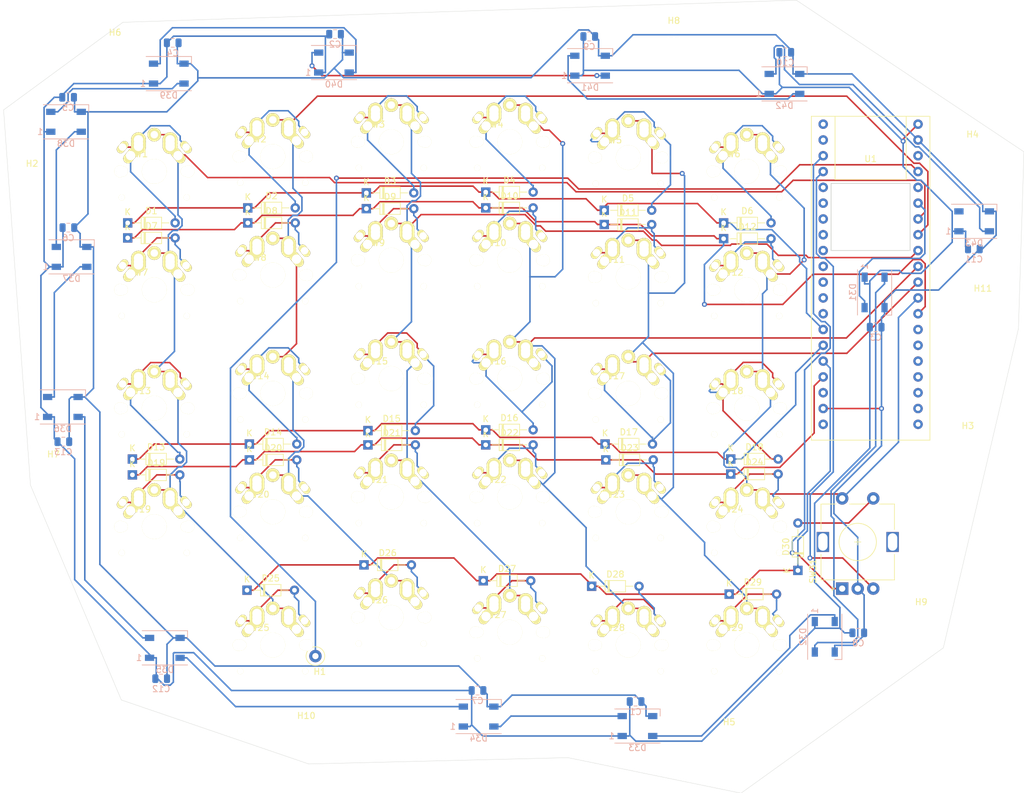
<source format=kicad_pcb>
(kicad_pcb (version 20171130) (host pcbnew 5.1.5+dfsg1-2build2)
  (layers (0 F.Cu signal) (31 B.Cu signal) (34 B.Paste user) (35 F.Paste user) (36 B.SilkS user) (37 F.SilkS user) (38 B.Mask user) (39 F.Mask user) (44 Edge.Cuts user))
  (net 0 "")
  (net 1 GND)
  (net 2 +5V)
  (net 3 "Net-(D1-Pad2)")
  (net 4 row0)
  (net 5 "Net-(D2-Pad2)")
  (net 6 "Net-(D3-Pad2)")
  (net 7 "Net-(D4-Pad2)")
  (net 8 "Net-(D5-Pad2)")
  (net 9 "Net-(D6-Pad2)")
  (net 10 "Net-(D7-Pad2)")
  (net 11 row4)
  (net 12 "Net-(D8-Pad2)")
  (net 13 "Net-(D9-Pad2)")
  (net 14 "Net-(D12-Pad2)")
  (net 15 RGB)
  (net 16 "Net-(D17-Pad2)")
  (net 17 row1)
  (net 18 "Net-(D18-Pad2)")
  (net 19 "Net-(D19-Pad2)")
  (net 20 "Net-(D20-Pad2)")
  (net 21 "Net-(D21-Pad2)")
  (net 22 "Net-(D22-Pad2)")
  (net 23 "Net-(D23-Pad2)")
  (net 24 "Net-(D33-Pad2)")
  (net 25 row2)
  (net 26 "Net-(D34-Pad2)")
  (net 27 "Net-(D35-Pad2)")
  (net 28 "Net-(D36-Pad2)")
  (net 29 "Net-(D37-Pad2)")
  (net 30 "Net-(D38-Pad2)")
  (net 31 row3)
  (net 32 col0)
  (net 33 col1)
  (net 34 col2)
  (net 35 col3)
  (net 36 col4)
  (net 37 col5)
  (net 38 ROT1A)
  (net 39 ROT1B)
  (net 40 "Net-(D10-Pad2)")
  (net 41 "Net-(D11-Pad2)")
  (net 42 "Net-(D13-Pad2)")
  (net 43 "Net-(D14-Pad2)")
  (net 44 "Net-(D15-Pad2)")
  (net 45 "Net-(D16-Pad2)")
  (net 46 "Net-(D24-Pad2)")
  (net 47 "Net-(D25-Pad2)")
  (net 48 "Net-(D26-Pad2)")
  (net 49 "Net-(D27-Pad2)")
  (net 50 "Net-(D28-Pad2)")
  (net 51 "Net-(D29-Pad2)")
  (net 52 "Net-(D30-Pad2)")
  (net 53 "Net-(D31-Pad2)")
  (net 54 "Net-(D32-Pad2)")
  (net 55 "Net-(D39-Pad2)")
  (net 56 "Net-(D40-Pad2)")
  (net 57 "Net-(D41-Pad2)")
  (net 58 "Net-(D42-Pad2)")
  (net 59 "Net-(H1-Pad1)")
  (module foostan:MX_ALPS_PG1350_noLed (layer F.Cu) (at 78.7 90.12)
    (fp_text reference SW13 (at -2.54 -2.794) (layer F.SilkS))
    (fp_text value CAPS)
    (pad "" np_thru_hole circle (at -5.22 4.2) (size 1 1) (drill 1) (layers *.Cu *.Mask F.SilkS))
    (pad "" np_thru_hole circle (at 5.22 4.2) (size 1 1) (drill 1) (layers *.Cu *.Mask F.SilkS))
    (pad "" np_thru_hole circle (at -5.08 0) (size 1.7 1.7) (drill 1.7) (layers *.Cu *.Mask F.SilkS))
    (pad "" np_thru_hole circle (at 5.08 0) (size 1.7 1.7) (drill 1.7) (layers *.Cu *.Mask F.SilkS))
    (pad 1 thru_hole circle (at -2.54 -4.5) (size 2.4 2.4) (drill 1.5) (layers *.Cu *.Mask F.SilkS) (net 42 "Net-(D13-Pad2)"))
    (pad 1 thru_hole circle (at -2.54 -4) (size 2.4 2.4) (drill 1.5) (layers *.Cu *.Mask F.SilkS) (net 42 "Net-(D13-Pad2)"))
    (pad 2 thru_hole circle (at 2.54 -4) (size 2.4 2.4) (drill 1.5) (layers *.Cu *.Mask F.SilkS) (net 32 col0))
    (pad 2 thru_hole circle (at 2.54 -4.5) (size 2.4 2.4) (drill 1.5) (layers *.Cu *.Mask F.SilkS) (net 32 col0))
    (pad 2 thru_hole oval (at 3.81 -2.54 310) (size 2.8 1.55) (drill 1.5) (layers *.Cu *.Mask F.SilkS) (net 32 col0))
    (pad 1 thru_hole circle (at -2.54 -5.08) (size 2.4 2.4) (drill 1.5) (layers *.Cu *.Mask F.SilkS) (net 42 "Net-(D13-Pad2)"))
    (pad 1 thru_hole oval (at -3.81 -2.54 50) (size 2.8 1.55) (drill 1.5) (layers *.Cu *.Mask F.SilkS) (net 42 "Net-(D13-Pad2)"))
    (pad 2 thru_hole circle (at 2.54 -5.08) (size 2.4 2.4) (drill 1.5) (layers *.Cu *.Mask F.SilkS) (net 32 col0))
    (pad 2 thru_hole circle (at 0 -5.9 90) (size 2.2 2.2) (drill 1.2) (layers *.Cu *.Mask F.SilkS) (net 32 col0))
    (pad 1 thru_hole oval (at -5.1 -3.9 50) (size 2.2 1.25) (drill 1.2) (layers *.Cu *.Mask F.SilkS) (net 42 "Net-(D13-Pad2)"))
    (pad "" np_thru_hole circle (at 5.5 0 90) (size 1.9 1.9) (drill 1.9) (layers *.Cu *.Mask F.SilkS))
    (pad "" np_thru_hole circle (at -5.5 0 90) (size 1.9 1.9) (drill 1.9) (layers *.Cu *.Mask F.SilkS))
    (pad "" np_thru_hole circle (at 0 0 90) (size 4 4) (drill 4) (layers *.Cu *.Mask F.SilkS))
    (pad 1 thru_hole oval (at 5.1 -3.9 310) (size 2.2 1.25) (drill 1.2) (layers *.Cu *.Mask F.SilkS) (net 42 "Net-(D13-Pad2)"))
  )
  (module foostan:MX_ALPS_PG1350_noLed (layer F.Cu) (at 135.82 126.14)
    (fp_text reference SW27 (at -2.54 -2.794) (layer F.SilkS))
    (fp_text value ALT)
    (pad "" np_thru_hole circle (at -5.22 4.2) (size 1 1) (drill 1) (layers *.Cu *.Mask F.SilkS))
    (pad "" np_thru_hole circle (at 5.22 4.2) (size 1 1) (drill 1) (layers *.Cu *.Mask F.SilkS))
    (pad "" np_thru_hole circle (at -5.08 0) (size 1.7 1.7) (drill 1.7) (layers *.Cu *.Mask F.SilkS))
    (pad "" np_thru_hole circle (at 5.08 0) (size 1.7 1.7) (drill 1.7) (layers *.Cu *.Mask F.SilkS))
    (pad 1 thru_hole circle (at -2.54 -4.5) (size 2.4 2.4) (drill 1.5) (layers *.Cu *.Mask F.SilkS) (net 49 "Net-(D27-Pad2)"))
    (pad 1 thru_hole circle (at -2.54 -4) (size 2.4 2.4) (drill 1.5) (layers *.Cu *.Mask F.SilkS) (net 49 "Net-(D27-Pad2)"))
    (pad 2 thru_hole circle (at 2.54 -4) (size 2.4 2.4) (drill 1.5) (layers *.Cu *.Mask F.SilkS) (net 34 col2))
    (pad 2 thru_hole circle (at 2.54 -4.5) (size 2.4 2.4) (drill 1.5) (layers *.Cu *.Mask F.SilkS) (net 34 col2))
    (pad 2 thru_hole oval (at 3.81 -2.54 310) (size 2.8 1.55) (drill 1.5) (layers *.Cu *.Mask F.SilkS) (net 34 col2))
    (pad 1 thru_hole circle (at -2.54 -5.08) (size 2.4 2.4) (drill 1.5) (layers *.Cu *.Mask F.SilkS) (net 49 "Net-(D27-Pad2)"))
    (pad 1 thru_hole oval (at -3.81 -2.54 50) (size 2.8 1.55) (drill 1.5) (layers *.Cu *.Mask F.SilkS) (net 49 "Net-(D27-Pad2)"))
    (pad 2 thru_hole circle (at 2.54 -5.08) (size 2.4 2.4) (drill 1.5) (layers *.Cu *.Mask F.SilkS) (net 34 col2))
    (pad 2 thru_hole circle (at 0 -5.9 90) (size 2.2 2.2) (drill 1.2) (layers *.Cu *.Mask F.SilkS) (net 34 col2))
    (pad 1 thru_hole oval (at -5.1 -3.9 50) (size 2.2 1.25) (drill 1.2) (layers *.Cu *.Mask F.SilkS) (net 49 "Net-(D27-Pad2)"))
    (pad "" np_thru_hole circle (at 5.5 0 90) (size 1.9 1.9) (drill 1.9) (layers *.Cu *.Mask F.SilkS))
    (pad "" np_thru_hole circle (at -5.5 0 90) (size 1.9 1.9) (drill 1.9) (layers *.Cu *.Mask F.SilkS))
    (pad "" np_thru_hole circle (at 0 0 90) (size 4 4) (drill 4) (layers *.Cu *.Mask F.SilkS))
    (pad 1 thru_hole oval (at 5.1 -3.9 310) (size 2.2 1.25) (drill 1.2) (layers *.Cu *.Mask F.SilkS) (net 49 "Net-(D27-Pad2)"))
  )
  (module foostan:MX_ALPS_PG1350_noLed (layer F.Cu) (at 116.78 123.76)
    (fp_text reference SW26 (at -2.54 -2.794) (layer F.SilkS))
    (fp_text value SUPER)
    (pad "" np_thru_hole circle (at -5.22 4.2) (size 1 1) (drill 1) (layers *.Cu *.Mask F.SilkS))
    (pad "" np_thru_hole circle (at 5.22 4.2) (size 1 1) (drill 1) (layers *.Cu *.Mask F.SilkS))
    (pad "" np_thru_hole circle (at -5.08 0) (size 1.7 1.7) (drill 1.7) (layers *.Cu *.Mask F.SilkS))
    (pad "" np_thru_hole circle (at 5.08 0) (size 1.7 1.7) (drill 1.7) (layers *.Cu *.Mask F.SilkS))
    (pad 1 thru_hole circle (at -2.54 -4.5) (size 2.4 2.4) (drill 1.5) (layers *.Cu *.Mask F.SilkS) (net 48 "Net-(D26-Pad2)"))
    (pad 1 thru_hole circle (at -2.54 -4) (size 2.4 2.4) (drill 1.5) (layers *.Cu *.Mask F.SilkS) (net 48 "Net-(D26-Pad2)"))
    (pad 2 thru_hole circle (at 2.54 -4) (size 2.4 2.4) (drill 1.5) (layers *.Cu *.Mask F.SilkS) (net 33 col1))
    (pad 2 thru_hole circle (at 2.54 -4.5) (size 2.4 2.4) (drill 1.5) (layers *.Cu *.Mask F.SilkS) (net 33 col1))
    (pad 2 thru_hole oval (at 3.81 -2.54 310) (size 2.8 1.55) (drill 1.5) (layers *.Cu *.Mask F.SilkS) (net 33 col1))
    (pad 1 thru_hole circle (at -2.54 -5.08) (size 2.4 2.4) (drill 1.5) (layers *.Cu *.Mask F.SilkS) (net 48 "Net-(D26-Pad2)"))
    (pad 1 thru_hole oval (at -3.81 -2.54 50) (size 2.8 1.55) (drill 1.5) (layers *.Cu *.Mask F.SilkS) (net 48 "Net-(D26-Pad2)"))
    (pad 2 thru_hole circle (at 2.54 -5.08) (size 2.4 2.4) (drill 1.5) (layers *.Cu *.Mask F.SilkS) (net 33 col1))
    (pad 2 thru_hole circle (at 0 -5.9 90) (size 2.2 2.2) (drill 1.2) (layers *.Cu *.Mask F.SilkS) (net 33 col1))
    (pad 1 thru_hole oval (at -5.1 -3.9 50) (size 2.2 1.25) (drill 1.2) (layers *.Cu *.Mask F.SilkS) (net 48 "Net-(D26-Pad2)"))
    (pad "" np_thru_hole circle (at 5.5 0 90) (size 1.9 1.9) (drill 1.9) (layers *.Cu *.Mask F.SilkS))
    (pad "" np_thru_hole circle (at -5.5 0 90) (size 1.9 1.9) (drill 1.9) (layers *.Cu *.Mask F.SilkS))
    (pad "" np_thru_hole circle (at 0 0 90) (size 4 4) (drill 4) (layers *.Cu *.Mask F.SilkS))
    (pad 1 thru_hole oval (at 5.1 -3.9 310) (size 2.2 1.25) (drill 1.2) (layers *.Cu *.Mask F.SilkS) (net 48 "Net-(D26-Pad2)"))
  )
  (module foostan:MX_ALPS_PG1350_noLed (layer F.Cu) (at 97.74 128.2)
    (fp_text reference SW25 (at -2.54 -2.794) (layer F.SilkS))
    (fp_text value CTRL)
    (pad "" np_thru_hole circle (at -5.22 4.2) (size 1 1) (drill 1) (layers *.Cu *.Mask F.SilkS))
    (pad "" np_thru_hole circle (at 5.22 4.2) (size 1 1) (drill 1) (layers *.Cu *.Mask F.SilkS))
    (pad "" np_thru_hole circle (at -5.08 0) (size 1.7 1.7) (drill 1.7) (layers *.Cu *.Mask F.SilkS))
    (pad "" np_thru_hole circle (at 5.08 0) (size 1.7 1.7) (drill 1.7) (layers *.Cu *.Mask F.SilkS))
    (pad 1 thru_hole circle (at -2.54 -4.5) (size 2.4 2.4) (drill 1.5) (layers *.Cu *.Mask F.SilkS) (net 47 "Net-(D25-Pad2)"))
    (pad 1 thru_hole circle (at -2.54 -4) (size 2.4 2.4) (drill 1.5) (layers *.Cu *.Mask F.SilkS) (net 47 "Net-(D25-Pad2)"))
    (pad 2 thru_hole circle (at 2.54 -4) (size 2.4 2.4) (drill 1.5) (layers *.Cu *.Mask F.SilkS) (net 32 col0))
    (pad 2 thru_hole circle (at 2.54 -4.5) (size 2.4 2.4) (drill 1.5) (layers *.Cu *.Mask F.SilkS) (net 32 col0))
    (pad 2 thru_hole oval (at 3.81 -2.54 310) (size 2.8 1.55) (drill 1.5) (layers *.Cu *.Mask F.SilkS) (net 32 col0))
    (pad 1 thru_hole circle (at -2.54 -5.08) (size 2.4 2.4) (drill 1.5) (layers *.Cu *.Mask F.SilkS) (net 47 "Net-(D25-Pad2)"))
    (pad 1 thru_hole oval (at -3.81 -2.54 50) (size 2.8 1.55) (drill 1.5) (layers *.Cu *.Mask F.SilkS) (net 47 "Net-(D25-Pad2)"))
    (pad 2 thru_hole circle (at 2.54 -5.08) (size 2.4 2.4) (drill 1.5) (layers *.Cu *.Mask F.SilkS) (net 32 col0))
    (pad 2 thru_hole circle (at 0 -5.9 90) (size 2.2 2.2) (drill 1.2) (layers *.Cu *.Mask F.SilkS) (net 32 col0))
    (pad 1 thru_hole oval (at -5.1 -3.9 50) (size 2.2 1.25) (drill 1.2) (layers *.Cu *.Mask F.SilkS) (net 47 "Net-(D25-Pad2)"))
    (pad "" np_thru_hole circle (at 5.5 0 90) (size 1.9 1.9) (drill 1.9) (layers *.Cu *.Mask F.SilkS))
    (pad "" np_thru_hole circle (at -5.5 0 90) (size 1.9 1.9) (drill 1.9) (layers *.Cu *.Mask F.SilkS))
    (pad "" np_thru_hole circle (at 0 0 90) (size 4 4) (drill 4) (layers *.Cu *.Mask F.SilkS))
    (pad 1 thru_hole oval (at 5.1 -3.9 310) (size 2.2 1.25) (drill 1.2) (layers *.Cu *.Mask F.SilkS) (net 47 "Net-(D25-Pad2)"))
  )
  (module foostan:MX_ALPS_PG1350_noLed (layer F.Cu) (at 78.7 109.16)
    (fp_text reference SW19 (at -2.54 -2.794) (layer F.SilkS))
    (fp_text value SHIFT)
    (pad "" np_thru_hole circle (at -5.22 4.2) (size 1 1) (drill 1) (layers *.Cu *.Mask F.SilkS))
    (pad "" np_thru_hole circle (at 5.22 4.2) (size 1 1) (drill 1) (layers *.Cu *.Mask F.SilkS))
    (pad "" np_thru_hole circle (at -5.08 0) (size 1.7 1.7) (drill 1.7) (layers *.Cu *.Mask F.SilkS))
    (pad "" np_thru_hole circle (at 5.08 0) (size 1.7 1.7) (drill 1.7) (layers *.Cu *.Mask F.SilkS))
    (pad 1 thru_hole circle (at -2.54 -4.5) (size 2.4 2.4) (drill 1.5) (layers *.Cu *.Mask F.SilkS) (net 19 "Net-(D19-Pad2)"))
    (pad 1 thru_hole circle (at -2.54 -4) (size 2.4 2.4) (drill 1.5) (layers *.Cu *.Mask F.SilkS) (net 19 "Net-(D19-Pad2)"))
    (pad 2 thru_hole circle (at 2.54 -4) (size 2.4 2.4) (drill 1.5) (layers *.Cu *.Mask F.SilkS) (net 32 col0))
    (pad 2 thru_hole circle (at 2.54 -4.5) (size 2.4 2.4) (drill 1.5) (layers *.Cu *.Mask F.SilkS) (net 32 col0))
    (pad 2 thru_hole oval (at 3.81 -2.54 310) (size 2.8 1.55) (drill 1.5) (layers *.Cu *.Mask F.SilkS) (net 32 col0))
    (pad 1 thru_hole circle (at -2.54 -5.08) (size 2.4 2.4) (drill 1.5) (layers *.Cu *.Mask F.SilkS) (net 19 "Net-(D19-Pad2)"))
    (pad 1 thru_hole oval (at -3.81 -2.54 50) (size 2.8 1.55) (drill 1.5) (layers *.Cu *.Mask F.SilkS) (net 19 "Net-(D19-Pad2)"))
    (pad 2 thru_hole circle (at 2.54 -5.08) (size 2.4 2.4) (drill 1.5) (layers *.Cu *.Mask F.SilkS) (net 32 col0))
    (pad 2 thru_hole circle (at 0 -5.9 90) (size 2.2 2.2) (drill 1.2) (layers *.Cu *.Mask F.SilkS) (net 32 col0))
    (pad 1 thru_hole oval (at -5.1 -3.9 50) (size 2.2 1.25) (drill 1.2) (layers *.Cu *.Mask F.SilkS) (net 19 "Net-(D19-Pad2)"))
    (pad "" np_thru_hole circle (at 5.5 0 90) (size 1.9 1.9) (drill 1.9) (layers *.Cu *.Mask F.SilkS))
    (pad "" np_thru_hole circle (at -5.5 0 90) (size 1.9 1.9) (drill 1.9) (layers *.Cu *.Mask F.SilkS))
    (pad "" np_thru_hole circle (at 0 0 90) (size 4 4) (drill 4) (layers *.Cu *.Mask F.SilkS))
    (pad 1 thru_hole oval (at 5.1 -3.9 310) (size 2.2 1.25) (drill 1.2) (layers *.Cu *.Mask F.SilkS) (net 19 "Net-(D19-Pad2)"))
  )
  (module foostan:MX_ALPS_PG1350_noLed (layer F.Cu) (at 78.7 71.08)
    (fp_text reference SW7 (at -2.54 -2.794) (layer F.SilkS))
    (fp_text value TAB)
    (pad "" np_thru_hole circle (at -5.22 4.2) (size 1 1) (drill 1) (layers *.Cu *.Mask F.SilkS))
    (pad "" np_thru_hole circle (at 5.22 4.2) (size 1 1) (drill 1) (layers *.Cu *.Mask F.SilkS))
    (pad "" np_thru_hole circle (at -5.08 0) (size 1.7 1.7) (drill 1.7) (layers *.Cu *.Mask F.SilkS))
    (pad "" np_thru_hole circle (at 5.08 0) (size 1.7 1.7) (drill 1.7) (layers *.Cu *.Mask F.SilkS))
    (pad 1 thru_hole circle (at -2.54 -4.5) (size 2.4 2.4) (drill 1.5) (layers *.Cu *.Mask F.SilkS) (net 10 "Net-(D7-Pad2)"))
    (pad 1 thru_hole circle (at -2.54 -4) (size 2.4 2.4) (drill 1.5) (layers *.Cu *.Mask F.SilkS) (net 10 "Net-(D7-Pad2)"))
    (pad 2 thru_hole circle (at 2.54 -4) (size 2.4 2.4) (drill 1.5) (layers *.Cu *.Mask F.SilkS) (net 32 col0))
    (pad 2 thru_hole circle (at 2.54 -4.5) (size 2.4 2.4) (drill 1.5) (layers *.Cu *.Mask F.SilkS) (net 32 col0))
    (pad 2 thru_hole oval (at 3.81 -2.54 310) (size 2.8 1.55) (drill 1.5) (layers *.Cu *.Mask F.SilkS) (net 32 col0))
    (pad 1 thru_hole circle (at -2.54 -5.08) (size 2.4 2.4) (drill 1.5) (layers *.Cu *.Mask F.SilkS) (net 10 "Net-(D7-Pad2)"))
    (pad 1 thru_hole oval (at -3.81 -2.54 50) (size 2.8 1.55) (drill 1.5) (layers *.Cu *.Mask F.SilkS) (net 10 "Net-(D7-Pad2)"))
    (pad 2 thru_hole circle (at 2.54 -5.08) (size 2.4 2.4) (drill 1.5) (layers *.Cu *.Mask F.SilkS) (net 32 col0))
    (pad 2 thru_hole circle (at 0 -5.9 90) (size 2.2 2.2) (drill 1.2) (layers *.Cu *.Mask F.SilkS) (net 32 col0))
    (pad 1 thru_hole oval (at -5.1 -3.9 50) (size 2.2 1.25) (drill 1.2) (layers *.Cu *.Mask F.SilkS) (net 10 "Net-(D7-Pad2)"))
    (pad "" np_thru_hole circle (at 5.5 0 90) (size 1.9 1.9) (drill 1.9) (layers *.Cu *.Mask F.SilkS))
    (pad "" np_thru_hole circle (at -5.5 0 90) (size 1.9 1.9) (drill 1.9) (layers *.Cu *.Mask F.SilkS))
    (pad "" np_thru_hole circle (at 0 0 90) (size 4 4) (drill 4) (layers *.Cu *.Mask F.SilkS))
    (pad 1 thru_hole oval (at 5.1 -3.9 310) (size 2.2 1.25) (drill 1.2) (layers *.Cu *.Mask F.SilkS) (net 10 "Net-(D7-Pad2)"))
  )
  (module foostan:MX_ALPS_PG1350_noLed (layer F.Cu) (at 173.9 109.16)
    (fp_text reference SW24 (at -2.54 -2.794) (layer F.SilkS))
    (fp_text value V)
    (pad "" np_thru_hole circle (at -5.22 4.2) (size 1 1) (drill 1) (layers *.Cu *.Mask F.SilkS))
    (pad "" np_thru_hole circle (at 5.22 4.2) (size 1 1) (drill 1) (layers *.Cu *.Mask F.SilkS))
    (pad "" np_thru_hole circle (at -5.08 0) (size 1.7 1.7) (drill 1.7) (layers *.Cu *.Mask F.SilkS))
    (pad "" np_thru_hole circle (at 5.08 0) (size 1.7 1.7) (drill 1.7) (layers *.Cu *.Mask F.SilkS))
    (pad 1 thru_hole circle (at -2.54 -4.5) (size 2.4 2.4) (drill 1.5) (layers *.Cu *.Mask F.SilkS) (net 46 "Net-(D24-Pad2)"))
    (pad 1 thru_hole circle (at -2.54 -4) (size 2.4 2.4) (drill 1.5) (layers *.Cu *.Mask F.SilkS) (net 46 "Net-(D24-Pad2)"))
    (pad 2 thru_hole circle (at 2.54 -4) (size 2.4 2.4) (drill 1.5) (layers *.Cu *.Mask F.SilkS) (net 37 col5))
    (pad 2 thru_hole circle (at 2.54 -4.5) (size 2.4 2.4) (drill 1.5) (layers *.Cu *.Mask F.SilkS) (net 37 col5))
    (pad 2 thru_hole oval (at 3.81 -2.54 310) (size 2.8 1.55) (drill 1.5) (layers *.Cu *.Mask F.SilkS) (net 37 col5))
    (pad 1 thru_hole circle (at -2.54 -5.08) (size 2.4 2.4) (drill 1.5) (layers *.Cu *.Mask F.SilkS) (net 46 "Net-(D24-Pad2)"))
    (pad 1 thru_hole oval (at -3.81 -2.54 50) (size 2.8 1.55) (drill 1.5) (layers *.Cu *.Mask F.SilkS) (net 46 "Net-(D24-Pad2)"))
    (pad 2 thru_hole circle (at 2.54 -5.08) (size 2.4 2.4) (drill 1.5) (layers *.Cu *.Mask F.SilkS) (net 37 col5))
    (pad 2 thru_hole circle (at 0 -5.9 90) (size 2.2 2.2) (drill 1.2) (layers *.Cu *.Mask F.SilkS) (net 37 col5))
    (pad 1 thru_hole oval (at -5.1 -3.9 50) (size 2.2 1.25) (drill 1.2) (layers *.Cu *.Mask F.SilkS) (net 46 "Net-(D24-Pad2)"))
    (pad "" np_thru_hole circle (at 5.5 0 90) (size 1.9 1.9) (drill 1.9) (layers *.Cu *.Mask F.SilkS))
    (pad "" np_thru_hole circle (at -5.5 0 90) (size 1.9 1.9) (drill 1.9) (layers *.Cu *.Mask F.SilkS))
    (pad "" np_thru_hole circle (at 0 0 90) (size 4 4) (drill 4) (layers *.Cu *.Mask F.SilkS))
    (pad 1 thru_hole oval (at 5.1 -3.9 310) (size 2.2 1.25) (drill 1.2) (layers *.Cu *.Mask F.SilkS) (net 46 "Net-(D24-Pad2)"))
  )
  (module foostan:MX_ALPS_PG1350_noLed (layer F.Cu) (at 154.86 106.78)
    (fp_text reference SW23 (at -2.54 -2.794) (layer F.SilkS))
    (fp_text value C)
    (pad "" np_thru_hole circle (at -5.22 4.2) (size 1 1) (drill 1) (layers *.Cu *.Mask F.SilkS))
    (pad "" np_thru_hole circle (at 5.22 4.2) (size 1 1) (drill 1) (layers *.Cu *.Mask F.SilkS))
    (pad "" np_thru_hole circle (at -5.08 0) (size 1.7 1.7) (drill 1.7) (layers *.Cu *.Mask F.SilkS))
    (pad "" np_thru_hole circle (at 5.08 0) (size 1.7 1.7) (drill 1.7) (layers *.Cu *.Mask F.SilkS))
    (pad 1 thru_hole circle (at -2.54 -4.5) (size 2.4 2.4) (drill 1.5) (layers *.Cu *.Mask F.SilkS) (net 23 "Net-(D23-Pad2)"))
    (pad 1 thru_hole circle (at -2.54 -4) (size 2.4 2.4) (drill 1.5) (layers *.Cu *.Mask F.SilkS) (net 23 "Net-(D23-Pad2)"))
    (pad 2 thru_hole circle (at 2.54 -4) (size 2.4 2.4) (drill 1.5) (layers *.Cu *.Mask F.SilkS) (net 36 col4))
    (pad 2 thru_hole circle (at 2.54 -4.5) (size 2.4 2.4) (drill 1.5) (layers *.Cu *.Mask F.SilkS) (net 36 col4))
    (pad 2 thru_hole oval (at 3.81 -2.54 310) (size 2.8 1.55) (drill 1.5) (layers *.Cu *.Mask F.SilkS) (net 36 col4))
    (pad 1 thru_hole circle (at -2.54 -5.08) (size 2.4 2.4) (drill 1.5) (layers *.Cu *.Mask F.SilkS) (net 23 "Net-(D23-Pad2)"))
    (pad 1 thru_hole oval (at -3.81 -2.54 50) (size 2.8 1.55) (drill 1.5) (layers *.Cu *.Mask F.SilkS) (net 23 "Net-(D23-Pad2)"))
    (pad 2 thru_hole circle (at 2.54 -5.08) (size 2.4 2.4) (drill 1.5) (layers *.Cu *.Mask F.SilkS) (net 36 col4))
    (pad 2 thru_hole circle (at 0 -5.9 90) (size 2.2 2.2) (drill 1.2) (layers *.Cu *.Mask F.SilkS) (net 36 col4))
    (pad 1 thru_hole oval (at -5.1 -3.9 50) (size 2.2 1.25) (drill 1.2) (layers *.Cu *.Mask F.SilkS) (net 23 "Net-(D23-Pad2)"))
    (pad "" np_thru_hole circle (at 5.5 0 90) (size 1.9 1.9) (drill 1.9) (layers *.Cu *.Mask F.SilkS))
    (pad "" np_thru_hole circle (at -5.5 0 90) (size 1.9 1.9) (drill 1.9) (layers *.Cu *.Mask F.SilkS))
    (pad "" np_thru_hole circle (at 0 0 90) (size 4 4) (drill 4) (layers *.Cu *.Mask F.SilkS))
    (pad 1 thru_hole oval (at 5.1 -3.9 310) (size 2.2 1.25) (drill 1.2) (layers *.Cu *.Mask F.SilkS) (net 23 "Net-(D23-Pad2)"))
  )
  (module foostan:MX_ALPS_PG1350_noLed (layer F.Cu) (at 135.82 104.4)
    (fp_text reference SW22 (at -2.54 -2.794) (layer F.SilkS))
    (fp_text value X)
    (pad "" np_thru_hole circle (at -5.22 4.2) (size 1 1) (drill 1) (layers *.Cu *.Mask F.SilkS))
    (pad "" np_thru_hole circle (at 5.22 4.2) (size 1 1) (drill 1) (layers *.Cu *.Mask F.SilkS))
    (pad "" np_thru_hole circle (at -5.08 0) (size 1.7 1.7) (drill 1.7) (layers *.Cu *.Mask F.SilkS))
    (pad "" np_thru_hole circle (at 5.08 0) (size 1.7 1.7) (drill 1.7) (layers *.Cu *.Mask F.SilkS))
    (pad 1 thru_hole circle (at -2.54 -4.5) (size 2.4 2.4) (drill 1.5) (layers *.Cu *.Mask F.SilkS) (net 22 "Net-(D22-Pad2)"))
    (pad 1 thru_hole circle (at -2.54 -4) (size 2.4 2.4) (drill 1.5) (layers *.Cu *.Mask F.SilkS) (net 22 "Net-(D22-Pad2)"))
    (pad 2 thru_hole circle (at 2.54 -4) (size 2.4 2.4) (drill 1.5) (layers *.Cu *.Mask F.SilkS) (net 35 col3))
    (pad 2 thru_hole circle (at 2.54 -4.5) (size 2.4 2.4) (drill 1.5) (layers *.Cu *.Mask F.SilkS) (net 35 col3))
    (pad 2 thru_hole oval (at 3.81 -2.54 310) (size 2.8 1.55) (drill 1.5) (layers *.Cu *.Mask F.SilkS) (net 35 col3))
    (pad 1 thru_hole circle (at -2.54 -5.08) (size 2.4 2.4) (drill 1.5) (layers *.Cu *.Mask F.SilkS) (net 22 "Net-(D22-Pad2)"))
    (pad 1 thru_hole oval (at -3.81 -2.54 50) (size 2.8 1.55) (drill 1.5) (layers *.Cu *.Mask F.SilkS) (net 22 "Net-(D22-Pad2)"))
    (pad 2 thru_hole circle (at 2.54 -5.08) (size 2.4 2.4) (drill 1.5) (layers *.Cu *.Mask F.SilkS) (net 35 col3))
    (pad 2 thru_hole circle (at 0 -5.9 90) (size 2.2 2.2) (drill 1.2) (layers *.Cu *.Mask F.SilkS) (net 35 col3))
    (pad 1 thru_hole oval (at -5.1 -3.9 50) (size 2.2 1.25) (drill 1.2) (layers *.Cu *.Mask F.SilkS) (net 22 "Net-(D22-Pad2)"))
    (pad "" np_thru_hole circle (at 5.5 0 90) (size 1.9 1.9) (drill 1.9) (layers *.Cu *.Mask F.SilkS))
    (pad "" np_thru_hole circle (at -5.5 0 90) (size 1.9 1.9) (drill 1.9) (layers *.Cu *.Mask F.SilkS))
    (pad "" np_thru_hole circle (at 0 0 90) (size 4 4) (drill 4) (layers *.Cu *.Mask F.SilkS))
    (pad 1 thru_hole oval (at 5.1 -3.9 310) (size 2.2 1.25) (drill 1.2) (layers *.Cu *.Mask F.SilkS) (net 22 "Net-(D22-Pad2)"))
  )
  (module foostan:MX_ALPS_PG1350_noLed (layer F.Cu) (at 116.78 104.4)
    (fp_text reference SW21 (at -2.54 -2.794) (layer F.SilkS))
    (fp_text value Z)
    (pad "" np_thru_hole circle (at -5.22 4.2) (size 1 1) (drill 1) (layers *.Cu *.Mask F.SilkS))
    (pad "" np_thru_hole circle (at 5.22 4.2) (size 1 1) (drill 1) (layers *.Cu *.Mask F.SilkS))
    (pad "" np_thru_hole circle (at -5.08 0) (size 1.7 1.7) (drill 1.7) (layers *.Cu *.Mask F.SilkS))
    (pad "" np_thru_hole circle (at 5.08 0) (size 1.7 1.7) (drill 1.7) (layers *.Cu *.Mask F.SilkS))
    (pad 1 thru_hole circle (at -2.54 -4.5) (size 2.4 2.4) (drill 1.5) (layers *.Cu *.Mask F.SilkS) (net 21 "Net-(D21-Pad2)"))
    (pad 1 thru_hole circle (at -2.54 -4) (size 2.4 2.4) (drill 1.5) (layers *.Cu *.Mask F.SilkS) (net 21 "Net-(D21-Pad2)"))
    (pad 2 thru_hole circle (at 2.54 -4) (size 2.4 2.4) (drill 1.5) (layers *.Cu *.Mask F.SilkS) (net 34 col2))
    (pad 2 thru_hole circle (at 2.54 -4.5) (size 2.4 2.4) (drill 1.5) (layers *.Cu *.Mask F.SilkS) (net 34 col2))
    (pad 2 thru_hole oval (at 3.81 -2.54 310) (size 2.8 1.55) (drill 1.5) (layers *.Cu *.Mask F.SilkS) (net 34 col2))
    (pad 1 thru_hole circle (at -2.54 -5.08) (size 2.4 2.4) (drill 1.5) (layers *.Cu *.Mask F.SilkS) (net 21 "Net-(D21-Pad2)"))
    (pad 1 thru_hole oval (at -3.81 -2.54 50) (size 2.8 1.55) (drill 1.5) (layers *.Cu *.Mask F.SilkS) (net 21 "Net-(D21-Pad2)"))
    (pad 2 thru_hole circle (at 2.54 -5.08) (size 2.4 2.4) (drill 1.5) (layers *.Cu *.Mask F.SilkS) (net 34 col2))
    (pad 2 thru_hole circle (at 0 -5.9 90) (size 2.2 2.2) (drill 1.2) (layers *.Cu *.Mask F.SilkS) (net 34 col2))
    (pad 1 thru_hole oval (at -5.1 -3.9 50) (size 2.2 1.25) (drill 1.2) (layers *.Cu *.Mask F.SilkS) (net 21 "Net-(D21-Pad2)"))
    (pad "" np_thru_hole circle (at 5.5 0 90) (size 1.9 1.9) (drill 1.9) (layers *.Cu *.Mask F.SilkS))
    (pad "" np_thru_hole circle (at -5.5 0 90) (size 1.9 1.9) (drill 1.9) (layers *.Cu *.Mask F.SilkS))
    (pad "" np_thru_hole circle (at 0 0 90) (size 4 4) (drill 4) (layers *.Cu *.Mask F.SilkS))
    (pad 1 thru_hole oval (at 5.1 -3.9 310) (size 2.2 1.25) (drill 1.2) (layers *.Cu *.Mask F.SilkS) (net 21 "Net-(D21-Pad2)"))
  )
  (module foostan:MX_ALPS_PG1350_noLed (layer F.Cu) (at 97.74 106.78)
    (fp_text reference SW20 (at -2.54 -2.794) (layer F.SilkS))
    (fp_text value <)
    (pad "" np_thru_hole circle (at -5.22 4.2) (size 1 1) (drill 1) (layers *.Cu *.Mask F.SilkS))
    (pad "" np_thru_hole circle (at 5.22 4.2) (size 1 1) (drill 1) (layers *.Cu *.Mask F.SilkS))
    (pad "" np_thru_hole circle (at -5.08 0) (size 1.7 1.7) (drill 1.7) (layers *.Cu *.Mask F.SilkS))
    (pad "" np_thru_hole circle (at 5.08 0) (size 1.7 1.7) (drill 1.7) (layers *.Cu *.Mask F.SilkS))
    (pad 1 thru_hole circle (at -2.54 -4.5) (size 2.4 2.4) (drill 1.5) (layers *.Cu *.Mask F.SilkS) (net 20 "Net-(D20-Pad2)"))
    (pad 1 thru_hole circle (at -2.54 -4) (size 2.4 2.4) (drill 1.5) (layers *.Cu *.Mask F.SilkS) (net 20 "Net-(D20-Pad2)"))
    (pad 2 thru_hole circle (at 2.54 -4) (size 2.4 2.4) (drill 1.5) (layers *.Cu *.Mask F.SilkS) (net 33 col1))
    (pad 2 thru_hole circle (at 2.54 -4.5) (size 2.4 2.4) (drill 1.5) (layers *.Cu *.Mask F.SilkS) (net 33 col1))
    (pad 2 thru_hole oval (at 3.81 -2.54 310) (size 2.8 1.55) (drill 1.5) (layers *.Cu *.Mask F.SilkS) (net 33 col1))
    (pad 1 thru_hole circle (at -2.54 -5.08) (size 2.4 2.4) (drill 1.5) (layers *.Cu *.Mask F.SilkS) (net 20 "Net-(D20-Pad2)"))
    (pad 1 thru_hole oval (at -3.81 -2.54 50) (size 2.8 1.55) (drill 1.5) (layers *.Cu *.Mask F.SilkS) (net 20 "Net-(D20-Pad2)"))
    (pad 2 thru_hole circle (at 2.54 -5.08) (size 2.4 2.4) (drill 1.5) (layers *.Cu *.Mask F.SilkS) (net 33 col1))
    (pad 2 thru_hole circle (at 0 -5.9 90) (size 2.2 2.2) (drill 1.2) (layers *.Cu *.Mask F.SilkS) (net 33 col1))
    (pad 1 thru_hole oval (at -5.1 -3.9 50) (size 2.2 1.25) (drill 1.2) (layers *.Cu *.Mask F.SilkS) (net 20 "Net-(D20-Pad2)"))
    (pad "" np_thru_hole circle (at 5.5 0 90) (size 1.9 1.9) (drill 1.9) (layers *.Cu *.Mask F.SilkS))
    (pad "" np_thru_hole circle (at -5.5 0 90) (size 1.9 1.9) (drill 1.9) (layers *.Cu *.Mask F.SilkS))
    (pad "" np_thru_hole circle (at 0 0 90) (size 4 4) (drill 4) (layers *.Cu *.Mask F.SilkS))
    (pad 1 thru_hole oval (at 5.1 -3.9 310) (size 2.2 1.25) (drill 1.2) (layers *.Cu *.Mask F.SilkS) (net 20 "Net-(D20-Pad2)"))
  )
  (module foostan:MX_ALPS_PG1350_noLed (layer F.Cu) (at 173.9 90.12)
    (fp_text reference SW18 (at -2.54 -2.794) (layer F.SilkS))
    (fp_text value G)
    (pad "" np_thru_hole circle (at -5.22 4.2) (size 1 1) (drill 1) (layers *.Cu *.Mask F.SilkS))
    (pad "" np_thru_hole circle (at 5.22 4.2) (size 1 1) (drill 1) (layers *.Cu *.Mask F.SilkS))
    (pad "" np_thru_hole circle (at -5.08 0) (size 1.7 1.7) (drill 1.7) (layers *.Cu *.Mask F.SilkS))
    (pad "" np_thru_hole circle (at 5.08 0) (size 1.7 1.7) (drill 1.7) (layers *.Cu *.Mask F.SilkS))
    (pad 1 thru_hole circle (at -2.54 -4.5) (size 2.4 2.4) (drill 1.5) (layers *.Cu *.Mask F.SilkS) (net 18 "Net-(D18-Pad2)"))
    (pad 1 thru_hole circle (at -2.54 -4) (size 2.4 2.4) (drill 1.5) (layers *.Cu *.Mask F.SilkS) (net 18 "Net-(D18-Pad2)"))
    (pad 2 thru_hole circle (at 2.54 -4) (size 2.4 2.4) (drill 1.5) (layers *.Cu *.Mask F.SilkS) (net 37 col5))
    (pad 2 thru_hole circle (at 2.54 -4.5) (size 2.4 2.4) (drill 1.5) (layers *.Cu *.Mask F.SilkS) (net 37 col5))
    (pad 2 thru_hole oval (at 3.81 -2.54 310) (size 2.8 1.55) (drill 1.5) (layers *.Cu *.Mask F.SilkS) (net 37 col5))
    (pad 1 thru_hole circle (at -2.54 -5.08) (size 2.4 2.4) (drill 1.5) (layers *.Cu *.Mask F.SilkS) (net 18 "Net-(D18-Pad2)"))
    (pad 1 thru_hole oval (at -3.81 -2.54 50) (size 2.8 1.55) (drill 1.5) (layers *.Cu *.Mask F.SilkS) (net 18 "Net-(D18-Pad2)"))
    (pad 2 thru_hole circle (at 2.54 -5.08) (size 2.4 2.4) (drill 1.5) (layers *.Cu *.Mask F.SilkS) (net 37 col5))
    (pad 2 thru_hole circle (at 0 -5.9 90) (size 2.2 2.2) (drill 1.2) (layers *.Cu *.Mask F.SilkS) (net 37 col5))
    (pad 1 thru_hole oval (at -5.1 -3.9 50) (size 2.2 1.25) (drill 1.2) (layers *.Cu *.Mask F.SilkS) (net 18 "Net-(D18-Pad2)"))
    (pad "" np_thru_hole circle (at 5.5 0 90) (size 1.9 1.9) (drill 1.9) (layers *.Cu *.Mask F.SilkS))
    (pad "" np_thru_hole circle (at -5.5 0 90) (size 1.9 1.9) (drill 1.9) (layers *.Cu *.Mask F.SilkS))
    (pad "" np_thru_hole circle (at 0 0 90) (size 4 4) (drill 4) (layers *.Cu *.Mask F.SilkS))
    (pad 1 thru_hole oval (at 5.1 -3.9 310) (size 2.2 1.25) (drill 1.2) (layers *.Cu *.Mask F.SilkS) (net 18 "Net-(D18-Pad2)"))
  )
  (module foostan:MX_ALPS_PG1350_noLed (layer F.Cu) (at 154.86 87.74)
    (fp_text reference SW17 (at -2.54 -2.794) (layer F.SilkS))
    (fp_text value F)
    (pad "" np_thru_hole circle (at -5.22 4.2) (size 1 1) (drill 1) (layers *.Cu *.Mask F.SilkS))
    (pad "" np_thru_hole circle (at 5.22 4.2) (size 1 1) (drill 1) (layers *.Cu *.Mask F.SilkS))
    (pad "" np_thru_hole circle (at -5.08 0) (size 1.7 1.7) (drill 1.7) (layers *.Cu *.Mask F.SilkS))
    (pad "" np_thru_hole circle (at 5.08 0) (size 1.7 1.7) (drill 1.7) (layers *.Cu *.Mask F.SilkS))
    (pad 1 thru_hole circle (at -2.54 -4.5) (size 2.4 2.4) (drill 1.5) (layers *.Cu *.Mask F.SilkS) (net 16 "Net-(D17-Pad2)"))
    (pad 1 thru_hole circle (at -2.54 -4) (size 2.4 2.4) (drill 1.5) (layers *.Cu *.Mask F.SilkS) (net 16 "Net-(D17-Pad2)"))
    (pad 2 thru_hole circle (at 2.54 -4) (size 2.4 2.4) (drill 1.5) (layers *.Cu *.Mask F.SilkS) (net 36 col4))
    (pad 2 thru_hole circle (at 2.54 -4.5) (size 2.4 2.4) (drill 1.5) (layers *.Cu *.Mask F.SilkS) (net 36 col4))
    (pad 2 thru_hole oval (at 3.81 -2.54 310) (size 2.8 1.55) (drill 1.5) (layers *.Cu *.Mask F.SilkS) (net 36 col4))
    (pad 1 thru_hole circle (at -2.54 -5.08) (size 2.4 2.4) (drill 1.5) (layers *.Cu *.Mask F.SilkS) (net 16 "Net-(D17-Pad2)"))
    (pad 1 thru_hole oval (at -3.81 -2.54 50) (size 2.8 1.55) (drill 1.5) (layers *.Cu *.Mask F.SilkS) (net 16 "Net-(D17-Pad2)"))
    (pad 2 thru_hole circle (at 2.54 -5.08) (size 2.4 2.4) (drill 1.5) (layers *.Cu *.Mask F.SilkS) (net 36 col4))
    (pad 2 thru_hole circle (at 0 -5.9 90) (size 2.2 2.2) (drill 1.2) (layers *.Cu *.Mask F.SilkS) (net 36 col4))
    (pad 1 thru_hole oval (at -5.1 -3.9 50) (size 2.2 1.25) (drill 1.2) (layers *.Cu *.Mask F.SilkS) (net 16 "Net-(D17-Pad2)"))
    (pad "" np_thru_hole circle (at 5.5 0 90) (size 1.9 1.9) (drill 1.9) (layers *.Cu *.Mask F.SilkS))
    (pad "" np_thru_hole circle (at -5.5 0 90) (size 1.9 1.9) (drill 1.9) (layers *.Cu *.Mask F.SilkS))
    (pad "" np_thru_hole circle (at 0 0 90) (size 4 4) (drill 4) (layers *.Cu *.Mask F.SilkS))
    (pad 1 thru_hole oval (at 5.1 -3.9 310) (size 2.2 1.25) (drill 1.2) (layers *.Cu *.Mask F.SilkS) (net 16 "Net-(D17-Pad2)"))
  )
  (module foostan:MX_ALPS_PG1350_noLed (layer F.Cu) (at 135.82 85.36)
    (fp_text reference SW16 (at -2.54 -2.794) (layer F.SilkS))
    (fp_text value D)
    (pad "" np_thru_hole circle (at -5.22 4.2) (size 1 1) (drill 1) (layers *.Cu *.Mask F.SilkS))
    (pad "" np_thru_hole circle (at 5.22 4.2) (size 1 1) (drill 1) (layers *.Cu *.Mask F.SilkS))
    (pad "" np_thru_hole circle (at -5.08 0) (size 1.7 1.7) (drill 1.7) (layers *.Cu *.Mask F.SilkS))
    (pad "" np_thru_hole circle (at 5.08 0) (size 1.7 1.7) (drill 1.7) (layers *.Cu *.Mask F.SilkS))
    (pad 1 thru_hole circle (at -2.54 -4.5) (size 2.4 2.4) (drill 1.5) (layers *.Cu *.Mask F.SilkS) (net 45 "Net-(D16-Pad2)"))
    (pad 1 thru_hole circle (at -2.54 -4) (size 2.4 2.4) (drill 1.5) (layers *.Cu *.Mask F.SilkS) (net 45 "Net-(D16-Pad2)"))
    (pad 2 thru_hole circle (at 2.54 -4) (size 2.4 2.4) (drill 1.5) (layers *.Cu *.Mask F.SilkS) (net 35 col3))
    (pad 2 thru_hole circle (at 2.54 -4.5) (size 2.4 2.4) (drill 1.5) (layers *.Cu *.Mask F.SilkS) (net 35 col3))
    (pad 2 thru_hole oval (at 3.81 -2.54 310) (size 2.8 1.55) (drill 1.5) (layers *.Cu *.Mask F.SilkS) (net 35 col3))
    (pad 1 thru_hole circle (at -2.54 -5.08) (size 2.4 2.4) (drill 1.5) (layers *.Cu *.Mask F.SilkS) (net 45 "Net-(D16-Pad2)"))
    (pad 1 thru_hole oval (at -3.81 -2.54 50) (size 2.8 1.55) (drill 1.5) (layers *.Cu *.Mask F.SilkS) (net 45 "Net-(D16-Pad2)"))
    (pad 2 thru_hole circle (at 2.54 -5.08) (size 2.4 2.4) (drill 1.5) (layers *.Cu *.Mask F.SilkS) (net 35 col3))
    (pad 2 thru_hole circle (at 0 -5.9 90) (size 2.2 2.2) (drill 1.2) (layers *.Cu *.Mask F.SilkS) (net 35 col3))
    (pad 1 thru_hole oval (at -5.1 -3.9 50) (size 2.2 1.25) (drill 1.2) (layers *.Cu *.Mask F.SilkS) (net 45 "Net-(D16-Pad2)"))
    (pad "" np_thru_hole circle (at 5.5 0 90) (size 1.9 1.9) (drill 1.9) (layers *.Cu *.Mask F.SilkS))
    (pad "" np_thru_hole circle (at -5.5 0 90) (size 1.9 1.9) (drill 1.9) (layers *.Cu *.Mask F.SilkS))
    (pad "" np_thru_hole circle (at 0 0 90) (size 4 4) (drill 4) (layers *.Cu *.Mask F.SilkS))
    (pad 1 thru_hole oval (at 5.1 -3.9 310) (size 2.2 1.25) (drill 1.2) (layers *.Cu *.Mask F.SilkS) (net 45 "Net-(D16-Pad2)"))
  )
  (module foostan:MX_ALPS_PG1350_noLed (layer F.Cu) (at 116.78 85.36)
    (fp_text reference SW15 (at -2.54 -2.794) (layer F.SilkS))
    (fp_text value S)
    (pad "" np_thru_hole circle (at -5.22 4.2) (size 1 1) (drill 1) (layers *.Cu *.Mask F.SilkS))
    (pad "" np_thru_hole circle (at 5.22 4.2) (size 1 1) (drill 1) (layers *.Cu *.Mask F.SilkS))
    (pad "" np_thru_hole circle (at -5.08 0) (size 1.7 1.7) (drill 1.7) (layers *.Cu *.Mask F.SilkS))
    (pad "" np_thru_hole circle (at 5.08 0) (size 1.7 1.7) (drill 1.7) (layers *.Cu *.Mask F.SilkS))
    (pad 1 thru_hole circle (at -2.54 -4.5) (size 2.4 2.4) (drill 1.5) (layers *.Cu *.Mask F.SilkS) (net 44 "Net-(D15-Pad2)"))
    (pad 1 thru_hole circle (at -2.54 -4) (size 2.4 2.4) (drill 1.5) (layers *.Cu *.Mask F.SilkS) (net 44 "Net-(D15-Pad2)"))
    (pad 2 thru_hole circle (at 2.54 -4) (size 2.4 2.4) (drill 1.5) (layers *.Cu *.Mask F.SilkS) (net 34 col2))
    (pad 2 thru_hole circle (at 2.54 -4.5) (size 2.4 2.4) (drill 1.5) (layers *.Cu *.Mask F.SilkS) (net 34 col2))
    (pad 2 thru_hole oval (at 3.81 -2.54 310) (size 2.8 1.55) (drill 1.5) (layers *.Cu *.Mask F.SilkS) (net 34 col2))
    (pad 1 thru_hole circle (at -2.54 -5.08) (size 2.4 2.4) (drill 1.5) (layers *.Cu *.Mask F.SilkS) (net 44 "Net-(D15-Pad2)"))
    (pad 1 thru_hole oval (at -3.81 -2.54 50) (size 2.8 1.55) (drill 1.5) (layers *.Cu *.Mask F.SilkS) (net 44 "Net-(D15-Pad2)"))
    (pad 2 thru_hole circle (at 2.54 -5.08) (size 2.4 2.4) (drill 1.5) (layers *.Cu *.Mask F.SilkS) (net 34 col2))
    (pad 2 thru_hole circle (at 0 -5.9 90) (size 2.2 2.2) (drill 1.2) (layers *.Cu *.Mask F.SilkS) (net 34 col2))
    (pad 1 thru_hole oval (at -5.1 -3.9 50) (size 2.2 1.25) (drill 1.2) (layers *.Cu *.Mask F.SilkS) (net 44 "Net-(D15-Pad2)"))
    (pad "" np_thru_hole circle (at 5.5 0 90) (size 1.9 1.9) (drill 1.9) (layers *.Cu *.Mask F.SilkS))
    (pad "" np_thru_hole circle (at -5.5 0 90) (size 1.9 1.9) (drill 1.9) (layers *.Cu *.Mask F.SilkS))
    (pad "" np_thru_hole circle (at 0 0 90) (size 4 4) (drill 4) (layers *.Cu *.Mask F.SilkS))
    (pad 1 thru_hole oval (at 5.1 -3.9 310) (size 2.2 1.25) (drill 1.2) (layers *.Cu *.Mask F.SilkS) (net 44 "Net-(D15-Pad2)"))
  )
  (module foostan:MX_ALPS_PG1350_noLed (layer F.Cu) (at 97.74 87.74)
    (fp_text reference SW14 (at -2.54 -2.794) (layer F.SilkS))
    (fp_text value A)
    (pad "" np_thru_hole circle (at -5.22 4.2) (size 1 1) (drill 1) (layers *.Cu *.Mask F.SilkS))
    (pad "" np_thru_hole circle (at 5.22 4.2) (size 1 1) (drill 1) (layers *.Cu *.Mask F.SilkS))
    (pad "" np_thru_hole circle (at -5.08 0) (size 1.7 1.7) (drill 1.7) (layers *.Cu *.Mask F.SilkS))
    (pad "" np_thru_hole circle (at 5.08 0) (size 1.7 1.7) (drill 1.7) (layers *.Cu *.Mask F.SilkS))
    (pad 1 thru_hole circle (at -2.54 -4.5) (size 2.4 2.4) (drill 1.5) (layers *.Cu *.Mask F.SilkS) (net 43 "Net-(D14-Pad2)"))
    (pad 1 thru_hole circle (at -2.54 -4) (size 2.4 2.4) (drill 1.5) (layers *.Cu *.Mask F.SilkS) (net 43 "Net-(D14-Pad2)"))
    (pad 2 thru_hole circle (at 2.54 -4) (size 2.4 2.4) (drill 1.5) (layers *.Cu *.Mask F.SilkS) (net 33 col1))
    (pad 2 thru_hole circle (at 2.54 -4.5) (size 2.4 2.4) (drill 1.5) (layers *.Cu *.Mask F.SilkS) (net 33 col1))
    (pad 2 thru_hole oval (at 3.81 -2.54 310) (size 2.8 1.55) (drill 1.5) (layers *.Cu *.Mask F.SilkS) (net 33 col1))
    (pad 1 thru_hole circle (at -2.54 -5.08) (size 2.4 2.4) (drill 1.5) (layers *.Cu *.Mask F.SilkS) (net 43 "Net-(D14-Pad2)"))
    (pad 1 thru_hole oval (at -3.81 -2.54 50) (size 2.8 1.55) (drill 1.5) (layers *.Cu *.Mask F.SilkS) (net 43 "Net-(D14-Pad2)"))
    (pad 2 thru_hole circle (at 2.54 -5.08) (size 2.4 2.4) (drill 1.5) (layers *.Cu *.Mask F.SilkS) (net 33 col1))
    (pad 2 thru_hole circle (at 0 -5.9 90) (size 2.2 2.2) (drill 1.2) (layers *.Cu *.Mask F.SilkS) (net 33 col1))
    (pad 1 thru_hole oval (at -5.1 -3.9 50) (size 2.2 1.25) (drill 1.2) (layers *.Cu *.Mask F.SilkS) (net 43 "Net-(D14-Pad2)"))
    (pad "" np_thru_hole circle (at 5.5 0 90) (size 1.9 1.9) (drill 1.9) (layers *.Cu *.Mask F.SilkS))
    (pad "" np_thru_hole circle (at -5.5 0 90) (size 1.9 1.9) (drill 1.9) (layers *.Cu *.Mask F.SilkS))
    (pad "" np_thru_hole circle (at 0 0 90) (size 4 4) (drill 4) (layers *.Cu *.Mask F.SilkS))
    (pad 1 thru_hole oval (at 5.1 -3.9 310) (size 2.2 1.25) (drill 1.2) (layers *.Cu *.Mask F.SilkS) (net 43 "Net-(D14-Pad2)"))
  )
  (module foostan:MX_ALPS_PG1350_noLed (layer F.Cu) (at 173.9 71.08)
    (fp_text reference SW12 (at -2.54 -2.794) (layer F.SilkS))
    (fp_text value T)
    (pad "" np_thru_hole circle (at -5.22 4.2) (size 1 1) (drill 1) (layers *.Cu *.Mask F.SilkS))
    (pad "" np_thru_hole circle (at 5.22 4.2) (size 1 1) (drill 1) (layers *.Cu *.Mask F.SilkS))
    (pad "" np_thru_hole circle (at -5.08 0) (size 1.7 1.7) (drill 1.7) (layers *.Cu *.Mask F.SilkS))
    (pad "" np_thru_hole circle (at 5.08 0) (size 1.7 1.7) (drill 1.7) (layers *.Cu *.Mask F.SilkS))
    (pad 1 thru_hole circle (at -2.54 -4.5) (size 2.4 2.4) (drill 1.5) (layers *.Cu *.Mask F.SilkS) (net 14 "Net-(D12-Pad2)"))
    (pad 1 thru_hole circle (at -2.54 -4) (size 2.4 2.4) (drill 1.5) (layers *.Cu *.Mask F.SilkS) (net 14 "Net-(D12-Pad2)"))
    (pad 2 thru_hole circle (at 2.54 -4) (size 2.4 2.4) (drill 1.5) (layers *.Cu *.Mask F.SilkS) (net 37 col5))
    (pad 2 thru_hole circle (at 2.54 -4.5) (size 2.4 2.4) (drill 1.5) (layers *.Cu *.Mask F.SilkS) (net 37 col5))
    (pad 2 thru_hole oval (at 3.81 -2.54 310) (size 2.8 1.55) (drill 1.5) (layers *.Cu *.Mask F.SilkS) (net 37 col5))
    (pad 1 thru_hole circle (at -2.54 -5.08) (size 2.4 2.4) (drill 1.5) (layers *.Cu *.Mask F.SilkS) (net 14 "Net-(D12-Pad2)"))
    (pad 1 thru_hole oval (at -3.81 -2.54 50) (size 2.8 1.55) (drill 1.5) (layers *.Cu *.Mask F.SilkS) (net 14 "Net-(D12-Pad2)"))
    (pad 2 thru_hole circle (at 2.54 -5.08) (size 2.4 2.4) (drill 1.5) (layers *.Cu *.Mask F.SilkS) (net 37 col5))
    (pad 2 thru_hole circle (at 0 -5.9 90) (size 2.2 2.2) (drill 1.2) (layers *.Cu *.Mask F.SilkS) (net 37 col5))
    (pad 1 thru_hole oval (at -5.1 -3.9 50) (size 2.2 1.25) (drill 1.2) (layers *.Cu *.Mask F.SilkS) (net 14 "Net-(D12-Pad2)"))
    (pad "" np_thru_hole circle (at 5.5 0 90) (size 1.9 1.9) (drill 1.9) (layers *.Cu *.Mask F.SilkS))
    (pad "" np_thru_hole circle (at -5.5 0 90) (size 1.9 1.9) (drill 1.9) (layers *.Cu *.Mask F.SilkS))
    (pad "" np_thru_hole circle (at 0 0 90) (size 4 4) (drill 4) (layers *.Cu *.Mask F.SilkS))
    (pad 1 thru_hole oval (at 5.1 -3.9 310) (size 2.2 1.25) (drill 1.2) (layers *.Cu *.Mask F.SilkS) (net 14 "Net-(D12-Pad2)"))
  )
  (module foostan:MX_ALPS_PG1350_noLed (layer F.Cu) (at 154.86 69.02)
    (fp_text reference SW11 (at -2.54 -2.794) (layer F.SilkS))
    (fp_text value R)
    (pad "" np_thru_hole circle (at -5.22 4.2) (size 1 1) (drill 1) (layers *.Cu *.Mask F.SilkS))
    (pad "" np_thru_hole circle (at 5.22 4.2) (size 1 1) (drill 1) (layers *.Cu *.Mask F.SilkS))
    (pad "" np_thru_hole circle (at -5.08 0) (size 1.7 1.7) (drill 1.7) (layers *.Cu *.Mask F.SilkS))
    (pad "" np_thru_hole circle (at 5.08 0) (size 1.7 1.7) (drill 1.7) (layers *.Cu *.Mask F.SilkS))
    (pad 1 thru_hole circle (at -2.54 -4.5) (size 2.4 2.4) (drill 1.5) (layers *.Cu *.Mask F.SilkS) (net 41 "Net-(D11-Pad2)"))
    (pad 1 thru_hole circle (at -2.54 -4) (size 2.4 2.4) (drill 1.5) (layers *.Cu *.Mask F.SilkS) (net 41 "Net-(D11-Pad2)"))
    (pad 2 thru_hole circle (at 2.54 -4) (size 2.4 2.4) (drill 1.5) (layers *.Cu *.Mask F.SilkS) (net 36 col4))
    (pad 2 thru_hole circle (at 2.54 -4.5) (size 2.4 2.4) (drill 1.5) (layers *.Cu *.Mask F.SilkS) (net 36 col4))
    (pad 2 thru_hole oval (at 3.81 -2.54 310) (size 2.8 1.55) (drill 1.5) (layers *.Cu *.Mask F.SilkS) (net 36 col4))
    (pad 1 thru_hole circle (at -2.54 -5.08) (size 2.4 2.4) (drill 1.5) (layers *.Cu *.Mask F.SilkS) (net 41 "Net-(D11-Pad2)"))
    (pad 1 thru_hole oval (at -3.81 -2.54 50) (size 2.8 1.55) (drill 1.5) (layers *.Cu *.Mask F.SilkS) (net 41 "Net-(D11-Pad2)"))
    (pad 2 thru_hole circle (at 2.54 -5.08) (size 2.4 2.4) (drill 1.5) (layers *.Cu *.Mask F.SilkS) (net 36 col4))
    (pad 2 thru_hole circle (at 0 -5.9 90) (size 2.2 2.2) (drill 1.2) (layers *.Cu *.Mask F.SilkS) (net 36 col4))
    (pad 1 thru_hole oval (at -5.1 -3.9 50) (size 2.2 1.25) (drill 1.2) (layers *.Cu *.Mask F.SilkS) (net 41 "Net-(D11-Pad2)"))
    (pad "" np_thru_hole circle (at 5.5 0 90) (size 1.9 1.9) (drill 1.9) (layers *.Cu *.Mask F.SilkS))
    (pad "" np_thru_hole circle (at -5.5 0 90) (size 1.9 1.9) (drill 1.9) (layers *.Cu *.Mask F.SilkS))
    (pad "" np_thru_hole circle (at 0 0 90) (size 4 4) (drill 4) (layers *.Cu *.Mask F.SilkS))
    (pad 1 thru_hole oval (at 5.1 -3.9 310) (size 2.2 1.25) (drill 1.2) (layers *.Cu *.Mask F.SilkS) (net 41 "Net-(D11-Pad2)"))
  )
  (module foostan:MX_ALPS_PG1350_noLed (layer F.Cu) (at 135.82 66.32)
    (fp_text reference SW10 (at -2.54 -2.794) (layer F.SilkS))
    (fp_text value E)
    (pad "" np_thru_hole circle (at -5.22 4.2) (size 1 1) (drill 1) (layers *.Cu *.Mask F.SilkS))
    (pad "" np_thru_hole circle (at 5.22 4.2) (size 1 1) (drill 1) (layers *.Cu *.Mask F.SilkS))
    (pad "" np_thru_hole circle (at -5.08 0) (size 1.7 1.7) (drill 1.7) (layers *.Cu *.Mask F.SilkS))
    (pad "" np_thru_hole circle (at 5.08 0) (size 1.7 1.7) (drill 1.7) (layers *.Cu *.Mask F.SilkS))
    (pad 1 thru_hole circle (at -2.54 -4.5) (size 2.4 2.4) (drill 1.5) (layers *.Cu *.Mask F.SilkS) (net 40 "Net-(D10-Pad2)"))
    (pad 1 thru_hole circle (at -2.54 -4) (size 2.4 2.4) (drill 1.5) (layers *.Cu *.Mask F.SilkS) (net 40 "Net-(D10-Pad2)"))
    (pad 2 thru_hole circle (at 2.54 -4) (size 2.4 2.4) (drill 1.5) (layers *.Cu *.Mask F.SilkS) (net 35 col3))
    (pad 2 thru_hole circle (at 2.54 -4.5) (size 2.4 2.4) (drill 1.5) (layers *.Cu *.Mask F.SilkS) (net 35 col3))
    (pad 2 thru_hole oval (at 3.81 -2.54 310) (size 2.8 1.55) (drill 1.5) (layers *.Cu *.Mask F.SilkS) (net 35 col3))
    (pad 1 thru_hole circle (at -2.54 -5.08) (size 2.4 2.4) (drill 1.5) (layers *.Cu *.Mask F.SilkS) (net 40 "Net-(D10-Pad2)"))
    (pad 1 thru_hole oval (at -3.81 -2.54 50) (size 2.8 1.55) (drill 1.5) (layers *.Cu *.Mask F.SilkS) (net 40 "Net-(D10-Pad2)"))
    (pad 2 thru_hole circle (at 2.54 -5.08) (size 2.4 2.4) (drill 1.5) (layers *.Cu *.Mask F.SilkS) (net 35 col3))
    (pad 2 thru_hole circle (at 0 -5.9 90) (size 2.2 2.2) (drill 1.2) (layers *.Cu *.Mask F.SilkS) (net 35 col3))
    (pad 1 thru_hole oval (at -5.1 -3.9 50) (size 2.2 1.25) (drill 1.2) (layers *.Cu *.Mask F.SilkS) (net 40 "Net-(D10-Pad2)"))
    (pad "" np_thru_hole circle (at 5.5 0 90) (size 1.9 1.9) (drill 1.9) (layers *.Cu *.Mask F.SilkS))
    (pad "" np_thru_hole circle (at -5.5 0 90) (size 1.9 1.9) (drill 1.9) (layers *.Cu *.Mask F.SilkS))
    (pad "" np_thru_hole circle (at 0 0 90) (size 4 4) (drill 4) (layers *.Cu *.Mask F.SilkS))
    (pad 1 thru_hole oval (at 5.1 -3.9 310) (size 2.2 1.25) (drill 1.2) (layers *.Cu *.Mask F.SilkS) (net 40 "Net-(D10-Pad2)"))
  )
  (module foostan:MX_ALPS_PG1350_noLed (layer F.Cu) (at 116.78 66.32)
    (fp_text reference SW9 (at -2.54 -2.794) (layer F.SilkS))
    (fp_text value W)
    (pad "" np_thru_hole circle (at -5.22 4.2) (size 1 1) (drill 1) (layers *.Cu *.Mask F.SilkS))
    (pad "" np_thru_hole circle (at 5.22 4.2) (size 1 1) (drill 1) (layers *.Cu *.Mask F.SilkS))
    (pad "" np_thru_hole circle (at -5.08 0) (size 1.7 1.7) (drill 1.7) (layers *.Cu *.Mask F.SilkS))
    (pad "" np_thru_hole circle (at 5.08 0) (size 1.7 1.7) (drill 1.7) (layers *.Cu *.Mask F.SilkS))
    (pad 1 thru_hole circle (at -2.54 -4.5) (size 2.4 2.4) (drill 1.5) (layers *.Cu *.Mask F.SilkS) (net 13 "Net-(D9-Pad2)"))
    (pad 1 thru_hole circle (at -2.54 -4) (size 2.4 2.4) (drill 1.5) (layers *.Cu *.Mask F.SilkS) (net 13 "Net-(D9-Pad2)"))
    (pad 2 thru_hole circle (at 2.54 -4) (size 2.4 2.4) (drill 1.5) (layers *.Cu *.Mask F.SilkS) (net 34 col2))
    (pad 2 thru_hole circle (at 2.54 -4.5) (size 2.4 2.4) (drill 1.5) (layers *.Cu *.Mask F.SilkS) (net 34 col2))
    (pad 2 thru_hole oval (at 3.81 -2.54 310) (size 2.8 1.55) (drill 1.5) (layers *.Cu *.Mask F.SilkS) (net 34 col2))
    (pad 1 thru_hole circle (at -2.54 -5.08) (size 2.4 2.4) (drill 1.5) (layers *.Cu *.Mask F.SilkS) (net 13 "Net-(D9-Pad2)"))
    (pad 1 thru_hole oval (at -3.81 -2.54 50) (size 2.8 1.55) (drill 1.5) (layers *.Cu *.Mask F.SilkS) (net 13 "Net-(D9-Pad2)"))
    (pad 2 thru_hole circle (at 2.54 -5.08) (size 2.4 2.4) (drill 1.5) (layers *.Cu *.Mask F.SilkS) (net 34 col2))
    (pad 2 thru_hole circle (at 0 -5.9 90) (size 2.2 2.2) (drill 1.2) (layers *.Cu *.Mask F.SilkS) (net 34 col2))
    (pad 1 thru_hole oval (at -5.1 -3.9 50) (size 2.2 1.25) (drill 1.2) (layers *.Cu *.Mask F.SilkS) (net 13 "Net-(D9-Pad2)"))
    (pad "" np_thru_hole circle (at 5.5 0 90) (size 1.9 1.9) (drill 1.9) (layers *.Cu *.Mask F.SilkS))
    (pad "" np_thru_hole circle (at -5.5 0 90) (size 1.9 1.9) (drill 1.9) (layers *.Cu *.Mask F.SilkS))
    (pad "" np_thru_hole circle (at 0 0 90) (size 4 4) (drill 4) (layers *.Cu *.Mask F.SilkS))
    (pad 1 thru_hole oval (at 5.1 -3.9 310) (size 2.2 1.25) (drill 1.2) (layers *.Cu *.Mask F.SilkS) (net 13 "Net-(D9-Pad2)"))
  )
  (module foostan:MX_ALPS_PG1350_noLed (layer F.Cu) (at 97.74 68.7)
    (fp_text reference SW8 (at -2.54 -2.794) (layer F.SilkS))
    (fp_text value Q)
    (pad "" np_thru_hole circle (at -5.22 4.2) (size 1 1) (drill 1) (layers *.Cu *.Mask F.SilkS))
    (pad "" np_thru_hole circle (at 5.22 4.2) (size 1 1) (drill 1) (layers *.Cu *.Mask F.SilkS))
    (pad "" np_thru_hole circle (at -5.08 0) (size 1.7 1.7) (drill 1.7) (layers *.Cu *.Mask F.SilkS))
    (pad "" np_thru_hole circle (at 5.08 0) (size 1.7 1.7) (drill 1.7) (layers *.Cu *.Mask F.SilkS))
    (pad 1 thru_hole circle (at -2.54 -4.5) (size 2.4 2.4) (drill 1.5) (layers *.Cu *.Mask F.SilkS) (net 12 "Net-(D8-Pad2)"))
    (pad 1 thru_hole circle (at -2.54 -4) (size 2.4 2.4) (drill 1.5) (layers *.Cu *.Mask F.SilkS) (net 12 "Net-(D8-Pad2)"))
    (pad 2 thru_hole circle (at 2.54 -4) (size 2.4 2.4) (drill 1.5) (layers *.Cu *.Mask F.SilkS) (net 33 col1))
    (pad 2 thru_hole circle (at 2.54 -4.5) (size 2.4 2.4) (drill 1.5) (layers *.Cu *.Mask F.SilkS) (net 33 col1))
    (pad 2 thru_hole oval (at 3.81 -2.54 310) (size 2.8 1.55) (drill 1.5) (layers *.Cu *.Mask F.SilkS) (net 33 col1))
    (pad 1 thru_hole circle (at -2.54 -5.08) (size 2.4 2.4) (drill 1.5) (layers *.Cu *.Mask F.SilkS) (net 12 "Net-(D8-Pad2)"))
    (pad 1 thru_hole oval (at -3.81 -2.54 50) (size 2.8 1.55) (drill 1.5) (layers *.Cu *.Mask F.SilkS) (net 12 "Net-(D8-Pad2)"))
    (pad 2 thru_hole circle (at 2.54 -5.08) (size 2.4 2.4) (drill 1.5) (layers *.Cu *.Mask F.SilkS) (net 33 col1))
    (pad 2 thru_hole circle (at 0 -5.9 90) (size 2.2 2.2) (drill 1.2) (layers *.Cu *.Mask F.SilkS) (net 33 col1))
    (pad 1 thru_hole oval (at -5.1 -3.9 50) (size 2.2 1.25) (drill 1.2) (layers *.Cu *.Mask F.SilkS) (net 12 "Net-(D8-Pad2)"))
    (pad "" np_thru_hole circle (at 5.5 0 90) (size 1.9 1.9) (drill 1.9) (layers *.Cu *.Mask F.SilkS))
    (pad "" np_thru_hole circle (at -5.5 0 90) (size 1.9 1.9) (drill 1.9) (layers *.Cu *.Mask F.SilkS))
    (pad "" np_thru_hole circle (at 0 0 90) (size 4 4) (drill 4) (layers *.Cu *.Mask F.SilkS))
    (pad 1 thru_hole oval (at 5.1 -3.9 310) (size 2.2 1.25) (drill 1.2) (layers *.Cu *.Mask F.SilkS) (net 12 "Net-(D8-Pad2)"))
  )
  (module foostan:MX_ALPS_PG1350_noLed (layer F.Cu) (at 173.9 128.2)
    (fp_text reference SW29 (at -2.54 -2.794) (layer F.SilkS))
    (fp_text value C)
    (pad "" np_thru_hole circle (at -5.22 4.2) (size 1 1) (drill 1) (layers *.Cu *.Mask F.SilkS))
    (pad "" np_thru_hole circle (at 5.22 4.2) (size 1 1) (drill 1) (layers *.Cu *.Mask F.SilkS))
    (pad "" np_thru_hole circle (at -5.08 0) (size 1.7 1.7) (drill 1.7) (layers *.Cu *.Mask F.SilkS))
    (pad "" np_thru_hole circle (at 5.08 0) (size 1.7 1.7) (drill 1.7) (layers *.Cu *.Mask F.SilkS))
    (pad 1 thru_hole circle (at -2.54 -4.5) (size 2.4 2.4) (drill 1.5) (layers *.Cu *.Mask F.SilkS) (net 51 "Net-(D29-Pad2)"))
    (pad 1 thru_hole circle (at -2.54 -4) (size 2.4 2.4) (drill 1.5) (layers *.Cu *.Mask F.SilkS) (net 51 "Net-(D29-Pad2)"))
    (pad 2 thru_hole circle (at 2.54 -4) (size 2.4 2.4) (drill 1.5) (layers *.Cu *.Mask F.SilkS) (net 36 col4))
    (pad 2 thru_hole circle (at 2.54 -4.5) (size 2.4 2.4) (drill 1.5) (layers *.Cu *.Mask F.SilkS) (net 36 col4))
    (pad 2 thru_hole oval (at 3.81 -2.54 310) (size 2.8 1.55) (drill 1.5) (layers *.Cu *.Mask F.SilkS) (net 36 col4))
    (pad 1 thru_hole circle (at -2.54 -5.08) (size 2.4 2.4) (drill 1.5) (layers *.Cu *.Mask F.SilkS) (net 51 "Net-(D29-Pad2)"))
    (pad 1 thru_hole oval (at -3.81 -2.54 50) (size 2.8 1.55) (drill 1.5) (layers *.Cu *.Mask F.SilkS) (net 51 "Net-(D29-Pad2)"))
    (pad 2 thru_hole circle (at 2.54 -5.08) (size 2.4 2.4) (drill 1.5) (layers *.Cu *.Mask F.SilkS) (net 36 col4))
    (pad 2 thru_hole circle (at 0 -5.9 90) (size 2.2 2.2) (drill 1.2) (layers *.Cu *.Mask F.SilkS) (net 36 col4))
    (pad 1 thru_hole oval (at -5.1 -3.9 50) (size 2.2 1.25) (drill 1.2) (layers *.Cu *.Mask F.SilkS) (net 51 "Net-(D29-Pad2)"))
    (pad "" np_thru_hole circle (at 5.5 0 90) (size 1.9 1.9) (drill 1.9) (layers *.Cu *.Mask F.SilkS))
    (pad "" np_thru_hole circle (at -5.5 0 90) (size 1.9 1.9) (drill 1.9) (layers *.Cu *.Mask F.SilkS))
    (pad "" np_thru_hole circle (at 0 0 90) (size 4 4) (drill 4) (layers *.Cu *.Mask F.SilkS))
    (pad 1 thru_hole oval (at 5.1 -3.9 310) (size 2.2 1.25) (drill 1.2) (layers *.Cu *.Mask F.SilkS) (net 51 "Net-(D29-Pad2)"))
  )
  (module foostan:MX_ALPS_PG1350_noLed (layer F.Cu) (at 154.86 128.2)
    (fp_text reference SW28 (at -2.54 -2.794) (layer F.SilkS))
    (fp_text value X)
    (pad "" np_thru_hole circle (at -5.22 4.2) (size 1 1) (drill 1) (layers *.Cu *.Mask F.SilkS))
    (pad "" np_thru_hole circle (at 5.22 4.2) (size 1 1) (drill 1) (layers *.Cu *.Mask F.SilkS))
    (pad "" np_thru_hole circle (at -5.08 0) (size 1.7 1.7) (drill 1.7) (layers *.Cu *.Mask F.SilkS))
    (pad "" np_thru_hole circle (at 5.08 0) (size 1.7 1.7) (drill 1.7) (layers *.Cu *.Mask F.SilkS))
    (pad 1 thru_hole circle (at -2.54 -4.5) (size 2.4 2.4) (drill 1.5) (layers *.Cu *.Mask F.SilkS) (net 50 "Net-(D28-Pad2)"))
    (pad 1 thru_hole circle (at -2.54 -4) (size 2.4 2.4) (drill 1.5) (layers *.Cu *.Mask F.SilkS) (net 50 "Net-(D28-Pad2)"))
    (pad 2 thru_hole circle (at 2.54 -4) (size 2.4 2.4) (drill 1.5) (layers *.Cu *.Mask F.SilkS) (net 35 col3))
    (pad 2 thru_hole circle (at 2.54 -4.5) (size 2.4 2.4) (drill 1.5) (layers *.Cu *.Mask F.SilkS) (net 35 col3))
    (pad 2 thru_hole oval (at 3.81 -2.54 310) (size 2.8 1.55) (drill 1.5) (layers *.Cu *.Mask F.SilkS) (net 35 col3))
    (pad 1 thru_hole circle (at -2.54 -5.08) (size 2.4 2.4) (drill 1.5) (layers *.Cu *.Mask F.SilkS) (net 50 "Net-(D28-Pad2)"))
    (pad 1 thru_hole oval (at -3.81 -2.54 50) (size 2.8 1.55) (drill 1.5) (layers *.Cu *.Mask F.SilkS) (net 50 "Net-(D28-Pad2)"))
    (pad 2 thru_hole circle (at 2.54 -5.08) (size 2.4 2.4) (drill 1.5) (layers *.Cu *.Mask F.SilkS) (net 35 col3))
    (pad 2 thru_hole circle (at 0 -5.9 90) (size 2.2 2.2) (drill 1.2) (layers *.Cu *.Mask F.SilkS) (net 35 col3))
    (pad 1 thru_hole oval (at -5.1 -3.9 50) (size 2.2 1.25) (drill 1.2) (layers *.Cu *.Mask F.SilkS) (net 50 "Net-(D28-Pad2)"))
    (pad "" np_thru_hole circle (at 5.5 0 90) (size 1.9 1.9) (drill 1.9) (layers *.Cu *.Mask F.SilkS))
    (pad "" np_thru_hole circle (at -5.5 0 90) (size 1.9 1.9) (drill 1.9) (layers *.Cu *.Mask F.SilkS))
    (pad "" np_thru_hole circle (at 0 0 90) (size 4 4) (drill 4) (layers *.Cu *.Mask F.SilkS))
    (pad 1 thru_hole oval (at 5.1 -3.9 310) (size 2.2 1.25) (drill 1.2) (layers *.Cu *.Mask F.SilkS) (net 50 "Net-(D28-Pad2)"))
  )
  (module foostan:MX_ALPS_PG1350_noLed (layer F.Cu) (at 173.9 52.04)
    (fp_text reference SW6 (at -2.54 -2.794) (layer F.SilkS))
    (fp_text value 5)
    (pad "" np_thru_hole circle (at -5.22 4.2) (size 1 1) (drill 1) (layers *.Cu *.Mask F.SilkS))
    (pad "" np_thru_hole circle (at 5.22 4.2) (size 1 1) (drill 1) (layers *.Cu *.Mask F.SilkS))
    (pad "" np_thru_hole circle (at -5.08 0) (size 1.7 1.7) (drill 1.7) (layers *.Cu *.Mask F.SilkS))
    (pad "" np_thru_hole circle (at 5.08 0) (size 1.7 1.7) (drill 1.7) (layers *.Cu *.Mask F.SilkS))
    (pad 1 thru_hole circle (at -2.54 -4.5) (size 2.4 2.4) (drill 1.5) (layers *.Cu *.Mask F.SilkS) (net 9 "Net-(D6-Pad2)"))
    (pad 1 thru_hole circle (at -2.54 -4) (size 2.4 2.4) (drill 1.5) (layers *.Cu *.Mask F.SilkS) (net 9 "Net-(D6-Pad2)"))
    (pad 2 thru_hole circle (at 2.54 -4) (size 2.4 2.4) (drill 1.5) (layers *.Cu *.Mask F.SilkS) (net 37 col5))
    (pad 2 thru_hole circle (at 2.54 -4.5) (size 2.4 2.4) (drill 1.5) (layers *.Cu *.Mask F.SilkS) (net 37 col5))
    (pad 2 thru_hole oval (at 3.81 -2.54 310) (size 2.8 1.55) (drill 1.5) (layers *.Cu *.Mask F.SilkS) (net 37 col5))
    (pad 1 thru_hole circle (at -2.54 -5.08) (size 2.4 2.4) (drill 1.5) (layers *.Cu *.Mask F.SilkS) (net 9 "Net-(D6-Pad2)"))
    (pad 1 thru_hole oval (at -3.81 -2.54 50) (size 2.8 1.55) (drill 1.5) (layers *.Cu *.Mask F.SilkS) (net 9 "Net-(D6-Pad2)"))
    (pad 2 thru_hole circle (at 2.54 -5.08) (size 2.4 2.4) (drill 1.5) (layers *.Cu *.Mask F.SilkS) (net 37 col5))
    (pad 2 thru_hole circle (at 0 -5.9 90) (size 2.2 2.2) (drill 1.2) (layers *.Cu *.Mask F.SilkS) (net 37 col5))
    (pad 1 thru_hole oval (at -5.1 -3.9 50) (size 2.2 1.25) (drill 1.2) (layers *.Cu *.Mask F.SilkS) (net 9 "Net-(D6-Pad2)"))
    (pad "" np_thru_hole circle (at 5.5 0 90) (size 1.9 1.9) (drill 1.9) (layers *.Cu *.Mask F.SilkS))
    (pad "" np_thru_hole circle (at -5.5 0 90) (size 1.9 1.9) (drill 1.9) (layers *.Cu *.Mask F.SilkS))
    (pad "" np_thru_hole circle (at 0 0 90) (size 4 4) (drill 4) (layers *.Cu *.Mask F.SilkS))
    (pad 1 thru_hole oval (at 5.1 -3.9 310) (size 2.2 1.25) (drill 1.2) (layers *.Cu *.Mask F.SilkS) (net 9 "Net-(D6-Pad2)"))
  )
  (module foostan:MX_ALPS_PG1350_noLed (layer F.Cu) (at 154.86 49.82)
    (fp_text reference SW5 (at -2.54 -2.794) (layer F.SilkS))
    (fp_text value 4)
    (pad "" np_thru_hole circle (at -5.22 4.2) (size 1 1) (drill 1) (layers *.Cu *.Mask F.SilkS))
    (pad "" np_thru_hole circle (at 5.22 4.2) (size 1 1) (drill 1) (layers *.Cu *.Mask F.SilkS))
    (pad "" np_thru_hole circle (at -5.08 0) (size 1.7 1.7) (drill 1.7) (layers *.Cu *.Mask F.SilkS))
    (pad "" np_thru_hole circle (at 5.08 0) (size 1.7 1.7) (drill 1.7) (layers *.Cu *.Mask F.SilkS))
    (pad 1 thru_hole circle (at -2.54 -4.5) (size 2.4 2.4) (drill 1.5) (layers *.Cu *.Mask F.SilkS) (net 8 "Net-(D5-Pad2)"))
    (pad 1 thru_hole circle (at -2.54 -4) (size 2.4 2.4) (drill 1.5) (layers *.Cu *.Mask F.SilkS) (net 8 "Net-(D5-Pad2)"))
    (pad 2 thru_hole circle (at 2.54 -4) (size 2.4 2.4) (drill 1.5) (layers *.Cu *.Mask F.SilkS) (net 36 col4))
    (pad 2 thru_hole circle (at 2.54 -4.5) (size 2.4 2.4) (drill 1.5) (layers *.Cu *.Mask F.SilkS) (net 36 col4))
    (pad 2 thru_hole oval (at 3.81 -2.54 310) (size 2.8 1.55) (drill 1.5) (layers *.Cu *.Mask F.SilkS) (net 36 col4))
    (pad 1 thru_hole circle (at -2.54 -5.08) (size 2.4 2.4) (drill 1.5) (layers *.Cu *.Mask F.SilkS) (net 8 "Net-(D5-Pad2)"))
    (pad 1 thru_hole oval (at -3.81 -2.54 50) (size 2.8 1.55) (drill 1.5) (layers *.Cu *.Mask F.SilkS) (net 8 "Net-(D5-Pad2)"))
    (pad 2 thru_hole circle (at 2.54 -5.08) (size 2.4 2.4) (drill 1.5) (layers *.Cu *.Mask F.SilkS) (net 36 col4))
    (pad 2 thru_hole circle (at 0 -5.9 90) (size 2.2 2.2) (drill 1.2) (layers *.Cu *.Mask F.SilkS) (net 36 col4))
    (pad 1 thru_hole oval (at -5.1 -3.9 50) (size 2.2 1.25) (drill 1.2) (layers *.Cu *.Mask F.SilkS) (net 8 "Net-(D5-Pad2)"))
    (pad "" np_thru_hole circle (at 5.5 0 90) (size 1.9 1.9) (drill 1.9) (layers *.Cu *.Mask F.SilkS))
    (pad "" np_thru_hole circle (at -5.5 0 90) (size 1.9 1.9) (drill 1.9) (layers *.Cu *.Mask F.SilkS))
    (pad "" np_thru_hole circle (at 0 0 90) (size 4 4) (drill 4) (layers *.Cu *.Mask F.SilkS))
    (pad 1 thru_hole oval (at 5.1 -3.9 310) (size 2.2 1.25) (drill 1.2) (layers *.Cu *.Mask F.SilkS) (net 8 "Net-(D5-Pad2)"))
  )
  (module foostan:MX_ALPS_PG1350_noLed (layer F.Cu) (at 135.82 47.28)
    (fp_text reference SW4 (at -2.54 -2.794) (layer F.SilkS))
    (fp_text value 3)
    (pad "" np_thru_hole circle (at -5.22 4.2) (size 1 1) (drill 1) (layers *.Cu *.Mask F.SilkS))
    (pad "" np_thru_hole circle (at 5.22 4.2) (size 1 1) (drill 1) (layers *.Cu *.Mask F.SilkS))
    (pad "" np_thru_hole circle (at -5.08 0) (size 1.7 1.7) (drill 1.7) (layers *.Cu *.Mask F.SilkS))
    (pad "" np_thru_hole circle (at 5.08 0) (size 1.7 1.7) (drill 1.7) (layers *.Cu *.Mask F.SilkS))
    (pad 1 thru_hole circle (at -2.54 -4.5) (size 2.4 2.4) (drill 1.5) (layers *.Cu *.Mask F.SilkS) (net 7 "Net-(D4-Pad2)"))
    (pad 1 thru_hole circle (at -2.54 -4) (size 2.4 2.4) (drill 1.5) (layers *.Cu *.Mask F.SilkS) (net 7 "Net-(D4-Pad2)"))
    (pad 2 thru_hole circle (at 2.54 -4) (size 2.4 2.4) (drill 1.5) (layers *.Cu *.Mask F.SilkS) (net 35 col3))
    (pad 2 thru_hole circle (at 2.54 -4.5) (size 2.4 2.4) (drill 1.5) (layers *.Cu *.Mask F.SilkS) (net 35 col3))
    (pad 2 thru_hole oval (at 3.81 -2.54 310) (size 2.8 1.55) (drill 1.5) (layers *.Cu *.Mask F.SilkS) (net 35 col3))
    (pad 1 thru_hole circle (at -2.54 -5.08) (size 2.4 2.4) (drill 1.5) (layers *.Cu *.Mask F.SilkS) (net 7 "Net-(D4-Pad2)"))
    (pad 1 thru_hole oval (at -3.81 -2.54 50) (size 2.8 1.55) (drill 1.5) (layers *.Cu *.Mask F.SilkS) (net 7 "Net-(D4-Pad2)"))
    (pad 2 thru_hole circle (at 2.54 -5.08) (size 2.4 2.4) (drill 1.5) (layers *.Cu *.Mask F.SilkS) (net 35 col3))
    (pad 2 thru_hole circle (at 0 -5.9 90) (size 2.2 2.2) (drill 1.2) (layers *.Cu *.Mask F.SilkS) (net 35 col3))
    (pad 1 thru_hole oval (at -5.1 -3.9 50) (size 2.2 1.25) (drill 1.2) (layers *.Cu *.Mask F.SilkS) (net 7 "Net-(D4-Pad2)"))
    (pad "" np_thru_hole circle (at 5.5 0 90) (size 1.9 1.9) (drill 1.9) (layers *.Cu *.Mask F.SilkS))
    (pad "" np_thru_hole circle (at -5.5 0 90) (size 1.9 1.9) (drill 1.9) (layers *.Cu *.Mask F.SilkS))
    (pad "" np_thru_hole circle (at 0 0 90) (size 4 4) (drill 4) (layers *.Cu *.Mask F.SilkS))
    (pad 1 thru_hole oval (at 5.1 -3.9 310) (size 2.2 1.25) (drill 1.2) (layers *.Cu *.Mask F.SilkS) (net 7 "Net-(D4-Pad2)"))
  )
  (module foostan:MX_ALPS_PG1350_noLed (layer F.Cu) (at 116.78 47.28)
    (fp_text reference SW3 (at -2.54 -2.794) (layer F.SilkS))
    (fp_text value 2)
    (pad "" np_thru_hole circle (at -5.22 4.2) (size 1 1) (drill 1) (layers *.Cu *.Mask F.SilkS))
    (pad "" np_thru_hole circle (at 5.22 4.2) (size 1 1) (drill 1) (layers *.Cu *.Mask F.SilkS))
    (pad "" np_thru_hole circle (at -5.08 0) (size 1.7 1.7) (drill 1.7) (layers *.Cu *.Mask F.SilkS))
    (pad "" np_thru_hole circle (at 5.08 0) (size 1.7 1.7) (drill 1.7) (layers *.Cu *.Mask F.SilkS))
    (pad 1 thru_hole circle (at -2.54 -4.5) (size 2.4 2.4) (drill 1.5) (layers *.Cu *.Mask F.SilkS) (net 6 "Net-(D3-Pad2)"))
    (pad 1 thru_hole circle (at -2.54 -4) (size 2.4 2.4) (drill 1.5) (layers *.Cu *.Mask F.SilkS) (net 6 "Net-(D3-Pad2)"))
    (pad 2 thru_hole circle (at 2.54 -4) (size 2.4 2.4) (drill 1.5) (layers *.Cu *.Mask F.SilkS) (net 34 col2))
    (pad 2 thru_hole circle (at 2.54 -4.5) (size 2.4 2.4) (drill 1.5) (layers *.Cu *.Mask F.SilkS) (net 34 col2))
    (pad 2 thru_hole oval (at 3.81 -2.54 310) (size 2.8 1.55) (drill 1.5) (layers *.Cu *.Mask F.SilkS) (net 34 col2))
    (pad 1 thru_hole circle (at -2.54 -5.08) (size 2.4 2.4) (drill 1.5) (layers *.Cu *.Mask F.SilkS) (net 6 "Net-(D3-Pad2)"))
    (pad 1 thru_hole oval (at -3.81 -2.54 50) (size 2.8 1.55) (drill 1.5) (layers *.Cu *.Mask F.SilkS) (net 6 "Net-(D3-Pad2)"))
    (pad 2 thru_hole circle (at 2.54 -5.08) (size 2.4 2.4) (drill 1.5) (layers *.Cu *.Mask F.SilkS) (net 34 col2))
    (pad 2 thru_hole circle (at 0 -5.9 90) (size 2.2 2.2) (drill 1.2) (layers *.Cu *.Mask F.SilkS) (net 34 col2))
    (pad 1 thru_hole oval (at -5.1 -3.9 50) (size 2.2 1.25) (drill 1.2) (layers *.Cu *.Mask F.SilkS) (net 6 "Net-(D3-Pad2)"))
    (pad "" np_thru_hole circle (at 5.5 0 90) (size 1.9 1.9) (drill 1.9) (layers *.Cu *.Mask F.SilkS))
    (pad "" np_thru_hole circle (at -5.5 0 90) (size 1.9 1.9) (drill 1.9) (layers *.Cu *.Mask F.SilkS))
    (pad "" np_thru_hole circle (at 0 0 90) (size 4 4) (drill 4) (layers *.Cu *.Mask F.SilkS))
    (pad 1 thru_hole oval (at 5.1 -3.9 310) (size 2.2 1.25) (drill 1.2) (layers *.Cu *.Mask F.SilkS) (net 6 "Net-(D3-Pad2)"))
  )
  (module foostan:MX_ALPS_PG1350_noLed (layer F.Cu) (at 97.74 49.66)
    (fp_text reference SW2 (at -2.54 -2.794) (layer F.SilkS))
    (fp_text value 1)
    (pad "" np_thru_hole circle (at -5.22 4.2) (size 1 1) (drill 1) (layers *.Cu *.Mask F.SilkS))
    (pad "" np_thru_hole circle (at 5.22 4.2) (size 1 1) (drill 1) (layers *.Cu *.Mask F.SilkS))
    (pad "" np_thru_hole circle (at -5.08 0) (size 1.7 1.7) (drill 1.7) (layers *.Cu *.Mask F.SilkS))
    (pad "" np_thru_hole circle (at 5.08 0) (size 1.7 1.7) (drill 1.7) (layers *.Cu *.Mask F.SilkS))
    (pad 1 thru_hole circle (at -2.54 -4.5) (size 2.4 2.4) (drill 1.5) (layers *.Cu *.Mask F.SilkS) (net 5 "Net-(D2-Pad2)"))
    (pad 1 thru_hole circle (at -2.54 -4) (size 2.4 2.4) (drill 1.5) (layers *.Cu *.Mask F.SilkS) (net 5 "Net-(D2-Pad2)"))
    (pad 2 thru_hole circle (at 2.54 -4) (size 2.4 2.4) (drill 1.5) (layers *.Cu *.Mask F.SilkS) (net 33 col1))
    (pad 2 thru_hole circle (at 2.54 -4.5) (size 2.4 2.4) (drill 1.5) (layers *.Cu *.Mask F.SilkS) (net 33 col1))
    (pad 2 thru_hole oval (at 3.81 -2.54 310) (size 2.8 1.55) (drill 1.5) (layers *.Cu *.Mask F.SilkS) (net 33 col1))
    (pad 1 thru_hole circle (at -2.54 -5.08) (size 2.4 2.4) (drill 1.5) (layers *.Cu *.Mask F.SilkS) (net 5 "Net-(D2-Pad2)"))
    (pad 1 thru_hole oval (at -3.81 -2.54 50) (size 2.8 1.55) (drill 1.5) (layers *.Cu *.Mask F.SilkS) (net 5 "Net-(D2-Pad2)"))
    (pad 2 thru_hole circle (at 2.54 -5.08) (size 2.4 2.4) (drill 1.5) (layers *.Cu *.Mask F.SilkS) (net 33 col1))
    (pad 2 thru_hole circle (at 0 -5.9 90) (size 2.2 2.2) (drill 1.2) (layers *.Cu *.Mask F.SilkS) (net 33 col1))
    (pad 1 thru_hole oval (at -5.1 -3.9 50) (size 2.2 1.25) (drill 1.2) (layers *.Cu *.Mask F.SilkS) (net 5 "Net-(D2-Pad2)"))
    (pad "" np_thru_hole circle (at 5.5 0 90) (size 1.9 1.9) (drill 1.9) (layers *.Cu *.Mask F.SilkS))
    (pad "" np_thru_hole circle (at -5.5 0 90) (size 1.9 1.9) (drill 1.9) (layers *.Cu *.Mask F.SilkS))
    (pad "" np_thru_hole circle (at 0 0 90) (size 4 4) (drill 4) (layers *.Cu *.Mask F.SilkS))
    (pad 1 thru_hole oval (at 5.1 -3.9 310) (size 2.2 1.25) (drill 1.2) (layers *.Cu *.Mask F.SilkS) (net 5 "Net-(D2-Pad2)"))
  )
  (module foostan:MX_ALPS_PG1350_noLed (layer F.Cu) (at 78.7 52.04)
    (fp_text reference SW1 (at -2.54 -2.794) (layer F.SilkS))
    (fp_text value ESC)
    (pad "" np_thru_hole circle (at -5.22 4.2) (size 1 1) (drill 1) (layers *.Cu *.Mask F.SilkS))
    (pad "" np_thru_hole circle (at 5.22 4.2) (size 1 1) (drill 1) (layers *.Cu *.Mask F.SilkS))
    (pad "" np_thru_hole circle (at -5.08 0) (size 1.7 1.7) (drill 1.7) (layers *.Cu *.Mask F.SilkS))
    (pad "" np_thru_hole circle (at 5.08 0) (size 1.7 1.7) (drill 1.7) (layers *.Cu *.Mask F.SilkS))
    (pad 1 thru_hole circle (at -2.54 -4.5) (size 2.4 2.4) (drill 1.5) (layers *.Cu *.Mask F.SilkS) (net 3 "Net-(D1-Pad2)"))
    (pad 1 thru_hole circle (at -2.54 -4) (size 2.4 2.4) (drill 1.5) (layers *.Cu *.Mask F.SilkS) (net 3 "Net-(D1-Pad2)"))
    (pad 2 thru_hole circle (at 2.54 -4) (size 2.4 2.4) (drill 1.5) (layers *.Cu *.Mask F.SilkS) (net 32 col0))
    (pad 2 thru_hole circle (at 2.54 -4.5) (size 2.4 2.4) (drill 1.5) (layers *.Cu *.Mask F.SilkS) (net 32 col0))
    (pad 2 thru_hole oval (at 3.81 -2.54 310) (size 2.8 1.55) (drill 1.5) (layers *.Cu *.Mask F.SilkS) (net 32 col0))
    (pad 1 thru_hole circle (at -2.54 -5.08) (size 2.4 2.4) (drill 1.5) (layers *.Cu *.Mask F.SilkS) (net 3 "Net-(D1-Pad2)"))
    (pad 1 thru_hole oval (at -3.81 -2.54 50) (size 2.8 1.55) (drill 1.5) (layers *.Cu *.Mask F.SilkS) (net 3 "Net-(D1-Pad2)"))
    (pad 2 thru_hole circle (at 2.54 -5.08) (size 2.4 2.4) (drill 1.5) (layers *.Cu *.Mask F.SilkS) (net 32 col0))
    (pad 2 thru_hole circle (at 0 -5.9 90) (size 2.2 2.2) (drill 1.2) (layers *.Cu *.Mask F.SilkS) (net 32 col0))
    (pad 1 thru_hole oval (at -5.1 -3.9 50) (size 2.2 1.25) (drill 1.2) (layers *.Cu *.Mask F.SilkS) (net 3 "Net-(D1-Pad2)"))
    (pad "" np_thru_hole circle (at 5.5 0 90) (size 1.9 1.9) (drill 1.9) (layers *.Cu *.Mask F.SilkS))
    (pad "" np_thru_hole circle (at -5.5 0 90) (size 1.9 1.9) (drill 1.9) (layers *.Cu *.Mask F.SilkS))
    (pad "" np_thru_hole circle (at 0 0 90) (size 4 4) (drill 4) (layers *.Cu *.Mask F.SilkS))
    (pad 1 thru_hole oval (at 5.1 -3.9 310) (size 2.2 1.25) (drill 1.2) (layers *.Cu *.Mask F.SilkS) (net 3 "Net-(D1-Pad2)"))
  )
  (module tkw:Blackpill (layer F.Cu) (at 193.802 49.53)
    (fp_text reference U1 (at 0 0.5) (layer F.SilkS))
    (fp_text value WeActBlackPill)
    (fp_line (start 6.35 4.445) (end -6.35 4.445) (layer Edge.Cuts) (width 0.12))
    (fp_line (start 6.35 15.24) (end 6.35 4.445) (layer Edge.Cuts) (width 0.12))
    (fp_line (start -6.35 15.24) (end 6.35 15.24) (layer Edge.Cuts) (width 0.12))
    (fp_line (start -6.35 4.445) (end -6.35 15.24) (layer Edge.Cuts) (width 0.12))
    (pad 40 thru_hole circle (at -7.62 -5.08) (size 1.524 1.524) (drill 0.762) (layers *.Cu *.Mask))
    (pad 39 thru_hole circle (at -7.62 -2.54) (size 1.524 1.524) (drill 0.762) (layers *.Cu *.Mask))
    (pad 38 thru_hole circle (at -7.62 0) (size 1.524 1.524) (drill 0.762) (layers *.Cu *.Mask) (net 38 ROT1A))
    (pad 37 thru_hole circle (at -7.62 2.54) (size 1.524 1.524) (drill 0.762) (layers *.Cu *.Mask) (net 39 ROT1B))
    (pad 36 thru_hole circle (at -7.62 5.08) (size 1.524 1.524) (drill 0.762) (layers *.Cu *.Mask))
    (pad 35 thru_hole circle (at -7.62 7.62) (size 1.524 1.524) (drill 0.762) (layers *.Cu *.Mask))
    (pad 34 thru_hole circle (at -7.62 10.16) (size 1.524 1.524) (drill 0.762) (layers *.Cu *.Mask))
    (pad 33 thru_hole circle (at -7.62 12.7) (size 1.524 1.524) (drill 0.762) (layers *.Cu *.Mask))
    (pad 32 thru_hole circle (at -7.62 15.24) (size 1.524 1.524) (drill 0.762) (layers *.Cu *.Mask))
    (pad 31 thru_hole circle (at -7.62 17.78) (size 1.524 1.524) (drill 0.762) (layers *.Cu *.Mask))
    (pad 30 thru_hole circle (at -7.62 20.32) (size 1.524 1.524) (drill 0.762) (layers *.Cu *.Mask))
    (pad 29 thru_hole circle (at -7.62 22.86) (size 1.524 1.524) (drill 0.762) (layers *.Cu *.Mask))
    (pad 28 thru_hole circle (at -7.62 25.4) (size 1.524 1.524) (drill 0.762) (layers *.Cu *.Mask))
    (pad 27 thru_hole circle (at -7.62 27.94) (size 1.524 1.524) (drill 0.762) (layers *.Cu *.Mask) (net 4 row0))
    (pad 26 thru_hole circle (at -7.62 30.48) (size 1.524 1.524) (drill 0.762) (layers *.Cu *.Mask) (net 25 row2))
    (pad 25 thru_hole circle (at -7.62 33.02) (size 1.524 1.524) (drill 0.762) (layers *.Cu *.Mask) (net 11 row4))
    (pad 24 thru_hole circle (at -7.62 35.56) (size 1.524 1.524) (drill 0.762) (layers *.Cu *.Mask) (net 31 row3))
    (pad 23 thru_hole circle (at -7.62 38.1) (size 1.524 1.524) (drill 0.762) (layers *.Cu *.Mask))
    (pad 22 thru_hole circle (at -7.62 40.64) (size 1.524 1.524) (drill 0.762) (layers *.Cu *.Mask) (net 1 GND))
    (pad 21 thru_hole circle (at -7.62 43.18) (size 1.524 1.524) (drill 0.762) (layers *.Cu *.Mask))
    (pad 20 thru_hole circle (at 7.62 43.18) (size 1.524 1.524) (drill 0.762) (layers *.Cu *.Mask))
    (pad 19 thru_hole circle (at 7.62 40.64) (size 1.524 1.524) (drill 0.762) (layers *.Cu *.Mask))
    (pad 18 thru_hole circle (at 7.62 38.1) (size 1.524 1.524) (drill 0.762) (layers *.Cu *.Mask))
    (pad 17 thru_hole circle (at 7.62 35.56) (size 1.524 1.524) (drill 0.762) (layers *.Cu *.Mask))
    (pad 16 thru_hole circle (at 7.62 33.02) (size 1.524 1.524) (drill 0.762) (layers *.Cu *.Mask))
    (pad 15 thru_hole circle (at 7.62 30.48) (size 1.524 1.524) (drill 0.762) (layers *.Cu *.Mask))
    (pad 14 thru_hole circle (at 7.62 27.94) (size 1.524 1.524) (drill 0.762) (layers *.Cu *.Mask))
    (pad 13 thru_hole circle (at 7.62 25.4) (size 1.524 1.524) (drill 0.762) (layers *.Cu *.Mask) (net 17 row1))
    (pad 12 thru_hole circle (at 7.62 22.86) (size 1.524 1.524) (drill 0.762) (layers *.Cu *.Mask) (net 37 col5))
    (pad 11 thru_hole circle (at 7.62 20.32) (size 1.524 1.524) (drill 0.762) (layers *.Cu *.Mask) (net 36 col4))
    (pad 10 thru_hole circle (at 7.62 17.78) (size 1.524 1.524) (drill 0.762) (layers *.Cu *.Mask) (net 35 col3))
    (pad 9 thru_hole circle (at 7.62 15.24) (size 1.524 1.524) (drill 0.762) (layers *.Cu *.Mask) (net 34 col2))
    (pad 8 thru_hole circle (at 7.62 12.7) (size 1.524 1.524) (drill 0.762) (layers *.Cu *.Mask) (net 33 col1))
    (pad 7 thru_hole circle (at 7.62 10.16) (size 1.524 1.524) (drill 0.762) (layers *.Cu *.Mask) (net 32 col0))
    (pad 6 thru_hole circle (at 7.62 7.62) (size 1.524 1.524) (drill 0.762) (layers *.Cu *.Mask) (net 15 RGB))
    (pad 5 thru_hole circle (at 7.62 5.08) (size 1.524 1.524) (drill 0.762) (layers *.Cu *.Mask))
    (pad 4 thru_hole circle (at 7.62 2.54) (size 1.524 1.524) (drill 0.762) (layers *.Cu *.Mask) (net 59 "Net-(H1-Pad1)"))
    (pad 3 thru_hole circle (at 7.62 0) (size 1.524 1.524) (drill 0.762) (layers *.Cu *.Mask))
    (pad 2 thru_hole circle (at 7.62 -2.54) (size 1.524 1.524) (drill 0.762) (layers *.Cu *.Mask) (net 1 GND))
    (pad 1 thru_hole circle (at 7.62 -5.08) (size 1.524 1.524) (drill 0.762) (layers *.Cu *.Mask) (net 2 +5V))
  )
  (module Rotary_Encoder:RotaryEncoder_Alps_EC11E-Switch_Vertical_H20mm (layer F.Cu) (at 189.23 119.126 90)
    (fp_text reference SW31 (at 2.8 -4.7 90) (layer F.SilkS))
    (fp_text value Rotary_Encoder_Switch)
    (pad A thru_hole rect (at 0 0 90) (size 2 2) (drill 1) (layers *.Cu *.Mask) (net 38 ROT1A))
    (pad C thru_hole circle (at 0 2.5 90) (size 2 2) (drill 1) (layers *.Cu *.Mask) (net 1 GND))
    (pad B thru_hole circle (at 0 5 90) (size 2 2) (drill 1) (layers *.Cu *.Mask) (net 39 ROT1B))
    (pad MP thru_hole rect (at 7.5 -3.1 90) (size 3.2 2) (drill oval 2.8 1.5) (layers *.Cu *.Mask))
    (pad MP thru_hole rect (at 7.5 8.1 90) (size 3.2 2) (drill oval 2.8 1.5) (layers *.Cu *.Mask))
    (pad S2 thru_hole circle (at 14.5 0 90) (size 2 2) (drill 1) (layers *.Cu *.Mask) (net 37 col5))
    (pad S1 thru_hole circle (at 14.5 5 90) (size 2 2) (drill 1) (layers *.Cu *.Mask) (net 52 "Net-(D30-Pad2)"))
  )
  (module TestPoint:TestPoint_Loop_D2.50mm_Drill1.0mm (layer F.Cu) (at 104.59 129.978)
    (fp_text reference H1 (at 0.7 2.5) (layer F.SilkS))
    (fp_text value MountingHole_Pad)
    (pad 1 thru_hole circle (at 0 0) (size 2 2) (drill 1) (layers *.Cu *.Mask) (net 59 "Net-(H1-Pad1)"))
  )
  (module MountingHole:MountingHole_3.2mm_M3 (layer F.Cu) (at 211.836 75.057)
    (fp_text reference H11 (at 0 -4.2) (layer F.SilkS))
    (fp_text value MountingHole)
    (pad 1 np_thru_hole circle (at 0 0) (size 3.2 3.2) (drill 3.2) (layers *.Cu *.Mask))
  )
  (module MountingHole:MountingHole_3.2mm_M3 (layer F.Cu) (at 72.39 33.909)
    (fp_text reference H6 (at 0 -4.2) (layer F.SilkS))
    (fp_text value MountingHole)
    (pad 1 np_thru_hole circle (at 0 0) (size 3.2 3.2) (drill 3.2) (layers *.Cu *.Mask))
  )
  (module MountingHole:MountingHole_3.2mm_M3 (layer F.Cu) (at 103.124 143.764)
    (fp_text reference H10 (at 0 -4.2) (layer F.SilkS))
    (fp_text value MountingHole)
    (pad 1 np_thru_hole circle (at 0 0) (size 3.2 3.2) (drill 3.2) (layers *.Cu *.Mask))
  )
  (module MountingHole:MountingHole_3.2mm_M3 (layer F.Cu) (at 171.069 144.78)
    (fp_text reference H5 (at 0 -4.2) (layer F.SilkS))
    (fp_text value MountingHole)
    (pad 1 np_thru_hole circle (at 0 0) (size 3.2 3.2) (drill 3.2) (layers *.Cu *.Mask))
  )
  (module MountingHole:MountingHole_3.2mm_M3 (layer F.Cu) (at 201.93 125.476)
    (fp_text reference H9 (at 0 -4.2) (layer F.SilkS))
    (fp_text value MountingHole)
    (pad 1 np_thru_hole circle (at 0 0) (size 3.2 3.2) (drill 3.2) (layers *.Cu *.Mask))
  )
  (module MountingHole:MountingHole_3.2mm_M3 (layer F.Cu) (at 162.179 32.004)
    (fp_text reference H8 (at 0 -4.2) (layer F.SilkS))
    (fp_text value MountingHole)
    (pad 1 np_thru_hole circle (at 0 0) (size 3.2 3.2) (drill 3.2) (layers *.Cu *.Mask))
  )
  (module MountingHole:MountingHole_3.2mm_M3 (layer F.Cu) (at 62.484 101.727)
    (fp_text reference H7 (at 0 -4.2) (layer F.SilkS))
    (fp_text value MountingHole)
    (pad 1 np_thru_hole circle (at 0 0) (size 3.2 3.2) (drill 3.2) (layers *.Cu *.Mask))
  )
  (module MountingHole:MountingHole_3.2mm_M3 (layer F.Cu) (at 210.185 50.292)
    (fp_text reference H4 (at 0 -4.2) (layer F.SilkS))
    (fp_text value MountingHole)
    (pad 1 np_thru_hole circle (at 0 0) (size 3.2 3.2) (drill 3.2) (layers *.Cu *.Mask))
  )
  (module MountingHole:MountingHole_3.2mm_M3 (layer F.Cu) (at 209.423 97.155)
    (fp_text reference H3 (at 0 -4.2) (layer F.SilkS))
    (fp_text value MountingHole)
    (pad 1 np_thru_hole circle (at 0 0) (size 3.2 3.2) (drill 3.2) (layers *.Cu *.Mask))
  )
  (module MountingHole:MountingHole_3.2mm_M3 (layer F.Cu) (at 59.055 54.991)
    (fp_text reference H2 (at 0 -4.2) (layer F.SilkS))
    (fp_text value MountingHole)
    (pad 1 np_thru_hole circle (at 0 0) (size 3.2 3.2) (drill 3.2) (layers *.Cu *.Mask))
  )
  (module LED_SMD:LED_WS2812B_PLCC4_5.0x5.0mm_P3.2mm (layer B.Cu) (at 210.439 60.071)
    (fp_text reference D43 (at 0 3.5) (layer B.SilkS) (effects (justify mirror)))
    (fp_text value WS2812B)
    (fp_text user 1 (at -4.15 1.6) (layer B.SilkS) (effects (justify mirror)))
    (pad 1 smd rect (at -2.45 1.6) (size 1.5 1) (layers B.Cu B.Paste B.Mask) (net 2 +5V))
    (pad 2 smd rect (at -2.45 -1.6) (size 1.5 1) (layers B.Cu B.Paste B.Mask))
    (pad 4 smd rect (at 2.45 1.6) (size 1.5 1) (layers B.Cu B.Paste B.Mask) (net 58 "Net-(D42-Pad2)"))
    (pad 3 smd rect (at 2.45 -1.6) (size 1.5 1) (layers B.Cu B.Paste B.Mask) (net 1 GND))
  )
  (module LED_SMD:LED_WS2812B_PLCC4_5.0x5.0mm_P3.2mm (layer B.Cu) (at 179.959 37.973)
    (fp_text reference D42 (at 0 3.5) (layer B.SilkS) (effects (justify mirror)))
    (fp_text value WS2812B)
    (fp_text user 1 (at -4.15 1.6) (layer B.SilkS) (effects (justify mirror)))
    (pad 1 smd rect (at -2.45 1.6) (size 1.5 1) (layers B.Cu B.Paste B.Mask) (net 2 +5V))
    (pad 2 smd rect (at -2.45 -1.6) (size 1.5 1) (layers B.Cu B.Paste B.Mask) (net 58 "Net-(D42-Pad2)"))
    (pad 4 smd rect (at 2.45 1.6) (size 1.5 1) (layers B.Cu B.Paste B.Mask) (net 57 "Net-(D41-Pad2)"))
    (pad 3 smd rect (at 2.45 -1.6) (size 1.5 1) (layers B.Cu B.Paste B.Mask) (net 1 GND))
  )
  (module LED_SMD:LED_WS2812B_PLCC4_5.0x5.0mm_P3.2mm (layer B.Cu) (at 148.717 35.052)
    (fp_text reference D41 (at 0 3.5) (layer B.SilkS) (effects (justify mirror)))
    (fp_text value WS2812B)
    (fp_text user 1 (at -4.15 1.6) (layer B.SilkS) (effects (justify mirror)))
    (pad 1 smd rect (at -2.45 1.6) (size 1.5 1) (layers B.Cu B.Paste B.Mask) (net 2 +5V))
    (pad 2 smd rect (at -2.45 -1.6) (size 1.5 1) (layers B.Cu B.Paste B.Mask) (net 57 "Net-(D41-Pad2)"))
    (pad 4 smd rect (at 2.45 1.6) (size 1.5 1) (layers B.Cu B.Paste B.Mask) (net 56 "Net-(D40-Pad2)"))
    (pad 3 smd rect (at 2.45 -1.6) (size 1.5 1) (layers B.Cu B.Paste B.Mask) (net 1 GND))
  )
  (module LED_SMD:LED_WS2812B_PLCC4_5.0x5.0mm_P3.2mm (layer B.Cu) (at 107.569 34.544)
    (fp_text reference D40 (at 0 3.5) (layer B.SilkS) (effects (justify mirror)))
    (fp_text value WS2812B)
    (fp_text user 1 (at -4.15 1.6) (layer B.SilkS) (effects (justify mirror)))
    (pad 1 smd rect (at -2.45 1.6) (size 1.5 1) (layers B.Cu B.Paste B.Mask) (net 2 +5V))
    (pad 2 smd rect (at -2.45 -1.6) (size 1.5 1) (layers B.Cu B.Paste B.Mask) (net 56 "Net-(D40-Pad2)"))
    (pad 4 smd rect (at 2.45 1.6) (size 1.5 1) (layers B.Cu B.Paste B.Mask) (net 55 "Net-(D39-Pad2)"))
    (pad 3 smd rect (at 2.45 -1.6) (size 1.5 1) (layers B.Cu B.Paste B.Mask) (net 1 GND))
  )
  (module LED_SMD:LED_WS2812B_PLCC4_5.0x5.0mm_P3.2mm (layer B.Cu) (at 81.026 36.322)
    (fp_text reference D39 (at 0 3.5) (layer B.SilkS) (effects (justify mirror)))
    (fp_text value WS2812B)
    (fp_text user 1 (at -4.15 1.6) (layer B.SilkS) (effects (justify mirror)))
    (pad 1 smd rect (at -2.45 1.6) (size 1.5 1) (layers B.Cu B.Paste B.Mask) (net 2 +5V))
    (pad 2 smd rect (at -2.45 -1.6) (size 1.5 1) (layers B.Cu B.Paste B.Mask) (net 55 "Net-(D39-Pad2)"))
    (pad 4 smd rect (at 2.45 1.6) (size 1.5 1) (layers B.Cu B.Paste B.Mask) (net 30 "Net-(D38-Pad2)"))
    (pad 3 smd rect (at 2.45 -1.6) (size 1.5 1) (layers B.Cu B.Paste B.Mask) (net 1 GND))
  )
  (module LED_SMD:LED_WS2812B_PLCC4_5.0x5.0mm_P3.2mm (layer B.Cu) (at 64.516 44.069)
    (fp_text reference D38 (at 0 3.5) (layer B.SilkS) (effects (justify mirror)))
    (fp_text value WS2812B)
    (fp_text user 1 (at -4.15 1.6) (layer B.SilkS) (effects (justify mirror)))
    (pad 1 smd rect (at -2.45 1.6) (size 1.5 1) (layers B.Cu B.Paste B.Mask) (net 2 +5V))
    (pad 2 smd rect (at -2.45 -1.6) (size 1.5 1) (layers B.Cu B.Paste B.Mask) (net 30 "Net-(D38-Pad2)"))
    (pad 4 smd rect (at 2.45 1.6) (size 1.5 1) (layers B.Cu B.Paste B.Mask) (net 29 "Net-(D37-Pad2)"))
    (pad 3 smd rect (at 2.45 -1.6) (size 1.5 1) (layers B.Cu B.Paste B.Mask) (net 1 GND))
  )
  (module LED_SMD:LED_WS2812B_PLCC4_5.0x5.0mm_P3.2mm (layer B.Cu) (at 65.405 65.786)
    (fp_text reference D37 (at 0 3.5) (layer B.SilkS) (effects (justify mirror)))
    (fp_text value WS2812B)
    (fp_text user 1 (at -4.15 1.6) (layer B.SilkS) (effects (justify mirror)))
    (pad 1 smd rect (at -2.45 1.6) (size 1.5 1) (layers B.Cu B.Paste B.Mask) (net 2 +5V))
    (pad 2 smd rect (at -2.45 -1.6) (size 1.5 1) (layers B.Cu B.Paste B.Mask) (net 29 "Net-(D37-Pad2)"))
    (pad 4 smd rect (at 2.45 1.6) (size 1.5 1) (layers B.Cu B.Paste B.Mask) (net 28 "Net-(D36-Pad2)"))
    (pad 3 smd rect (at 2.45 -1.6) (size 1.5 1) (layers B.Cu B.Paste B.Mask) (net 1 GND))
  )
  (module LED_SMD:LED_WS2812B_PLCC4_5.0x5.0mm_P3.2mm (layer B.Cu) (at 64.008 89.916)
    (fp_text reference D36 (at 0 3.5) (layer B.SilkS) (effects (justify mirror)))
    (fp_text value WS2812B)
    (fp_text user 1 (at -4.15 1.6) (layer B.SilkS) (effects (justify mirror)))
    (pad 1 smd rect (at -2.45 1.6) (size 1.5 1) (layers B.Cu B.Paste B.Mask) (net 2 +5V))
    (pad 2 smd rect (at -2.45 -1.6) (size 1.5 1) (layers B.Cu B.Paste B.Mask) (net 28 "Net-(D36-Pad2)"))
    (pad 4 smd rect (at 2.45 1.6) (size 1.5 1) (layers B.Cu B.Paste B.Mask) (net 27 "Net-(D35-Pad2)"))
    (pad 3 smd rect (at 2.45 -1.6) (size 1.5 1) (layers B.Cu B.Paste B.Mask) (net 1 GND))
  )
  (module Diode_THT:D_DO-34_SOD68_P7.62mm_Horizontal (layer F.Cu) (at 131.572 117.856)
    (fp_text reference D27 (at 3.81 -1.92) (layer F.SilkS))
    (fp_text value D_Small)
    (fp_text user K (at 0 -1.75) (layer F.SilkS))
    (pad 2 thru_hole oval (at 7.62 0) (size 1.5 1.5) (drill 0.75) (layers *.Cu *.Mask) (net 49 "Net-(D27-Pad2)"))
    (pad 1 thru_hole rect (at 0 0) (size 1.5 1.5) (drill 0.75) (layers *.Cu *.Mask) (net 11 row4))
  )
  (module Diode_THT:D_DO-34_SOD68_P7.62mm_Horizontal (layer F.Cu) (at 112.395 115.316)
    (fp_text reference D26 (at 3.81 -1.92) (layer F.SilkS))
    (fp_text value D_Small)
    (fp_text user K (at 0 -1.75) (layer F.SilkS))
    (pad 2 thru_hole oval (at 7.62 0) (size 1.5 1.5) (drill 0.75) (layers *.Cu *.Mask) (net 48 "Net-(D26-Pad2)"))
    (pad 1 thru_hole rect (at 0 0) (size 1.5 1.5) (drill 0.75) (layers *.Cu *.Mask) (net 11 row4))
  )
  (module Diode_THT:D_DO-34_SOD68_P7.62mm_Horizontal (layer F.Cu) (at 93.599 119.38)
    (fp_text reference D25 (at 3.81 -1.92) (layer F.SilkS))
    (fp_text value D_Small)
    (fp_text user K (at 0 -1.75) (layer F.SilkS))
    (pad 2 thru_hole oval (at 7.62 0) (size 1.5 1.5) (drill 0.75) (layers *.Cu *.Mask) (net 47 "Net-(D25-Pad2)"))
    (pad 1 thru_hole rect (at 0 0) (size 1.5 1.5) (drill 0.75) (layers *.Cu *.Mask) (net 11 row4))
  )
  (module LED_SMD:LED_WS2812B_PLCC4_5.0x5.0mm_P3.2mm (layer B.Cu) (at 80.391 128.651)
    (fp_text reference D35 (at 0 3.5) (layer B.SilkS) (effects (justify mirror)))
    (fp_text value WS2812B)
    (fp_text user 1 (at -4.15 1.6) (layer B.SilkS) (effects (justify mirror)))
    (pad 1 smd rect (at -2.45 1.6) (size 1.5 1) (layers B.Cu B.Paste B.Mask) (net 2 +5V))
    (pad 2 smd rect (at -2.45 -1.6) (size 1.5 1) (layers B.Cu B.Paste B.Mask) (net 27 "Net-(D35-Pad2)"))
    (pad 4 smd rect (at 2.45 1.6) (size 1.5 1) (layers B.Cu B.Paste B.Mask) (net 26 "Net-(D34-Pad2)"))
    (pad 3 smd rect (at 2.45 -1.6) (size 1.5 1) (layers B.Cu B.Paste B.Mask) (net 1 GND))
  )
  (module Diode_THT:D_DO-34_SOD68_P7.62mm_Horizontal (layer F.Cu) (at 171.323 100.711)
    (fp_text reference D24 (at 3.81 -1.92) (layer F.SilkS))
    (fp_text value D_Small)
    (fp_text user K (at 0 -1.75) (layer F.SilkS))
    (pad 2 thru_hole oval (at 7.62 0) (size 1.5 1.5) (drill 0.75) (layers *.Cu *.Mask) (net 46 "Net-(D24-Pad2)"))
    (pad 1 thru_hole rect (at 0 0) (size 1.5 1.5) (drill 0.75) (layers *.Cu *.Mask) (net 31 row3))
  )
  (module Diode_THT:D_DO-34_SOD68_P7.62mm_Horizontal (layer F.Cu) (at 151.257 98.425)
    (fp_text reference D23 (at 3.81 -1.92) (layer F.SilkS))
    (fp_text value D_Small)
    (fp_text user K (at 0 -1.75) (layer F.SilkS))
    (pad 2 thru_hole oval (at 7.62 0) (size 1.5 1.5) (drill 0.75) (layers *.Cu *.Mask) (net 23 "Net-(D23-Pad2)"))
    (pad 1 thru_hole rect (at 0 0) (size 1.5 1.5) (drill 0.75) (layers *.Cu *.Mask) (net 31 row3))
  )
  (module Diode_THT:D_DO-34_SOD68_P7.62mm_Horizontal (layer F.Cu) (at 131.953 96.012)
    (fp_text reference D22 (at 3.81 -1.92) (layer F.SilkS))
    (fp_text value D_Small)
    (fp_text user K (at 0 -1.75) (layer F.SilkS))
    (pad 2 thru_hole oval (at 7.62 0) (size 1.5 1.5) (drill 0.75) (layers *.Cu *.Mask) (net 22 "Net-(D22-Pad2)"))
    (pad 1 thru_hole rect (at 0 0) (size 1.5 1.5) (drill 0.75) (layers *.Cu *.Mask) (net 31 row3))
  )
  (module Diode_THT:D_DO-34_SOD68_P7.62mm_Horizontal (layer F.Cu) (at 113.03 96.012)
    (fp_text reference D21 (at 3.81 -1.92) (layer F.SilkS))
    (fp_text value D_Small)
    (fp_text user K (at 0 -1.75) (layer F.SilkS))
    (pad 2 thru_hole oval (at 7.62 0) (size 1.5 1.5) (drill 0.75) (layers *.Cu *.Mask) (net 21 "Net-(D21-Pad2)"))
    (pad 1 thru_hole rect (at 0 0) (size 1.5 1.5) (drill 0.75) (layers *.Cu *.Mask) (net 31 row3))
  )
  (module Diode_THT:D_DO-34_SOD68_P7.62mm_Horizontal (layer F.Cu) (at 93.98 98.425)
    (fp_text reference D20 (at 3.81 -1.92) (layer F.SilkS))
    (fp_text value D_Small)
    (fp_text user K (at 0 -1.75) (layer F.SilkS))
    (pad 2 thru_hole oval (at 7.62 0) (size 1.5 1.5) (drill 0.75) (layers *.Cu *.Mask) (net 20 "Net-(D20-Pad2)"))
    (pad 1 thru_hole rect (at 0 0) (size 1.5 1.5) (drill 0.75) (layers *.Cu *.Mask) (net 31 row3))
  )
  (module Diode_THT:D_DO-34_SOD68_P7.62mm_Horizontal (layer F.Cu) (at 75.184 100.838)
    (fp_text reference D19 (at 3.81 -1.92) (layer F.SilkS))
    (fp_text value D_Small)
    (fp_text user K (at 0 -1.75) (layer F.SilkS))
    (pad 2 thru_hole oval (at 7.62 0) (size 1.5 1.5) (drill 0.75) (layers *.Cu *.Mask) (net 19 "Net-(D19-Pad2)"))
    (pad 1 thru_hole rect (at 0 0) (size 1.5 1.5) (drill 0.75) (layers *.Cu *.Mask) (net 31 row3))
  )
  (module LED_SMD:LED_WS2812B_PLCC4_5.0x5.0mm_P3.2mm (layer B.Cu) (at 130.81 139.7)
    (fp_text reference D34 (at 0 3.5) (layer B.SilkS) (effects (justify mirror)))
    (fp_text value WS2812B)
    (fp_text user 1 (at -4.15 1.6) (layer B.SilkS) (effects (justify mirror)))
    (pad 1 smd rect (at -2.45 1.6) (size 1.5 1) (layers B.Cu B.Paste B.Mask) (net 2 +5V))
    (pad 2 smd rect (at -2.45 -1.6) (size 1.5 1) (layers B.Cu B.Paste B.Mask) (net 26 "Net-(D34-Pad2)"))
    (pad 4 smd rect (at 2.45 1.6) (size 1.5 1) (layers B.Cu B.Paste B.Mask) (net 24 "Net-(D33-Pad2)"))
    (pad 3 smd rect (at 2.45 -1.6) (size 1.5 1) (layers B.Cu B.Paste B.Mask) (net 1 GND))
  )
  (module LED_SMD:LED_WS2812B_PLCC4_5.0x5.0mm_P3.2mm (layer B.Cu) (at 156.337 141.224)
    (fp_text reference D33 (at 0 3.5) (layer B.SilkS) (effects (justify mirror)))
    (fp_text value WS2812B)
    (fp_text user 1 (at -4.15 1.6) (layer B.SilkS) (effects (justify mirror)))
    (pad 1 smd rect (at -2.45 1.6) (size 1.5 1) (layers B.Cu B.Paste B.Mask) (net 2 +5V))
    (pad 2 smd rect (at -2.45 -1.6) (size 1.5 1) (layers B.Cu B.Paste B.Mask) (net 24 "Net-(D33-Pad2)"))
    (pad 4 smd rect (at 2.45 1.6) (size 1.5 1) (layers B.Cu B.Paste B.Mask) (net 54 "Net-(D32-Pad2)"))
    (pad 3 smd rect (at 2.45 -1.6) (size 1.5 1) (layers B.Cu B.Paste B.Mask) (net 1 GND))
  )
  (module Diode_THT:D_DO-34_SOD68_P7.62mm_Horizontal (layer F.Cu) (at 171.323 98.298)
    (fp_text reference D18 (at 3.81 -1.92) (layer F.SilkS))
    (fp_text value D_Small)
    (fp_text user K (at 0 -1.75) (layer F.SilkS))
    (pad 2 thru_hole oval (at 7.62 0) (size 1.5 1.5) (drill 0.75) (layers *.Cu *.Mask) (net 18 "Net-(D18-Pad2)"))
    (pad 1 thru_hole rect (at 0 0) (size 1.5 1.5) (drill 0.75) (layers *.Cu *.Mask) (net 25 row2))
  )
  (module Diode_THT:D_DO-34_SOD68_P7.62mm_Horizontal (layer F.Cu) (at 151.13 95.885)
    (fp_text reference D17 (at 3.81 -1.92) (layer F.SilkS))
    (fp_text value D_Small)
    (fp_text user K (at 0 -1.75) (layer F.SilkS))
    (pad 2 thru_hole oval (at 7.62 0) (size 1.5 1.5) (drill 0.75) (layers *.Cu *.Mask) (net 16 "Net-(D17-Pad2)"))
    (pad 1 thru_hole rect (at 0 0) (size 1.5 1.5) (drill 0.75) (layers *.Cu *.Mask) (net 25 row2))
  )
  (module Diode_THT:D_DO-34_SOD68_P7.62mm_Horizontal (layer F.Cu) (at 131.953 93.599)
    (fp_text reference D16 (at 3.81 -1.92) (layer F.SilkS))
    (fp_text value D_Small)
    (fp_text user K (at 0 -1.75) (layer F.SilkS))
    (pad 2 thru_hole oval (at 7.62 0) (size 1.5 1.5) (drill 0.75) (layers *.Cu *.Mask) (net 45 "Net-(D16-Pad2)"))
    (pad 1 thru_hole rect (at 0 0) (size 1.5 1.5) (drill 0.75) (layers *.Cu *.Mask) (net 25 row2))
  )
  (module Diode_THT:D_DO-34_SOD68_P7.62mm_Horizontal (layer F.Cu) (at 113.03 93.726)
    (fp_text reference D15 (at 3.81 -1.92) (layer F.SilkS))
    (fp_text value D_Small)
    (fp_text user K (at 0 -1.75) (layer F.SilkS))
    (pad 2 thru_hole oval (at 7.62 0) (size 1.5 1.5) (drill 0.75) (layers *.Cu *.Mask) (net 44 "Net-(D15-Pad2)"))
    (pad 1 thru_hole rect (at 0 0) (size 1.5 1.5) (drill 0.75) (layers *.Cu *.Mask) (net 25 row2))
  )
  (module Diode_THT:D_DO-34_SOD68_P7.62mm_Horizontal (layer F.Cu) (at 93.98 95.885)
    (fp_text reference D14 (at 3.81 -1.92) (layer F.SilkS))
    (fp_text value D_Small)
    (fp_text user K (at 0 -1.75) (layer F.SilkS))
    (pad 2 thru_hole oval (at 7.62 0) (size 1.5 1.5) (drill 0.75) (layers *.Cu *.Mask) (net 43 "Net-(D14-Pad2)"))
    (pad 1 thru_hole rect (at 0 0) (size 1.5 1.5) (drill 0.75) (layers *.Cu *.Mask) (net 25 row2))
  )
  (module Diode_THT:D_DO-34_SOD68_P7.62mm_Horizontal (layer F.Cu) (at 75.184 98.298)
    (fp_text reference D13 (at 3.81 -1.92) (layer F.SilkS))
    (fp_text value D_Small)
    (fp_text user K (at 0 -1.75) (layer F.SilkS))
    (pad 2 thru_hole oval (at 7.62 0) (size 1.5 1.5) (drill 0.75) (layers *.Cu *.Mask) (net 42 "Net-(D13-Pad2)"))
    (pad 1 thru_hole rect (at 0 0) (size 1.5 1.5) (drill 0.75) (layers *.Cu *.Mask) (net 25 row2))
  )
  (module Diode_THT:D_DO-34_SOD68_P7.62mm_Horizontal (layer F.Cu) (at 170.18 62.865)
    (fp_text reference D12 (at 3.81 -1.92) (layer F.SilkS))
    (fp_text value D_Small)
    (fp_text user K (at 0 -1.75) (layer F.SilkS))
    (pad 2 thru_hole oval (at 7.62 0) (size 1.5 1.5) (drill 0.75) (layers *.Cu *.Mask) (net 14 "Net-(D12-Pad2)"))
    (pad 1 thru_hole rect (at 0 0) (size 1.5 1.5) (drill 0.75) (layers *.Cu *.Mask) (net 17 row1))
  )
  (module Diode_THT:D_DO-34_SOD68_P7.62mm_Horizontal (layer F.Cu) (at 151.003 60.579)
    (fp_text reference D11 (at 3.81 -1.92) (layer F.SilkS))
    (fp_text value D_Small)
    (fp_text user K (at 0 -1.75) (layer F.SilkS))
    (pad 2 thru_hole oval (at 7.62 0) (size 1.5 1.5) (drill 0.75) (layers *.Cu *.Mask) (net 41 "Net-(D11-Pad2)"))
    (pad 1 thru_hole rect (at 0 0) (size 1.5 1.5) (drill 0.75) (layers *.Cu *.Mask) (net 17 row1))
  )
  (module Diode_THT:D_DO-34_SOD68_P7.62mm_Horizontal (layer F.Cu) (at 131.953 57.912)
    (fp_text reference D10 (at 3.81 -1.92) (layer F.SilkS))
    (fp_text value D_Small)
    (fp_text user K (at 0 -1.75) (layer F.SilkS))
    (pad 2 thru_hole oval (at 7.62 0) (size 1.5 1.5) (drill 0.75) (layers *.Cu *.Mask) (net 40 "Net-(D10-Pad2)"))
    (pad 1 thru_hole rect (at 0 0) (size 1.5 1.5) (drill 0.75) (layers *.Cu *.Mask) (net 17 row1))
  )
  (module Diode_THT:D_DO-34_SOD68_P7.62mm_Horizontal (layer F.Cu) (at 112.776 58.039)
    (fp_text reference D9 (at 3.81 -1.92) (layer F.SilkS))
    (fp_text value D_Small)
    (fp_text user K (at 0 -1.75) (layer F.SilkS))
    (pad 2 thru_hole oval (at 7.62 0) (size 1.5 1.5) (drill 0.75) (layers *.Cu *.Mask) (net 13 "Net-(D9-Pad2)"))
    (pad 1 thru_hole rect (at 0 0) (size 1.5 1.5) (drill 0.75) (layers *.Cu *.Mask) (net 17 row1))
  )
  (module Diode_THT:D_DO-34_SOD68_P7.62mm_Horizontal (layer F.Cu) (at 93.726 60.325)
    (fp_text reference D8 (at 3.81 -1.92) (layer F.SilkS))
    (fp_text value D_Small)
    (fp_text user K (at 0 -1.75) (layer F.SilkS))
    (pad 2 thru_hole oval (at 7.62 0) (size 1.5 1.5) (drill 0.75) (layers *.Cu *.Mask) (net 12 "Net-(D8-Pad2)"))
    (pad 1 thru_hole rect (at 0 0) (size 1.5 1.5) (drill 0.75) (layers *.Cu *.Mask) (net 17 row1))
  )
  (module LED_SMD:LED_WS2812B_PLCC4_5.0x5.0mm_P3.2mm (layer B.Cu) (at 186.436 126.873 270)
    (fp_text reference D32 (at 0 3.5 270) (layer B.SilkS) (effects (justify mirror)))
    (fp_text value WS2812B)
    (fp_text user 1 (at -4.15 1.6 270) (layer B.SilkS) (effects (justify mirror)))
    (pad 1 smd rect (at -2.45 1.6 270) (size 1.5 1) (layers B.Cu B.Paste B.Mask) (net 2 +5V))
    (pad 2 smd rect (at -2.45 -1.6 270) (size 1.5 1) (layers B.Cu B.Paste B.Mask) (net 54 "Net-(D32-Pad2)"))
    (pad 4 smd rect (at 2.45 1.6 270) (size 1.5 1) (layers B.Cu B.Paste B.Mask) (net 53 "Net-(D31-Pad2)"))
    (pad 3 smd rect (at 2.45 -1.6 270) (size 1.5 1) (layers B.Cu B.Paste B.Mask) (net 1 GND))
  )
  (module Diode_THT:D_DO-34_SOD68_P7.62mm_Horizontal (layer F.Cu) (at 74.422 62.738)
    (fp_text reference D7 (at 3.81 -1.92) (layer F.SilkS))
    (fp_text value D_Small)
    (fp_text user K (at 0 -1.75) (layer F.SilkS))
    (pad 2 thru_hole oval (at 7.62 0) (size 1.5 1.5) (drill 0.75) (layers *.Cu *.Mask) (net 10 "Net-(D7-Pad2)"))
    (pad 1 thru_hole rect (at 0 0) (size 1.5 1.5) (drill 0.75) (layers *.Cu *.Mask) (net 17 row1))
  )
  (module LED_SMD:LED_WS2812B_PLCC4_5.0x5.0mm_P3.2mm (layer B.Cu) (at 194.437 71.501 270)
    (fp_text reference D31 (at 0 3.5 270) (layer B.SilkS) (effects (justify mirror)))
    (fp_text value WS2812B)
    (fp_text user 1 (at -4.15 1.6 270) (layer B.SilkS) (effects (justify mirror)))
    (pad 1 smd rect (at -2.45 1.6 270) (size 1.5 1) (layers B.Cu B.Paste B.Mask) (net 2 +5V))
    (pad 2 smd rect (at -2.45 -1.6 270) (size 1.5 1) (layers B.Cu B.Paste B.Mask) (net 53 "Net-(D31-Pad2)"))
    (pad 4 smd rect (at 2.45 1.6 270) (size 1.5 1) (layers B.Cu B.Paste B.Mask) (net 15 RGB))
    (pad 3 smd rect (at 2.45 -1.6 270) (size 1.5 1) (layers B.Cu B.Paste B.Mask) (net 1 GND))
  )
  (module Diode_THT:D_DO-34_SOD68_P7.62mm_Horizontal (layer F.Cu) (at 182.118 116.205 90)
    (fp_text reference D30 (at 3.81 -1.92 90) (layer F.SilkS))
    (fp_text value D_Small)
    (fp_text user K (at 0 -1.75 90) (layer F.SilkS))
    (pad 2 thru_hole oval (at 7.62 0 90) (size 1.5 1.5) (drill 0.75) (layers *.Cu *.Mask) (net 52 "Net-(D30-Pad2)"))
    (pad 1 thru_hole rect (at 0 0 90) (size 1.5 1.5) (drill 0.75) (layers *.Cu *.Mask) (net 11 row4))
  )
  (module Diode_THT:D_DO-34_SOD68_P7.62mm_Horizontal (layer F.Cu) (at 171.069 120.015)
    (fp_text reference D29 (at 3.81 -1.92) (layer F.SilkS))
    (fp_text value D_Small)
    (fp_text user K (at 0 -1.75) (layer F.SilkS))
    (pad 2 thru_hole oval (at 7.62 0) (size 1.5 1.5) (drill 0.75) (layers *.Cu *.Mask) (net 51 "Net-(D29-Pad2)"))
    (pad 1 thru_hole rect (at 0 0) (size 1.5 1.5) (drill 0.75) (layers *.Cu *.Mask) (net 11 row4))
  )
  (module Diode_THT:D_DO-34_SOD68_P7.62mm_Horizontal (layer F.Cu) (at 148.971 118.745)
    (fp_text reference D28 (at 3.81 -1.92) (layer F.SilkS))
    (fp_text value D_Small)
    (fp_text user K (at 0 -1.75) (layer F.SilkS))
    (pad 2 thru_hole oval (at 7.62 0) (size 1.5 1.5) (drill 0.75) (layers *.Cu *.Mask) (net 50 "Net-(D28-Pad2)"))
    (pad 1 thru_hole rect (at 0 0) (size 1.5 1.5) (drill 0.75) (layers *.Cu *.Mask) (net 11 row4))
  )
  (module Diode_THT:D_DO-34_SOD68_P7.62mm_Horizontal (layer F.Cu) (at 170.18 60.325)
    (fp_text reference D6 (at 3.81 -1.92) (layer F.SilkS))
    (fp_text value D_Small)
    (fp_text user K (at 0 -1.75) (layer F.SilkS))
    (pad 2 thru_hole oval (at 7.62 0) (size 1.5 1.5) (drill 0.75) (layers *.Cu *.Mask) (net 9 "Net-(D6-Pad2)"))
    (pad 1 thru_hole rect (at 0 0) (size 1.5 1.5) (drill 0.75) (layers *.Cu *.Mask) (net 4 row0))
  )
  (module Diode_THT:D_DO-34_SOD68_P7.62mm_Horizontal (layer F.Cu) (at 151.003 58.293)
    (fp_text reference D5 (at 3.81 -1.92) (layer F.SilkS))
    (fp_text value D_Small)
    (fp_text user K (at 0 -1.75) (layer F.SilkS))
    (pad 2 thru_hole oval (at 7.62 0) (size 1.5 1.5) (drill 0.75) (layers *.Cu *.Mask) (net 8 "Net-(D5-Pad2)"))
    (pad 1 thru_hole rect (at 0 0) (size 1.5 1.5) (drill 0.75) (layers *.Cu *.Mask) (net 4 row0))
  )
  (module Diode_THT:D_DO-34_SOD68_P7.62mm_Horizontal (layer F.Cu) (at 131.953 55.372)
    (fp_text reference D4 (at 3.81 -1.92) (layer F.SilkS))
    (fp_text value D_Small)
    (fp_text user K (at 0 -1.75) (layer F.SilkS))
    (pad 2 thru_hole oval (at 7.62 0) (size 1.5 1.5) (drill 0.75) (layers *.Cu *.Mask) (net 7 "Net-(D4-Pad2)"))
    (pad 1 thru_hole rect (at 0 0) (size 1.5 1.5) (drill 0.75) (layers *.Cu *.Mask) (net 4 row0))
  )
  (module Diode_THT:D_DO-34_SOD68_P7.62mm_Horizontal (layer F.Cu) (at 112.776 55.499)
    (fp_text reference D3 (at 3.81 -1.92) (layer F.SilkS))
    (fp_text value D_Small)
    (fp_text user K (at 0 -1.75) (layer F.SilkS))
    (pad 2 thru_hole oval (at 7.62 0) (size 1.5 1.5) (drill 0.75) (layers *.Cu *.Mask) (net 6 "Net-(D3-Pad2)"))
    (pad 1 thru_hole rect (at 0 0) (size 1.5 1.5) (drill 0.75) (layers *.Cu *.Mask) (net 4 row0))
  )
  (module Diode_THT:D_DO-34_SOD68_P7.62mm_Horizontal (layer F.Cu) (at 93.726 57.912)
    (fp_text reference D2 (at 3.81 -1.92) (layer F.SilkS))
    (fp_text value D_Small)
    (fp_text user K (at 0 -1.75) (layer F.SilkS))
    (pad 2 thru_hole oval (at 7.62 0) (size 1.5 1.5) (drill 0.75) (layers *.Cu *.Mask) (net 5 "Net-(D2-Pad2)"))
    (pad 1 thru_hole rect (at 0 0) (size 1.5 1.5) (drill 0.75) (layers *.Cu *.Mask) (net 4 row0))
  )
  (module Diode_THT:D_DO-34_SOD68_P7.62mm_Horizontal (layer F.Cu) (at 74.422 60.325)
    (fp_text reference D1 (at 3.81 -1.92) (layer F.SilkS))
    (fp_text value D_Small)
    (fp_text user K (at 0 -1.75) (layer F.SilkS))
    (pad 2 thru_hole oval (at 7.62 0) (size 1.5 1.5) (drill 0.75) (layers *.Cu *.Mask) (net 3 "Net-(D1-Pad2)"))
    (pad 1 thru_hole rect (at 0 0) (size 1.5 1.5) (drill 0.75) (layers *.Cu *.Mask) (net 4 row0))
  )
  (module Capacitor_SMD:C_0805_2012Metric (layer B.Cu) (at 64.0865 95.504)
    (fp_text reference C13 (at 0 1.65) (layer B.SilkS) (effects (justify mirror)))
    (fp_text value 100nF)
    (pad 2 smd roundrect (at 0.9375 0) (size 0.975 1.4) (layers B.Cu B.Paste B.Mask) (net 1 GND))
    (pad 1 smd roundrect (at -0.9375 0) (size 0.975 1.4) (layers B.Cu B.Paste B.Mask) (net 2 +5V))
  )
  (module Capacitor_SMD:C_0805_2012Metric (layer B.Cu) (at 79.8045 133.604)
    (fp_text reference C12 (at 0 1.65) (layer B.SilkS) (effects (justify mirror)))
    (fp_text value 100nF)
    (pad 2 smd roundrect (at 0.9375 0) (size 0.975 1.4) (layers B.Cu B.Paste B.Mask) (net 1 GND))
    (pad 1 smd roundrect (at -0.9375 0) (size 0.975 1.4) (layers B.Cu B.Paste B.Mask) (net 2 +5V))
  )
  (module Capacitor_SMD:C_0805_2012Metric (layer B.Cu) (at 210.39 64.516)
    (fp_text reference C11 (at 0 1.65) (layer B.SilkS) (effects (justify mirror)))
    (fp_text value 100nF)
    (pad 2 smd roundrect (at 0.9375 0) (size 0.975 1.4) (layers B.Cu B.Paste B.Mask) (net 1 GND))
    (pad 1 smd roundrect (at -0.9375 0) (size 0.975 1.4) (layers B.Cu B.Paste B.Mask) (net 2 +5V))
  )
  (module Capacitor_SMD:C_0805_2012Metric (layer B.Cu) (at 180.086 32.893)
    (fp_text reference C10 (at 0 1.65) (layer B.SilkS) (effects (justify mirror)))
    (fp_text value 100nF)
    (pad 2 smd roundrect (at 0.9375 0) (size 0.975 1.4) (layers B.Cu B.Paste B.Mask) (net 1 GND))
    (pad 1 smd roundrect (at -0.9375 0) (size 0.975 1.4) (layers B.Cu B.Paste B.Mask) (net 2 +5V))
  )
  (module Capacitor_SMD:C_0805_2012Metric (layer B.Cu) (at 148.59 30.353)
    (fp_text reference C9 (at 0 1.65) (layer B.SilkS) (effects (justify mirror)))
    (fp_text value 100nF)
    (pad 2 smd roundrect (at 0.9375 0) (size 0.975 1.4) (layers B.Cu B.Paste B.Mask) (net 1 GND))
    (pad 1 smd roundrect (at -0.9375 0) (size 0.975 1.4) (layers B.Cu B.Paste B.Mask) (net 2 +5V))
  )
  (module Capacitor_SMD:C_0805_2012Metric (layer B.Cu) (at 191.818 126.238)
    (fp_text reference C8 (at 0 1.65) (layer B.SilkS) (effects (justify mirror)))
    (fp_text value 100nF)
    (pad 2 smd roundrect (at 0.9375 0) (size 0.975 1.4) (layers B.Cu B.Paste B.Mask) (net 1 GND))
    (pad 1 smd roundrect (at -0.9375 0) (size 0.975 1.4) (layers B.Cu B.Paste B.Mask) (net 2 +5V))
  )
  (module Capacitor_SMD:C_0805_2012Metric (layer B.Cu) (at 130.634 135.509)
    (fp_text reference C7 (at 0 1.65) (layer B.SilkS) (effects (justify mirror)))
    (fp_text value 100nF)
    (pad 2 smd roundrect (at 0.9375 0) (size 0.975 1.4) (layers B.Cu B.Paste B.Mask) (net 1 GND))
    (pad 1 smd roundrect (at -0.9375 0) (size 0.975 1.4) (layers B.Cu B.Paste B.Mask) (net 2 +5V))
  )
  (module Capacitor_SMD:C_0805_2012Metric (layer B.Cu) (at 64.897 61.087)
    (fp_text reference C6 (at 0 1.65) (layer B.SilkS) (effects (justify mirror)))
    (fp_text value 100nF)
    (pad 2 smd roundrect (at 0.9375 0) (size 0.975 1.4) (layers B.Cu B.Paste B.Mask) (net 1 GND))
    (pad 1 smd roundrect (at -0.9375 0) (size 0.975 1.4) (layers B.Cu B.Paste B.Mask) (net 2 +5V))
  )
  (module Capacitor_SMD:C_0805_2012Metric (layer B.Cu) (at 64.8485 40.132)
    (fp_text reference C5 (at 0 1.65) (layer B.SilkS) (effects (justify mirror)))
    (fp_text value 100nF)
    (pad 2 smd roundrect (at 0.9375 0) (size 0.975 1.4) (layers B.Cu B.Paste B.Mask) (net 1 GND))
    (pad 1 smd roundrect (at -0.9375 0) (size 0.975 1.4) (layers B.Cu B.Paste B.Mask) (net 2 +5V))
  )
  (module Capacitor_SMD:C_0805_2012Metric (layer B.Cu) (at 81.661 31.369)
    (fp_text reference C4 (at 0 1.65) (layer B.SilkS) (effects (justify mirror)))
    (fp_text value 100nF)
    (pad 2 smd roundrect (at 0.9375 0) (size 0.975 1.4) (layers B.Cu B.Paste B.Mask) (net 1 GND))
    (pad 1 smd roundrect (at -0.9375 0) (size 0.975 1.4) (layers B.Cu B.Paste B.Mask) (net 2 +5V))
  )
  (module Capacitor_SMD:C_0805_2012Metric (layer B.Cu) (at 194.612 77.089)
    (fp_text reference C3 (at 0 1.65) (layer B.SilkS) (effects (justify mirror)))
    (fp_text value 100nF)
    (pad 2 smd roundrect (at 0.9375 0) (size 0.975 1.4) (layers B.Cu B.Paste B.Mask) (net 1 GND))
    (pad 1 smd roundrect (at -0.9375 0) (size 0.975 1.4) (layers B.Cu B.Paste B.Mask) (net 2 +5V))
  )
  (module Capacitor_SMD:C_0805_2012Metric (layer B.Cu) (at 107.744 29.972)
    (fp_text reference C2 (at 0 1.65) (layer B.SilkS) (effects (justify mirror)))
    (fp_text value 100nF)
    (pad 2 smd roundrect (at 0.9375 0) (size 0.975 1.4) (layers B.Cu B.Paste B.Mask) (net 1 GND))
    (pad 1 smd roundrect (at -0.9375 0) (size 0.975 1.4) (layers B.Cu B.Paste B.Mask) (net 2 +5V))
  )
  (module Capacitor_SMD:C_0805_2012Metric (layer B.Cu) (at 156.034 137.287)
    (fp_text reference C1 (at 0 1.65) (layer B.SilkS) (effects (justify mirror)))
    (fp_text value 100nF)
    (pad 2 smd roundrect (at 0.9375 0) (size 0.975 1.4) (layers B.Cu B.Paste B.Mask) (net 1 GND))
    (pad 1 smd roundrect (at -0.9375 0) (size 0.975 1.4) (layers B.Cu B.Paste B.Mask) (net 2 +5V))
  )
  (gr_line (start 217.551 77.343) (end 218.44 48.895) (layer Edge.Cuts) (width 0.05))
  (gr_line (start 205.486 128.651) (end 217.551 77.343) (layer Edge.Cuts) (width 0.05))
  (gr_line (start 172.974 152.019) (end 205.486 128.651) (layer Edge.Cuts) (width 0.05))
  (gr_line (start 145.161 146.304) (end 172.974 152.019) (layer Edge.Cuts) (width 0.05))
  (gr_line (start 103.505 147.32) (end 145.161 146.304) (layer Edge.Cuts) (width 0.05))
  (gr_line (start 73.406 137.033) (end 103.505 147.32) (layer Edge.Cuts) (width 0.05))
  (gr_line (start 58.801 102.489) (end 73.406 137.033) (layer Edge.Cuts) (width 0.05))
  (gr_line (start 54.483 42.164) (end 58.801 102.489) (layer Edge.Cuts) (width 0.05))
  (gr_line (start 73.66 28.067) (end 54.483 42.164) (layer Edge.Cuts) (width 0.05))
  (gr_line (start 181.864 24.511) (end 73.66 28.067) (layer Edge.Cuts) (width 0.05))
  (gr_line (start 218.44 48.895) (end 181.864 24.511) (layer Edge.Cuts) (width 0.05))
  (segment (start 195.5495 90.17) (end 195.5495 96.1643) (width 0.25) (layer B.Cu) (net 1))
  (segment (start 195.5495 96.1643) (end 187.9041 103.8097) (width 0.25) (layer B.Cu) (net 1))
  (segment (start 187.9041 103.8097) (end 187.9041 107.0576) (width 0.25) (layer B.Cu) (net 1))
  (segment (start 187.9041 107.0576) (end 191.73 110.8835) (width 0.25) (layer B.Cu) (net 1))
  (segment (start 191.73 110.8835) (end 191.73 119.126) (width 0.25) (layer B.Cu) (net 1))
  (segment (start 195.5495 77.089) (end 195.5495 90.17) (width 0.25) (layer B.Cu) (net 1))
  (segment (start 186.182 90.17) (end 195.5495 90.17) (width 0.25) (layer F.Cu) (net 1))
  (segment (start 85.6926 37.0045) (end 85.6926 37.4857) (width 0.25) (layer B.Cu) (net 1))
  (segment (start 85.6926 37.4857) (end 80.7093 42.469) (width 0.25) (layer B.Cu) (net 1))
  (segment (start 80.7093 42.469) (end 68.0413 42.469) (width 0.25) (layer B.Cu) (net 1))
  (segment (start 84.5513 34.722) (end 85.6926 35.8633) (width 0.25) (layer B.Cu) (net 1))
  (segment (start 85.6926 35.8633) (end 85.6926 37.0045) (width 0.25) (layer B.Cu) (net 1))
  (segment (start 85.6926 37.0045) (end 106.0244 37.0045) (width 0.25) (layer B.Cu) (net 1))
  (segment (start 106.0244 37.0045) (end 107.5884 35.4405) (width 0.25) (layer B.Cu) (net 1))
  (segment (start 212.889 58.471) (end 211.8137 58.471) (width 0.25) (layer B.Cu) (net 1))
  (segment (start 212.889 58.471) (end 213.9643 58.471) (width 0.25) (layer B.Cu) (net 1))
  (segment (start 211.3275 64.516) (end 211.7541 64.516) (width 0.25) (layer B.Cu) (net 1))
  (segment (start 211.7541 64.516) (end 213.9643 62.3058) (width 0.25) (layer B.Cu) (net 1))
  (segment (start 213.9643 62.3058) (end 213.9643 58.471) (width 0.25) (layer B.Cu) (net 1))
  (segment (start 201.422 46.99) (end 211.8137 57.3817) (width 0.25) (layer B.Cu) (net 1))
  (segment (start 211.8137 57.3817) (end 211.8137 58.471) (width 0.25) (layer B.Cu) (net 1))
  (segment (start 82.841 127.051) (end 83.9163 127.051) (width 0.25) (layer B.Cu) (net 1))
  (segment (start 131.5715 135.509) (end 127.6371 131.5746) (width 0.25) (layer B.Cu) (net 1))
  (segment (start 127.6371 131.5746) (end 88.4399 131.5746) (width 0.25) (layer B.Cu) (net 1))
  (segment (start 88.4399 131.5746) (end 83.9163 127.051) (width 0.25) (layer B.Cu) (net 1))
  (segment (start 132.1847 138.1) (end 132.1847 136.1222) (width 0.25) (layer B.Cu) (net 1))
  (segment (start 132.1847 136.1222) (end 131.5715 135.509) (width 0.25) (layer B.Cu) (net 1))
  (segment (start 188.036 128.2477) (end 191.1255 128.2477) (width 0.25) (layer B.Cu) (net 1))
  (segment (start 191.1255 128.2477) (end 192.7555 126.6177) (width 0.25) (layer B.Cu) (net 1))
  (segment (start 192.7555 126.6177) (end 192.7555 126.238) (width 0.25) (layer B.Cu) (net 1))
  (segment (start 108.9437 32.944) (end 108.9437 34.0852) (width 0.25) (layer B.Cu) (net 1))
  (segment (start 108.9437 34.0852) (end 107.5884 35.4405) (width 0.25) (layer B.Cu) (net 1))
  (segment (start 107.5884 35.4405) (end 109.1173 36.9694) (width 0.25) (layer B.Cu) (net 1))
  (segment (start 109.1173 36.9694) (end 139.2455 36.9694) (width 0.25) (layer B.Cu) (net 1))
  (segment (start 139.2455 36.9694) (end 146.9119 29.303) (width 0.25) (layer B.Cu) (net 1))
  (segment (start 146.9119 29.303) (end 148.4775 29.303) (width 0.25) (layer B.Cu) (net 1))
  (segment (start 148.4775 29.303) (end 149.5275 30.353) (width 0.25) (layer B.Cu) (net 1))
  (segment (start 81.7657 127.051) (end 69.9542 115.2395) (width 0.25) (layer B.Cu) (net 1))
  (segment (start 69.9542 115.2395) (end 69.9542 90.7369) (width 0.25) (layer B.Cu) (net 1))
  (segment (start 69.9542 90.7369) (end 67.5333 88.316) (width 0.25) (layer B.Cu) (net 1))
  (segment (start 80.742 133.604) (end 80.742 128.0747) (width 0.25) (layer B.Cu) (net 1))
  (segment (start 80.742 128.0747) (end 81.7657 127.051) (width 0.25) (layer B.Cu) (net 1))
  (segment (start 68.9303 64.186) (end 68.9303 86.919) (width 0.25) (layer B.Cu) (net 1))
  (segment (start 68.9303 86.919) (end 67.5333 88.316) (width 0.25) (layer B.Cu) (net 1))
  (segment (start 182.409 36.373) (end 190.805 36.373) (width 0.25) (layer B.Cu) (net 1))
  (segment (start 190.805 36.373) (end 201.422 46.99) (width 0.25) (layer B.Cu) (net 1))
  (segment (start 192.7555 126.238) (end 192.7555 120.1515) (width 0.25) (layer B.Cu) (net 1))
  (segment (start 192.7555 120.1515) (end 191.73 119.126) (width 0.25) (layer B.Cu) (net 1))
  (segment (start 66.458 88.316) (end 67.5333 88.316) (width 0.25) (layer B.Cu) (net 1))
  (segment (start 67.855 64.186) (end 68.9303 64.186) (width 0.25) (layer B.Cu) (net 1))
  (segment (start 67.43 64.186) (end 67.855 64.186) (width 0.25) (layer B.Cu) (net 1))
  (segment (start 67.43 64.186) (end 66.7797 64.186) (width 0.25) (layer B.Cu) (net 1))
  (segment (start 68.0413 42.469) (end 68.0413 58.8802) (width 0.25) (layer B.Cu) (net 1))
  (segment (start 68.0413 58.8802) (end 65.8345 61.087) (width 0.25) (layer B.Cu) (net 1))
  (segment (start 196.037 72.8757) (end 197.7927 71.12) (width 0.25) (layer B.Cu) (net 1))
  (segment (start 197.7927 71.12) (end 204.7235 71.12) (width 0.25) (layer B.Cu) (net 1))
  (segment (start 204.7235 71.12) (end 211.3275 64.516) (width 0.25) (layer B.Cu) (net 1))
  (segment (start 83.476 34.722) (end 84.5513 34.722) (width 0.25) (layer B.Cu) (net 1))
  (segment (start 108.6815 29.972) (end 108.9437 30.2342) (width 0.25) (layer B.Cu) (net 1))
  (segment (start 108.9437 30.2342) (end 108.9437 32.944) (width 0.25) (layer B.Cu) (net 1))
  (segment (start 156.9715 137.287) (end 157.7117 138.0272) (width 0.25) (layer B.Cu) (net 1))
  (segment (start 157.7117 138.0272) (end 157.7117 139.624) (width 0.25) (layer B.Cu) (net 1))
  (segment (start 182.409 36.373) (end 181.8714 36.373) (width 0.25) (layer B.Cu) (net 1))
  (segment (start 181.0235 32.893) (end 181.0235 32.536) (width 0.25) (layer B.Cu) (net 1))
  (segment (start 181.0235 32.536) (end 178.5581 30.0706) (width 0.25) (layer B.Cu) (net 1))
  (segment (start 178.5581 30.0706) (end 155.6237 30.0706) (width 0.25) (layer B.Cu) (net 1))
  (segment (start 155.6237 30.0706) (end 152.2423 33.452) (width 0.25) (layer B.Cu) (net 1))
  (segment (start 181.8714 36.373) (end 181.3337 36.373) (width 0.25) (layer B.Cu) (net 1))
  (segment (start 151.167 33.452) (end 152.2423 33.452) (width 0.25) (layer B.Cu) (net 1))
  (segment (start 150.6294 33.452) (end 151.167 33.452) (width 0.25) (layer B.Cu) (net 1))
  (segment (start 150.6294 33.452) (end 150.0917 33.452) (width 0.25) (layer B.Cu) (net 1))
  (segment (start 83.476 34.722) (end 82.4007 34.722) (width 0.25) (layer B.Cu) (net 1))
  (segment (start 66.966 42.469) (end 68.0413 42.469) (width 0.25) (layer B.Cu) (net 1))
  (segment (start 66.541 42.469) (end 66.966 42.469) (width 0.25) (layer B.Cu) (net 1))
  (segment (start 66.541 42.469) (end 65.8907 42.469) (width 0.25) (layer B.Cu) (net 1))
  (segment (start 66.7797 64.186) (end 66.7797 62.0322) (width 0.25) (layer B.Cu) (net 1))
  (segment (start 66.7797 62.0322) (end 65.8345 61.087) (width 0.25) (layer B.Cu) (net 1))
  (segment (start 66.458 88.316) (end 65.3827 88.316) (width 0.25) (layer B.Cu) (net 1))
  (segment (start 133.26 138.1) (end 134.3353 138.1) (width 0.25) (layer B.Cu) (net 1))
  (segment (start 156.9715 137.287) (end 155.9378 136.2533) (width 0.25) (layer B.Cu) (net 1))
  (segment (start 155.9378 136.2533) (end 136.182 136.2533) (width 0.25) (layer B.Cu) (net 1))
  (segment (start 136.182 136.2533) (end 134.3353 138.1) (width 0.25) (layer B.Cu) (net 1))
  (segment (start 188.036 129.323) (end 188.036 128.2477) (width 0.25) (layer B.Cu) (net 1))
  (segment (start 196.037 73.951) (end 196.037 72.8757) (width 0.25) (layer B.Cu) (net 1))
  (segment (start 196.037 74.0094) (end 196.037 73.951) (width 0.25) (layer B.Cu) (net 1))
  (segment (start 196.037 74.0094) (end 196.037 75.0263) (width 0.25) (layer B.Cu) (net 1))
  (segment (start 65.024 95.504) (end 65.024 88.6747) (width 0.25) (layer B.Cu) (net 1))
  (segment (start 65.024 88.6747) (end 65.3827 88.316) (width 0.25) (layer B.Cu) (net 1))
  (segment (start 82.841 127.051) (end 81.7657 127.051) (width 0.25) (layer B.Cu) (net 1))
  (segment (start 181.0235 32.893) (end 181.3337 33.2032) (width 0.25) (layer B.Cu) (net 1))
  (segment (start 181.3337 33.2032) (end 181.3337 36.373) (width 0.25) (layer B.Cu) (net 1))
  (segment (start 149.5275 30.353) (end 150.0917 30.9172) (width 0.25) (layer B.Cu) (net 1))
  (segment (start 150.0917 30.9172) (end 150.0917 33.452) (width 0.25) (layer B.Cu) (net 1))
  (segment (start 133.26 138.1) (end 132.1847 138.1) (width 0.25) (layer B.Cu) (net 1))
  (segment (start 65.786 40.132) (end 65.8907 40.2367) (width 0.25) (layer B.Cu) (net 1))
  (segment (start 65.8907 40.2367) (end 65.8907 42.469) (width 0.25) (layer B.Cu) (net 1))
  (segment (start 82.5985 31.369) (end 82.4007 31.5668) (width 0.25) (layer B.Cu) (net 1))
  (segment (start 82.4007 31.5668) (end 82.4007 34.722) (width 0.25) (layer B.Cu) (net 1))
  (segment (start 195.5495 77.089) (end 195.5495 75.5138) (width 0.25) (layer B.Cu) (net 1))
  (segment (start 195.5495 75.5138) (end 196.037 75.0263) (width 0.25) (layer B.Cu) (net 1))
  (segment (start 110.019 32.944) (end 108.9437 32.944) (width 0.25) (layer B.Cu) (net 1))
  (segment (start 158.787 139.624) (end 157.7117 139.624) (width 0.25) (layer B.Cu) (net 1))
  (via (at 195.5495 90.17) (size 0.8) (layers F.Cu B.Cu) (net 1))
  (segment (start 193.6745 77.089) (end 193.6745 96.5405) (width 0.25) (layer B.Cu) (net 2))
  (segment (start 193.6745 96.5405) (end 184.8047 105.4103) (width 0.25) (layer B.Cu) (net 2))
  (segment (start 184.8047 105.4103) (end 184.8047 118.1001) (width 0.25) (layer B.Cu) (net 2))
  (segment (start 184.8047 118.1001) (end 188.8685 122.1639) (width 0.25) (layer B.Cu) (net 2))
  (segment (start 188.8685 122.1639) (end 188.8685 125.4983) (width 0.25) (layer B.Cu) (net 2))
  (segment (start 190.8805 126.238) (end 189.6082 126.238) (width 0.25) (layer B.Cu) (net 2))
  (segment (start 189.6082 126.238) (end 188.8685 125.4983) (width 0.25) (layer B.Cu) (net 2))
  (segment (start 188.8685 125.4983) (end 184.836 125.4983) (width 0.25) (layer B.Cu) (net 2))
  (segment (start 78.576 37.922) (end 65.7734 37.922) (width 0.25) (layer B.Cu) (net 2))
  (segment (start 65.7734 37.922) (end 63.911 39.7844) (width 0.25) (layer B.Cu) (net 2))
  (segment (start 63.911 39.7844) (end 63.911 40.132) (width 0.25) (layer B.Cu) (net 2))
  (segment (start 193.6745 77.089) (end 193.6745 70.1263) (width 0.25) (layer B.Cu) (net 2))
  (segment (start 79.0163 133.2596) (end 79.0163 133.3884) (width 0.25) (layer B.Cu) (net 2))
  (segment (start 79.0163 133.3884) (end 80.276 134.6481) (width 0.25) (layer B.Cu) (net 2))
  (segment (start 80.276 134.6481) (end 81.2667 134.6481) (width 0.25) (layer B.Cu) (net 2))
  (segment (start 81.2667 134.6481) (end 81.7656 134.1492) (width 0.25) (layer B.Cu) (net 2))
  (segment (start 81.7656 134.1492) (end 81.7656 129.5459) (width 0.25) (layer B.Cu) (net 2))
  (segment (start 81.7656 129.5459) (end 81.8859 129.4256) (width 0.25) (layer B.Cu) (net 2))
  (segment (start 81.8859 129.4256) (end 85.0216 129.4256) (width 0.25) (layer B.Cu) (net 2))
  (segment (start 85.0216 129.4256) (end 91.105 135.509) (width 0.25) (layer B.Cu) (net 2))
  (segment (start 91.105 135.509) (end 129.6965 135.509) (width 0.25) (layer B.Cu) (net 2))
  (segment (start 79.0163 133.2596) (end 79.0163 130.251) (width 0.25) (layer B.Cu) (net 2))
  (segment (start 78.867 133.604) (end 79.0163 133.4547) (width 0.25) (layer B.Cu) (net 2))
  (segment (start 79.0163 133.4547) (end 79.0163 133.2596) (width 0.25) (layer B.Cu) (net 2))
  (segment (start 155.0965 142.6898) (end 154.9623 142.824) (width 0.25) (layer B.Cu) (net 2))
  (segment (start 155.0965 137.287) (end 155.0965 142.6898) (width 0.25) (layer B.Cu) (net 2))
  (segment (start 155.0965 142.6898) (end 156.0561 143.6494) (width 0.25) (layer B.Cu) (net 2))
  (segment (start 156.0561 143.6494) (end 166.6849 143.6494) (width 0.25) (layer B.Cu) (net 2))
  (segment (start 166.6849 143.6494) (end 184.836 125.4983) (width 0.25) (layer B.Cu) (net 2))
  (segment (start 179.6218 38.5355) (end 190.3697 38.5355) (width 0.25) (layer B.Cu) (net 2))
  (segment (start 190.3697 38.5355) (end 199.0268 47.1926) (width 0.25) (layer B.Cu) (net 2))
  (segment (start 206.9137 61.671) (end 206.9137 58.4806) (width 0.25) (layer B.Cu) (net 2))
  (segment (start 206.9137 58.4806) (end 201.8799 53.4468) (width 0.25) (layer B.Cu) (net 2))
  (segment (start 201.8799 53.4468) (end 201.197 53.4468) (width 0.25) (layer B.Cu) (net 2))
  (segment (start 201.197 53.4468) (end 199.0268 51.2766) (width 0.25) (layer B.Cu) (net 2))
  (segment (start 199.0268 51.2766) (end 199.0268 47.1926) (width 0.25) (layer B.Cu) (net 2))
  (segment (start 201.422 44.45) (end 199.0268 46.8452) (width 0.25) (layer F.Cu) (net 2))
  (segment (start 199.0268 46.8452) (end 199.0268 47.1926) (width 0.25) (layer F.Cu) (net 2))
  (segment (start 147.6525 35.7936) (end 147.6525 36.3418) (width 0.25) (layer B.Cu) (net 2))
  (segment (start 147.6525 36.3418) (end 147.3423 36.652) (width 0.25) (layer B.Cu) (net 2))
  (segment (start 147.6525 30.353) (end 147.6525 35.7936) (width 0.25) (layer B.Cu) (net 2))
  (segment (start 176.4337 39.573) (end 172.6543 35.7936) (width 0.25) (layer B.Cu) (net 2))
  (segment (start 172.6543 35.7936) (end 147.6525 35.7936) (width 0.25) (layer B.Cu) (net 2))
  (segment (start 78.4787 130.251) (end 65.9055 117.6778) (width 0.25) (layer B.Cu) (net 2))
  (segment (start 65.9055 117.6778) (end 65.9055 98.2605) (width 0.25) (layer B.Cu) (net 2))
  (segment (start 65.9055 98.2605) (end 63.149 95.504) (width 0.25) (layer B.Cu) (net 2))
  (segment (start 78.4787 130.251) (end 79.0163 130.251) (width 0.25) (layer B.Cu) (net 2))
  (segment (start 77.941 130.251) (end 78.4787 130.251) (width 0.25) (layer B.Cu) (net 2))
  (segment (start 179.6218 38.5355) (end 178.5843 39.573) (width 0.25) (layer B.Cu) (net 2))
  (segment (start 179.1485 32.893) (end 179.1485 38.0622) (width 0.25) (layer B.Cu) (net 2))
  (segment (start 179.1485 38.0622) (end 179.6218 38.5355) (width 0.25) (layer B.Cu) (net 2))
  (segment (start 177.509 39.573) (end 178.5843 39.573) (width 0.25) (layer B.Cu) (net 2))
  (segment (start 63.149 95.504) (end 62.6333 94.9883) (width 0.25) (layer B.Cu) (net 2))
  (segment (start 62.6333 94.9883) (end 62.6333 91.516) (width 0.25) (layer B.Cu) (net 2))
  (segment (start 193.6745 70.1263) (end 193.6745 69.6544) (width 0.25) (layer B.Cu) (net 2))
  (segment (start 193.6745 69.6544) (end 195.3533 67.9756) (width 0.25) (layer B.Cu) (net 2))
  (segment (start 195.3533 67.9756) (end 198.4256 67.9756) (width 0.25) (layer B.Cu) (net 2))
  (segment (start 198.4256 67.9756) (end 198.8789 68.4289) (width 0.25) (layer B.Cu) (net 2))
  (segment (start 198.8789 68.4289) (end 201.9083 68.4289) (width 0.25) (layer B.Cu) (net 2))
  (segment (start 201.9083 68.4289) (end 206.9137 63.4235) (width 0.25) (layer B.Cu) (net 2))
  (segment (start 206.9137 63.4235) (end 206.9137 61.671) (width 0.25) (layer B.Cu) (net 2))
  (segment (start 177.509 39.573) (end 176.4337 39.573) (width 0.25) (layer B.Cu) (net 2))
  (segment (start 106.1943 30.3006) (end 81.7919 30.3006) (width 0.25) (layer B.Cu) (net 2))
  (segment (start 81.7919 30.3006) (end 80.7235 31.369) (width 0.25) (layer B.Cu) (net 2))
  (segment (start 106.8065 29.972) (end 106.4779 30.3006) (width 0.25) (layer B.Cu) (net 2))
  (segment (start 106.4779 30.3006) (end 106.1943 30.3006) (width 0.25) (layer B.Cu) (net 2))
  (segment (start 106.1943 30.3006) (end 106.1943 36.144) (width 0.25) (layer B.Cu) (net 2))
  (segment (start 63.911 40.132) (end 62.6295 40.132) (width 0.25) (layer B.Cu) (net 2))
  (segment (start 62.6295 40.132) (end 60.9907 41.7708) (width 0.25) (layer B.Cu) (net 2))
  (segment (start 60.9907 41.7708) (end 60.9907 45.669) (width 0.25) (layer B.Cu) (net 2))
  (segment (start 62.066 45.669) (end 60.9907 45.669) (width 0.25) (layer B.Cu) (net 2))
  (segment (start 61.8797 67.386) (end 60.9907 66.497) (width 0.25) (layer B.Cu) (net 2))
  (segment (start 60.9907 66.497) (end 60.9907 45.669) (width 0.25) (layer B.Cu) (net 2))
  (segment (start 61.9923 67.386) (end 61.8797 67.386) (width 0.25) (layer B.Cu) (net 2))
  (segment (start 62.955 67.386) (end 61.9923 67.386) (width 0.25) (layer B.Cu) (net 2))
  (segment (start 61.9831 91.516) (end 60.4826 90.0155) (width 0.25) (layer B.Cu) (net 2))
  (segment (start 60.4826 90.0155) (end 60.4826 68.7831) (width 0.25) (layer B.Cu) (net 2))
  (segment (start 60.4826 68.7831) (end 61.8797 67.386) (width 0.25) (layer B.Cu) (net 2))
  (segment (start 61.9831 91.516) (end 62.6333 91.516) (width 0.25) (layer B.Cu) (net 2))
  (segment (start 61.558 91.516) (end 61.9831 91.516) (width 0.25) (layer B.Cu) (net 2))
  (segment (start 129.6965 141.0388) (end 129.4353 141.3) (width 0.25) (layer B.Cu) (net 2))
  (segment (start 129.6965 135.509) (end 129.6965 141.0388) (width 0.25) (layer B.Cu) (net 2))
  (segment (start 153.887 142.824) (end 131.4817 142.824) (width 0.25) (layer B.Cu) (net 2))
  (segment (start 131.4817 142.824) (end 129.6965 141.0388) (width 0.25) (layer B.Cu) (net 2))
  (segment (start 154.4247 142.824) (end 153.887 142.824) (width 0.25) (layer B.Cu) (net 2))
  (segment (start 154.4247 142.824) (end 154.9623 142.824) (width 0.25) (layer B.Cu) (net 2))
  (segment (start 193.6745 70.1263) (end 192.837 70.1263) (width 0.25) (layer B.Cu) (net 2))
  (segment (start 207.989 61.671) (end 206.9137 61.671) (width 0.25) (layer B.Cu) (net 2))
  (segment (start 207.989 61.671) (end 209.0643 61.671) (width 0.25) (layer B.Cu) (net 2))
  (segment (start 209.4525 64.516) (end 209.0643 64.1278) (width 0.25) (layer B.Cu) (net 2))
  (segment (start 209.0643 64.1278) (end 209.0643 61.671) (width 0.25) (layer B.Cu) (net 2))
  (segment (start 146.267 36.652) (end 147.3423 36.652) (width 0.25) (layer B.Cu) (net 2))
  (segment (start 184.836 124.423) (end 184.836 125.4983) (width 0.25) (layer B.Cu) (net 2))
  (segment (start 128.36 141.3) (end 129.4353 141.3) (width 0.25) (layer B.Cu) (net 2))
  (segment (start 62.955 67.386) (end 64.0303 67.386) (width 0.25) (layer B.Cu) (net 2))
  (segment (start 63.9595 61.087) (end 64.0303 61.1578) (width 0.25) (layer B.Cu) (net 2))
  (segment (start 64.0303 61.1578) (end 64.0303 67.386) (width 0.25) (layer B.Cu) (net 2))
  (segment (start 78.576 37.922) (end 79.6513 37.922) (width 0.25) (layer B.Cu) (net 2))
  (segment (start 80.7235 31.369) (end 80.7235 36.8498) (width 0.25) (layer B.Cu) (net 2))
  (segment (start 80.7235 36.8498) (end 79.6513 37.922) (width 0.25) (layer B.Cu) (net 2))
  (segment (start 192.837 69.051) (end 192.837 70.1263) (width 0.25) (layer B.Cu) (net 2))
  (segment (start 105.119 36.144) (end 106.1943 36.144) (width 0.25) (layer B.Cu) (net 2))
  (via (at 199.0268 47.1926) (size 0.8) (layers F.Cu B.Cu) (net 2))
  (segment (start 76.16 48.04) (end 76.16 47.54) (width 0.25) (layer B.Cu) (net 3))
  (segment (start 76.0247 48.1478) (end 76.0248 48.1479) (width 0.25) (layer B.Cu) (net 3))
  (segment (start 76.0248 48.1479) (end 76.0521 48.1479) (width 0.25) (layer B.Cu) (net 3))
  (segment (start 76.0521 48.1479) (end 76.16 48.04) (width 0.25) (layer B.Cu) (net 3))
  (segment (start 76.16 46.96) (end 76.16 47.54) (width 0.25) (layer B.Cu) (net 3))
  (segment (start 82.8616 47.0218) (end 82.8617 47.0217) (width 0.25) (layer B.Cu) (net 3))
  (segment (start 82.8617 47.0217) (end 82.8617 46.3878) (width 0.25) (layer B.Cu) (net 3))
  (segment (start 82.8617 46.3878) (end 81.1757 44.7018) (width 0.25) (layer B.Cu) (net 3))
  (segment (start 81.1757 44.7018) (end 78.118 44.7018) (width 0.25) (layer B.Cu) (net 3))
  (segment (start 78.118 44.7018) (end 76.16 46.6598) (width 0.25) (layer B.Cu) (net 3))
  (segment (start 76.16 46.6598) (end 76.16 46.96) (width 0.25) (layer B.Cu) (net 3))
  (segment (start 74.89 49.5) (end 76.0247 48.1478) (width 0.25) (layer B.Cu) (net 3))
  (segment (start 82.042 59.2497) (end 74.89 52.0977) (width 0.25) (layer B.Cu) (net 3))
  (segment (start 74.89 52.0977) (end 74.89 49.5) (width 0.25) (layer B.Cu) (net 3))
  (segment (start 73.6 48.14) (end 76.06 48.14) (width 0.25) (layer F.Cu) (net 3))
  (segment (start 76.06 48.14) (end 76.16 48.04) (width 0.25) (layer F.Cu) (net 3))
  (segment (start 83.8 48.14) (end 82.8616 47.0218) (width 0.25) (layer B.Cu) (net 3))
  (segment (start 82.042 60.325) (end 82.042 59.2497) (width 0.25) (layer B.Cu) (net 3))
  (segment (start 171.2553 60.325) (end 172.3306 61.4003) (width 0.25) (layer B.Cu) (net 4))
  (segment (start 172.3306 61.4003) (end 177.9111 61.4003) (width 0.25) (layer B.Cu) (net 4))
  (segment (start 177.9111 61.4003) (end 182.3944 65.8836) (width 0.25) (layer B.Cu) (net 4))
  (segment (start 182.3944 65.8836) (end 182.3944 66.5698) (width 0.25) (layer B.Cu) (net 4))
  (segment (start 182.3944 66.5698) (end 183.5054 67.6808) (width 0.25) (layer B.Cu) (net 4))
  (segment (start 183.5054 67.6808) (end 183.5055 67.6808) (width 0.25) (layer B.Cu) (net 4))
  (segment (start 183.5055 67.6808) (end 183.5055 74.7935) (width 0.25) (layer B.Cu) (net 4))
  (segment (start 183.5055 74.7935) (end 186.182 77.47) (width 0.25) (layer B.Cu) (net 4))
  (segment (start 170.18 60.325) (end 171.2553 60.325) (width 0.25) (layer B.Cu) (net 4))
  (segment (start 170.18 60.325) (end 169.1047 60.325) (width 0.25) (layer F.Cu) (net 4))
  (segment (start 150.4654 58.293) (end 151.5444 57.214) (width 0.25) (layer F.Cu) (net 4))
  (segment (start 151.5444 57.214) (end 165.9937 57.214) (width 0.25) (layer F.Cu) (net 4))
  (segment (start 165.9937 57.214) (end 169.1047 60.325) (width 0.25) (layer F.Cu) (net 4))
  (segment (start 150.4654 58.293) (end 149.9277 58.293) (width 0.25) (layer F.Cu) (net 4))
  (segment (start 151.003 58.293) (end 150.4654 58.293) (width 0.25) (layer F.Cu) (net 4))
  (segment (start 131.953 55.372) (end 133.0283 55.372) (width 0.25) (layer F.Cu) (net 4))
  (segment (start 133.0283 55.372) (end 134.1036 56.4473) (width 0.25) (layer F.Cu) (net 4))
  (segment (start 134.1036 56.4473) (end 148.082 56.4473) (width 0.25) (layer F.Cu) (net 4))
  (segment (start 148.082 56.4473) (end 149.9277 58.293) (width 0.25) (layer F.Cu) (net 4))
  (segment (start 131.5331 55.372) (end 131.953 55.372) (width 0.25) (layer F.Cu) (net 4))
  (segment (start 131.5331 55.372) (end 130.8777 55.372) (width 0.25) (layer F.Cu) (net 4))
  (segment (start 112.776 55.499) (end 113.8513 55.499) (width 0.25) (layer F.Cu) (net 4))
  (segment (start 113.8513 55.499) (end 114.9366 54.4137) (width 0.25) (layer F.Cu) (net 4))
  (segment (start 114.9366 54.4137) (end 129.9194 54.4137) (width 0.25) (layer F.Cu) (net 4))
  (segment (start 129.9194 54.4137) (end 130.8777 55.372) (width 0.25) (layer F.Cu) (net 4))
  (segment (start 94.8013 57.912) (end 97.2143 55.499) (width 0.25) (layer F.Cu) (net 4))
  (segment (start 97.2143 55.499) (end 112.776 55.499) (width 0.25) (layer F.Cu) (net 4))
  (segment (start 93.726 57.912) (end 94.8013 57.912) (width 0.25) (layer F.Cu) (net 4))
  (segment (start 75.4973 60.325) (end 77.9103 57.912) (width 0.25) (layer F.Cu) (net 4))
  (segment (start 77.9103 57.912) (end 93.726 57.912) (width 0.25) (layer F.Cu) (net 4))
  (segment (start 74.422 60.325) (end 75.4973 60.325) (width 0.25) (layer F.Cu) (net 4))
  (segment (start 95.2 45.66) (end 95.2 45.16) (width 0.25) (layer B.Cu) (net 5))
  (segment (start 95.0647 45.7678) (end 95.0648 45.7679) (width 0.25) (layer B.Cu) (net 5))
  (segment (start 95.0648 45.7679) (end 95.0921 45.7679) (width 0.25) (layer B.Cu) (net 5))
  (segment (start 95.0921 45.7679) (end 95.2 45.66) (width 0.25) (layer B.Cu) (net 5))
  (segment (start 95.2 44.58) (end 95.2 45.16) (width 0.25) (layer B.Cu) (net 5))
  (segment (start 101.9016 44.6418) (end 101.9017 44.6417) (width 0.25) (layer B.Cu) (net 5))
  (segment (start 101.9017 44.6417) (end 101.9017 43.9925) (width 0.25) (layer B.Cu) (net 5))
  (segment (start 101.9017 43.9925) (end 100.1987 42.2895) (width 0.25) (layer B.Cu) (net 5))
  (segment (start 100.1987 42.2895) (end 97.1645 42.2895) (width 0.25) (layer B.Cu) (net 5))
  (segment (start 97.1645 42.2895) (end 95.2 44.254) (width 0.25) (layer B.Cu) (net 5))
  (segment (start 95.2 44.254) (end 95.2 44.58) (width 0.25) (layer B.Cu) (net 5))
  (segment (start 93.93 47.12) (end 95.0647 45.7678) (width 0.25) (layer B.Cu) (net 5))
  (segment (start 101.346 56.8367) (end 93.93 49.4207) (width 0.25) (layer B.Cu) (net 5))
  (segment (start 93.93 49.4207) (end 93.93 47.12) (width 0.25) (layer B.Cu) (net 5))
  (segment (start 92.64 45.76) (end 95.1 45.76) (width 0.25) (layer F.Cu) (net 5))
  (segment (start 95.1 45.76) (end 95.2 45.66) (width 0.25) (layer F.Cu) (net 5))
  (segment (start 102.84 45.76) (end 101.9016 44.6418) (width 0.25) (layer B.Cu) (net 5))
  (segment (start 101.346 57.912) (end 101.346 56.8367) (width 0.25) (layer B.Cu) (net 5))
  (segment (start 114.24 43.28) (end 114.24 42.78) (width 0.25) (layer B.Cu) (net 6))
  (segment (start 114.1047 43.3878) (end 114.1048 43.3879) (width 0.25) (layer B.Cu) (net 6))
  (segment (start 114.1048 43.3879) (end 114.1321 43.3879) (width 0.25) (layer B.Cu) (net 6))
  (segment (start 114.1321 43.3879) (end 114.24 43.28) (width 0.25) (layer B.Cu) (net 6))
  (segment (start 114.24 42.2) (end 114.24 42.78) (width 0.25) (layer B.Cu) (net 6))
  (segment (start 120.9416 42.2618) (end 120.9417 42.2617) (width 0.25) (layer B.Cu) (net 6))
  (segment (start 120.9417 42.2617) (end 120.9417 41.6246) (width 0.25) (layer B.Cu) (net 6))
  (segment (start 120.9417 41.6246) (end 119.2251 39.908) (width 0.25) (layer B.Cu) (net 6))
  (segment (start 119.2251 39.908) (end 116.2216 39.908) (width 0.25) (layer B.Cu) (net 6))
  (segment (start 116.2216 39.908) (end 114.24 41.8896) (width 0.25) (layer B.Cu) (net 6))
  (segment (start 114.24 41.8896) (end 114.24 42.2) (width 0.25) (layer B.Cu) (net 6))
  (segment (start 112.97 44.74) (end 114.1047 43.3878) (width 0.25) (layer B.Cu) (net 6))
  (segment (start 120.396 54.4237) (end 112.97 46.9977) (width 0.25) (layer B.Cu) (net 6))
  (segment (start 112.97 46.9977) (end 112.97 44.74) (width 0.25) (layer B.Cu) (net 6))
  (segment (start 111.68 43.38) (end 114.14 43.38) (width 0.25) (layer F.Cu) (net 6))
  (segment (start 114.14 43.38) (end 114.24 43.28) (width 0.25) (layer F.Cu) (net 6))
  (segment (start 121.88 43.38) (end 120.9416 42.2618) (width 0.25) (layer B.Cu) (net 6))
  (segment (start 120.396 55.499) (end 120.396 54.4237) (width 0.25) (layer B.Cu) (net 6))
  (segment (start 133.28 43.28) (end 133.28 42.78) (width 0.25) (layer B.Cu) (net 7))
  (segment (start 133.1447 43.3878) (end 133.1448 43.3879) (width 0.25) (layer B.Cu) (net 7))
  (segment (start 133.1448 43.3879) (end 133.1721 43.3879) (width 0.25) (layer B.Cu) (net 7))
  (segment (start 133.1721 43.3879) (end 133.28 43.28) (width 0.25) (layer B.Cu) (net 7))
  (segment (start 133.28 42.2) (end 133.28 42.78) (width 0.25) (layer B.Cu) (net 7))
  (segment (start 139.9816 42.2618) (end 139.9817 42.2617) (width 0.25) (layer B.Cu) (net 7))
  (segment (start 139.9817 42.2617) (end 139.9817 41.6246) (width 0.25) (layer B.Cu) (net 7))
  (segment (start 139.9817 41.6246) (end 138.3018 39.9447) (width 0.25) (layer B.Cu) (net 7))
  (segment (start 138.3018 39.9447) (end 135.2317 39.9447) (width 0.25) (layer B.Cu) (net 7))
  (segment (start 135.2317 39.9447) (end 133.28 41.8964) (width 0.25) (layer B.Cu) (net 7))
  (segment (start 133.28 41.8964) (end 133.28 42.2) (width 0.25) (layer B.Cu) (net 7))
  (segment (start 132.01 44.74) (end 133.1447 43.3878) (width 0.25) (layer B.Cu) (net 7))
  (segment (start 139.573 54.2967) (end 139.4386 54.2967) (width 0.25) (layer B.Cu) (net 7))
  (segment (start 139.4386 54.2967) (end 132.01 46.8681) (width 0.25) (layer B.Cu) (net 7))
  (segment (start 132.01 46.8681) (end 132.01 44.74) (width 0.25) (layer B.Cu) (net 7))
  (segment (start 130.72 43.38) (end 133.18 43.38) (width 0.25) (layer F.Cu) (net 7))
  (segment (start 133.18 43.38) (end 133.28 43.28) (width 0.25) (layer F.Cu) (net 7))
  (segment (start 140.92 43.38) (end 139.9816 42.2618) (width 0.25) (layer B.Cu) (net 7))
  (segment (start 139.573 55.372) (end 139.573 54.2967) (width 0.25) (layer B.Cu) (net 7))
  (segment (start 159.96 45.92) (end 159.0216 44.8018) (width 0.25) (layer B.Cu) (net 8))
  (segment (start 152.32 44.74) (end 152.32 44.4334) (width 0.25) (layer B.Cu) (net 8))
  (segment (start 152.32 44.4334) (end 154.2763 42.4771) (width 0.25) (layer B.Cu) (net 8))
  (segment (start 154.2763 42.4771) (end 157.3672 42.4771) (width 0.25) (layer B.Cu) (net 8))
  (segment (start 157.3672 42.4771) (end 159.0217 44.1316) (width 0.25) (layer B.Cu) (net 8))
  (segment (start 159.0217 44.1316) (end 159.0217 44.8017) (width 0.25) (layer B.Cu) (net 8))
  (segment (start 159.0217 44.8017) (end 159.0216 44.8018) (width 0.25) (layer B.Cu) (net 8))
  (segment (start 152.32 45.32) (end 152.32 44.74) (width 0.25) (layer B.Cu) (net 8))
  (segment (start 152.32 45.82) (end 152.32 45.32) (width 0.25) (layer B.Cu) (net 8))
  (segment (start 151.05 47.28) (end 150.3051 47.28) (width 0.25) (layer B.Cu) (net 8))
  (segment (start 150.3051 47.28) (end 150.29 47.2649) (width 0.25) (layer B.Cu) (net 8))
  (segment (start 150.29 47.2649) (end 149.0483 47.2649) (width 0.25) (layer B.Cu) (net 8))
  (segment (start 149.0483 47.2649) (end 148.8216 47.0382) (width 0.25) (layer B.Cu) (net 8))
  (segment (start 149.76 45.92) (end 148.8216 47.0382) (width 0.25) (layer B.Cu) (net 8))
  (segment (start 149.76 45.92) (end 152.22 45.92) (width 0.25) (layer F.Cu) (net 8))
  (segment (start 152.22 45.92) (end 152.32 45.82) (width 0.25) (layer F.Cu) (net 8))
  (segment (start 159.96 45.92) (end 160.8984 47.0382) (width 0.25) (layer B.Cu) (net 8))
  (segment (start 160.8984 47.0382) (end 161.6387 47.7785) (width 0.25) (layer B.Cu) (net 8))
  (segment (start 161.6387 47.7785) (end 161.6387 54.202) (width 0.25) (layer B.Cu) (net 8))
  (segment (start 161.6387 54.202) (end 158.623 57.2177) (width 0.25) (layer B.Cu) (net 8))
  (segment (start 158.623 58.293) (end 158.623 57.2177) (width 0.25) (layer B.Cu) (net 8))
  (segment (start 171.36 48.04) (end 171.36 47.54) (width 0.25) (layer B.Cu) (net 9))
  (segment (start 171.2247 48.1478) (end 171.2248 48.1479) (width 0.25) (layer B.Cu) (net 9))
  (segment (start 171.2248 48.1479) (end 171.2521 48.1479) (width 0.25) (layer B.Cu) (net 9))
  (segment (start 171.2521 48.1479) (end 171.36 48.04) (width 0.25) (layer B.Cu) (net 9))
  (segment (start 171.36 46.96) (end 171.36 47.54) (width 0.25) (layer B.Cu) (net 9))
  (segment (start 178.0616 47.0218) (end 178.0617 47.0217) (width 0.25) (layer B.Cu) (net 9))
  (segment (start 178.0617 47.0217) (end 178.0617 46.3846) (width 0.25) (layer B.Cu) (net 9))
  (segment (start 178.0617 46.3846) (end 176.3658 44.6887) (width 0.25) (layer B.Cu) (net 9))
  (segment (start 176.3658 44.6887) (end 173.3089 44.6887) (width 0.25) (layer B.Cu) (net 9))
  (segment (start 173.3089 44.6887) (end 171.36 46.6376) (width 0.25) (layer B.Cu) (net 9))
  (segment (start 171.36 46.6376) (end 171.36 46.96) (width 0.25) (layer B.Cu) (net 9))
  (segment (start 170.09 49.5) (end 171.2247 48.1478) (width 0.25) (layer B.Cu) (net 9))
  (segment (start 177.8 59.2497) (end 170.09 51.5397) (width 0.25) (layer B.Cu) (net 9))
  (segment (start 170.09 51.5397) (end 170.09 49.5) (width 0.25) (layer B.Cu) (net 9))
  (segment (start 168.8 48.14) (end 171.26 48.14) (width 0.25) (layer F.Cu) (net 9))
  (segment (start 171.26 48.14) (end 171.36 48.04) (width 0.25) (layer F.Cu) (net 9))
  (segment (start 179 48.14) (end 178.0616 47.0218) (width 0.25) (layer B.Cu) (net 9))
  (segment (start 177.8 60.325) (end 177.8 59.2497) (width 0.25) (layer B.Cu) (net 9))
  (segment (start 76.16 67.08) (end 76.16 66.58) (width 0.25) (layer B.Cu) (net 10))
  (segment (start 76.16 66) (end 76.16 66.58) (width 0.25) (layer B.Cu) (net 10))
  (segment (start 75.4241 67.7125) (end 75.5275 67.7125) (width 0.25) (layer F.Cu) (net 10))
  (segment (start 75.5275 67.7125) (end 76.16 67.08) (width 0.25) (layer F.Cu) (net 10))
  (segment (start 73.6 67.18) (end 74.8916 67.18) (width 0.25) (layer F.Cu) (net 10))
  (segment (start 74.8916 67.18) (end 75.4241 67.7125) (width 0.25) (layer F.Cu) (net 10))
  (segment (start 74.89 68.54) (end 75.4241 68.0059) (width 0.25) (layer F.Cu) (net 10))
  (segment (start 75.4241 68.0059) (end 75.4241 67.7125) (width 0.25) (layer F.Cu) (net 10))
  (segment (start 82.042 62.738) (end 79.1205 62.738) (width 0.25) (layer F.Cu) (net 10))
  (segment (start 79.1205 62.738) (end 76.16 65.6985) (width 0.25) (layer F.Cu) (net 10))
  (segment (start 76.16 65.6985) (end 76.16 66) (width 0.25) (layer F.Cu) (net 10))
  (segment (start 83.8 67.18) (end 82.8616 66.0618) (width 0.25) (layer B.Cu) (net 10))
  (segment (start 82.042 62.738) (end 82.042 63.8133) (width 0.25) (layer B.Cu) (net 10))
  (segment (start 82.042 63.8133) (end 82.8617 64.633) (width 0.25) (layer B.Cu) (net 10))
  (segment (start 82.8617 64.633) (end 82.8617 66.0617) (width 0.25) (layer B.Cu) (net 10))
  (segment (start 82.8617 66.0617) (end 82.8616 66.0618) (width 0.25) (layer B.Cu) (net 10))
  (segment (start 182.118 115.1297) (end 182.118 111.3666) (width 0.25) (layer B.Cu) (net 11))
  (segment (start 182.118 111.3666) (end 183.6436 109.841) (width 0.25) (layer B.Cu) (net 11))
  (segment (start 183.6436 109.841) (end 183.6436 103.8872) (width 0.25) (layer B.Cu) (net 11))
  (segment (start 183.6436 103.8872) (end 187.313 100.2178) (width 0.25) (layer B.Cu) (net 11))
  (segment (start 187.313 100.2178) (end 187.313 83.681) (width 0.25) (layer B.Cu) (net 11))
  (segment (start 187.313 83.681) (end 186.182 82.55) (width 0.25) (layer B.Cu) (net 11))
  (segment (start 182.118 116.205) (end 182.118 115.1297) (width 0.25) (layer B.Cu) (net 11))
  (segment (start 131.572 117.856) (end 132.6473 117.856) (width 0.25) (layer F.Cu) (net 11))
  (segment (start 149.1861 118.745) (end 147.2218 116.7807) (width 0.25) (layer F.Cu) (net 11))
  (segment (start 147.2218 116.7807) (end 133.7226 116.7807) (width 0.25) (layer F.Cu) (net 11))
  (segment (start 133.7226 116.7807) (end 132.6473 117.856) (width 0.25) (layer F.Cu) (net 11))
  (segment (start 149.5087 118.745) (end 150.0463 118.745) (width 0.25) (layer F.Cu) (net 11))
  (segment (start 148.971 118.745) (end 149.1861 118.745) (width 0.25) (layer F.Cu) (net 11))
  (segment (start 149.5087 118.745) (end 149.1861 118.745) (width 0.25) (layer F.Cu) (net 11))
  (segment (start 112.395 115.316) (end 113.4703 115.316) (width 0.25) (layer F.Cu) (net 11))
  (segment (start 113.4703 115.316) (end 114.5826 114.2037) (width 0.25) (layer F.Cu) (net 11))
  (segment (start 114.5826 114.2037) (end 126.8444 114.2037) (width 0.25) (layer F.Cu) (net 11))
  (segment (start 126.8444 114.2037) (end 130.4967 117.856) (width 0.25) (layer F.Cu) (net 11))
  (segment (start 94.6743 119.38) (end 98.7383 115.316) (width 0.25) (layer F.Cu) (net 11))
  (segment (start 98.7383 115.316) (end 112.395 115.316) (width 0.25) (layer F.Cu) (net 11))
  (segment (start 131.572 117.856) (end 130.4967 117.856) (width 0.25) (layer F.Cu) (net 11))
  (segment (start 93.599 119.38) (end 94.6743 119.38) (width 0.25) (layer F.Cu) (net 11))
  (segment (start 171.069 120.015) (end 151.3163 120.015) (width 0.25) (layer F.Cu) (net 11))
  (segment (start 151.3163 120.015) (end 150.0463 118.745) (width 0.25) (layer F.Cu) (net 11))
  (segment (start 171.6067 120.015) (end 171.069 120.015) (width 0.25) (layer F.Cu) (net 11))
  (segment (start 171.6067 120.015) (end 172.1443 120.015) (width 0.25) (layer F.Cu) (net 11))
  (segment (start 172.1443 120.015) (end 175.9543 116.205) (width 0.25) (layer F.Cu) (net 11))
  (segment (start 175.9543 116.205) (end 182.118 116.205) (width 0.25) (layer F.Cu) (net 11))
  (segment (start 95.2 64.7) (end 95.2 64.2) (width 0.25) (layer B.Cu) (net 12))
  (segment (start 95.2 63.62) (end 95.2 64.2) (width 0.25) (layer B.Cu) (net 12))
  (segment (start 94.4641 65.3325) (end 94.5675 65.3325) (width 0.25) (layer F.Cu) (net 12))
  (segment (start 94.5675 65.3325) (end 95.2 64.7) (width 0.25) (layer F.Cu) (net 12))
  (segment (start 92.64 64.8) (end 93.9316 64.8) (width 0.25) (layer F.Cu) (net 12))
  (segment (start 93.9316 64.8) (end 94.4641 65.3325) (width 0.25) (layer F.Cu) (net 12))
  (segment (start 93.93 66.16) (end 94.4641 65.6259) (width 0.25) (layer F.Cu) (net 12))
  (segment (start 94.4641 65.6259) (end 94.4641 65.3325) (width 0.25) (layer F.Cu) (net 12))
  (segment (start 101.346 60.325) (end 98.1772 60.325) (width 0.25) (layer F.Cu) (net 12))
  (segment (start 98.1772 60.325) (end 95.2 63.3022) (width 0.25) (layer F.Cu) (net 12))
  (segment (start 95.2 63.3022) (end 95.2 63.62) (width 0.25) (layer F.Cu) (net 12))
  (segment (start 102.84 64.8) (end 101.9016 63.6818) (width 0.25) (layer B.Cu) (net 12))
  (segment (start 101.346 60.325) (end 101.346 61.4003) (width 0.25) (layer B.Cu) (net 12))
  (segment (start 101.346 61.4003) (end 101.9017 61.956) (width 0.25) (layer B.Cu) (net 12))
  (segment (start 101.9017 61.956) (end 101.9017 63.6817) (width 0.25) (layer B.Cu) (net 12))
  (segment (start 101.9017 63.6817) (end 101.9016 63.6818) (width 0.25) (layer B.Cu) (net 12))
  (segment (start 114.24 62.32) (end 114.24 61.82) (width 0.25) (layer B.Cu) (net 13))
  (segment (start 114.24 61.24) (end 114.24 61.82) (width 0.25) (layer B.Cu) (net 13))
  (segment (start 113.5041 62.9525) (end 113.6075 62.9525) (width 0.25) (layer F.Cu) (net 13))
  (segment (start 113.6075 62.9525) (end 114.24 62.32) (width 0.25) (layer F.Cu) (net 13))
  (segment (start 111.68 62.42) (end 112.9716 62.42) (width 0.25) (layer F.Cu) (net 13))
  (segment (start 112.9716 62.42) (end 113.5041 62.9525) (width 0.25) (layer F.Cu) (net 13))
  (segment (start 112.97 63.78) (end 113.5041 63.2459) (width 0.25) (layer F.Cu) (net 13))
  (segment (start 113.5041 63.2459) (end 113.5041 62.9525) (width 0.25) (layer F.Cu) (net 13))
  (segment (start 120.396 58.039) (end 117.1427 58.039) (width 0.25) (layer F.Cu) (net 13))
  (segment (start 117.1427 58.039) (end 114.24 60.9417) (width 0.25) (layer F.Cu) (net 13))
  (segment (start 114.24 60.9417) (end 114.24 61.24) (width 0.25) (layer F.Cu) (net 13))
  (segment (start 121.88 62.42) (end 120.9416 61.3018) (width 0.25) (layer B.Cu) (net 13))
  (segment (start 120.396 58.039) (end 120.396 59.1143) (width 0.25) (layer B.Cu) (net 13))
  (segment (start 120.396 59.1143) (end 120.9417 59.66) (width 0.25) (layer B.Cu) (net 13))
  (segment (start 120.9417 59.66) (end 120.9417 61.3017) (width 0.25) (layer B.Cu) (net 13))
  (segment (start 120.9417 61.3017) (end 120.9416 61.3018) (width 0.25) (layer B.Cu) (net 13))
  (segment (start 171.36 67.08) (end 171.36 66.58) (width 0.25) (layer B.Cu) (net 14))
  (segment (start 171.2247 67.1878) (end 171.2248 67.1879) (width 0.25) (layer B.Cu) (net 14))
  (segment (start 171.2248 67.1879) (end 171.2521 67.1879) (width 0.25) (layer B.Cu) (net 14))
  (segment (start 171.2521 67.1879) (end 171.36 67.08) (width 0.25) (layer B.Cu) (net 14))
  (segment (start 171.36 66) (end 171.36 66.58) (width 0.25) (layer B.Cu) (net 14))
  (segment (start 177.8 63.4026) (end 173.603 63.4026) (width 0.25) (layer B.Cu) (net 14))
  (segment (start 173.603 63.4026) (end 171.36 65.6456) (width 0.25) (layer B.Cu) (net 14))
  (segment (start 171.36 65.6456) (end 171.36 66) (width 0.25) (layer B.Cu) (net 14))
  (segment (start 170.09 68.54) (end 171.2247 67.1878) (width 0.25) (layer B.Cu) (net 14))
  (segment (start 168.8 67.18) (end 171.26 67.18) (width 0.25) (layer F.Cu) (net 14))
  (segment (start 171.26 67.18) (end 171.36 67.08) (width 0.25) (layer F.Cu) (net 14))
  (segment (start 177.8 63.4026) (end 177.8 63.9403) (width 0.25) (layer B.Cu) (net 14))
  (segment (start 177.8 62.865) (end 177.8 63.4026) (width 0.25) (layer B.Cu) (net 14))
  (segment (start 179 67.18) (end 178.0616 66.0618) (width 0.25) (layer B.Cu) (net 14))
  (segment (start 177.8 63.9403) (end 178.0617 64.202) (width 0.25) (layer B.Cu) (net 14))
  (segment (start 178.0617 64.202) (end 178.0617 66.0617) (width 0.25) (layer B.Cu) (net 14))
  (segment (start 178.0617 66.0617) (end 178.0616 66.0618) (width 0.25) (layer B.Cu) (net 14))
  (segment (start 192.837 73.951) (end 192.837 72.8757) (width 0.25) (layer B.Cu) (net 15))
  (segment (start 192.837 72.8757) (end 192.0116 72.0503) (width 0.25) (layer B.Cu) (net 15))
  (segment (start 192.0116 72.0503) (end 192.0116 68.1655) (width 0.25) (layer B.Cu) (net 15))
  (segment (start 192.0116 68.1655) (end 194.1371 66.04) (width 0.25) (layer B.Cu) (net 15))
  (segment (start 194.1371 66.04) (end 201.7295 66.04) (width 0.25) (layer B.Cu) (net 15))
  (segment (start 201.7295 66.04) (end 202.5168 65.2527) (width 0.25) (layer B.Cu) (net 15))
  (segment (start 202.5168 65.2527) (end 202.5168 58.2448) (width 0.25) (layer B.Cu) (net 15))
  (segment (start 202.5168 58.2448) (end 201.422 57.15) (width 0.25) (layer B.Cu) (net 15))
  (segment (start 159.96 83.84) (end 160.8984 84.9582) (width 0.25) (layer B.Cu) (net 16))
  (segment (start 158.75 95.3473) (end 161.6374 92.4599) (width 0.25) (layer B.Cu) (net 16))
  (segment (start 161.6374 92.4599) (end 161.6374 85.6972) (width 0.25) (layer B.Cu) (net 16))
  (segment (start 161.6374 85.6972) (end 160.8984 84.9582) (width 0.25) (layer B.Cu) (net 16))
  (segment (start 158.75 95.3473) (end 158.75 94.8097) (width 0.25) (layer B.Cu) (net 16))
  (segment (start 158.75 95.885) (end 158.75 95.3473) (width 0.25) (layer B.Cu) (net 16))
  (segment (start 152.32 83.74) (end 152.32 83.24) (width 0.25) (layer B.Cu) (net 16))
  (segment (start 152.1847 83.8478) (end 152.1848 83.8479) (width 0.25) (layer B.Cu) (net 16))
  (segment (start 152.1848 83.8479) (end 152.2121 83.8479) (width 0.25) (layer B.Cu) (net 16))
  (segment (start 152.2121 83.8479) (end 152.32 83.74) (width 0.25) (layer B.Cu) (net 16))
  (segment (start 152.32 82.66) (end 152.32 83.24) (width 0.25) (layer B.Cu) (net 16))
  (segment (start 151.05 85.2) (end 152.1847 83.8478) (width 0.25) (layer B.Cu) (net 16))
  (segment (start 158.75 94.8097) (end 158.6156 94.8097) (width 0.25) (layer B.Cu) (net 16))
  (segment (start 158.6156 94.8097) (end 151.05 87.2441) (width 0.25) (layer B.Cu) (net 16))
  (segment (start 151.05 87.2441) (end 151.05 85.2) (width 0.25) (layer B.Cu) (net 16))
  (segment (start 149.76 83.84) (end 152.22 83.84) (width 0.25) (layer F.Cu) (net 16))
  (segment (start 152.22 83.84) (end 152.32 83.74) (width 0.25) (layer F.Cu) (net 16))
  (segment (start 170.18 62.865) (end 170.18 63.9403) (width 0.25) (layer B.Cu) (net 17))
  (segment (start 201.422 74.93) (end 202.566 73.786) (width 0.25) (layer F.Cu) (net 17))
  (segment (start 202.566 73.786) (end 202.566 66.8917) (width 0.25) (layer F.Cu) (net 17))
  (segment (start 202.566 66.8917) (end 201.8871 66.2128) (width 0.25) (layer F.Cu) (net 17))
  (segment (start 201.8871 66.2128) (end 200.6161 66.2128) (width 0.25) (layer F.Cu) (net 17))
  (segment (start 200.6161 66.2128) (end 198.2489 68.58) (width 0.25) (layer F.Cu) (net 17))
  (segment (start 198.2489 68.58) (end 184.539 68.58) (width 0.25) (layer F.Cu) (net 17))
  (segment (start 184.539 68.58) (end 179.6918 73.4272) (width 0.25) (layer F.Cu) (net 17))
  (segment (start 179.6918 73.4272) (end 167.0989 73.4272) (width 0.25) (layer F.Cu) (net 17))
  (segment (start 170.18 63.9403) (end 167.0989 67.0214) (width 0.25) (layer B.Cu) (net 17))
  (segment (start 167.0989 67.0214) (end 167.0989 73.4272) (width 0.25) (layer B.Cu) (net 17))
  (segment (start 149.9277 60.579) (end 149.4774 60.1287) (width 0.25) (layer F.Cu) (net 17))
  (segment (start 149.4774 60.1287) (end 140.0598 60.1287) (width 0.25) (layer F.Cu) (net 17))
  (segment (start 140.0598 60.1287) (end 137.8431 57.912) (width 0.25) (layer F.Cu) (net 17))
  (segment (start 137.8431 57.912) (end 131.953 57.912) (width 0.25) (layer F.Cu) (net 17))
  (segment (start 169.1047 62.865) (end 168.6544 62.4147) (width 0.25) (layer F.Cu) (net 17))
  (segment (start 168.6544 62.4147) (end 158.6858 62.4147) (width 0.25) (layer F.Cu) (net 17))
  (segment (start 158.6858 62.4147) (end 156.8501 60.579) (width 0.25) (layer F.Cu) (net 17))
  (segment (start 156.8501 60.579) (end 151.003 60.579) (width 0.25) (layer F.Cu) (net 17))
  (segment (start 169.7601 62.865) (end 170.18 62.865) (width 0.25) (layer F.Cu) (net 17))
  (segment (start 169.7601 62.865) (end 169.1047 62.865) (width 0.25) (layer F.Cu) (net 17))
  (segment (start 151.003 60.579) (end 149.9277 60.579) (width 0.25) (layer F.Cu) (net 17))
  (segment (start 131.4154 57.912) (end 131.953 57.912) (width 0.25) (layer F.Cu) (net 17))
  (segment (start 131.4154 57.912) (end 130.8777 57.912) (width 0.25) (layer F.Cu) (net 17))
  (segment (start 112.776 58.039) (end 113.8513 58.039) (width 0.25) (layer F.Cu) (net 17))
  (segment (start 113.8513 58.039) (end 114.9784 56.9119) (width 0.25) (layer F.Cu) (net 17))
  (segment (start 114.9784 56.9119) (end 129.8776 56.9119) (width 0.25) (layer F.Cu) (net 17))
  (segment (start 129.8776 56.9119) (end 130.8777 57.912) (width 0.25) (layer F.Cu) (net 17))
  (segment (start 112.2384 58.039) (end 112.776 58.039) (width 0.25) (layer F.Cu) (net 17))
  (segment (start 112.2384 58.039) (end 111.7007 58.039) (width 0.25) (layer F.Cu) (net 17))
  (segment (start 93.726 60.325) (end 94.8013 60.325) (width 0.25) (layer F.Cu) (net 17))
  (segment (start 94.8013 60.325) (end 96.012 59.1143) (width 0.25) (layer F.Cu) (net 17))
  (segment (start 96.012 59.1143) (end 110.6254 59.1143) (width 0.25) (layer F.Cu) (net 17))
  (segment (start 110.6254 59.1143) (end 111.7007 58.039) (width 0.25) (layer F.Cu) (net 17))
  (segment (start 93.1884 60.325) (end 93.726 60.325) (width 0.25) (layer F.Cu) (net 17))
  (segment (start 93.1884 60.325) (end 92.6507 60.325) (width 0.25) (layer F.Cu) (net 17))
  (segment (start 74.422 62.738) (end 75.4973 62.738) (width 0.25) (layer F.Cu) (net 17))
  (segment (start 75.4973 62.738) (end 76.835 61.4003) (width 0.25) (layer F.Cu) (net 17))
  (segment (start 76.835 61.4003) (end 91.5754 61.4003) (width 0.25) (layer F.Cu) (net 17))
  (segment (start 91.5754 61.4003) (end 92.6507 60.325) (width 0.25) (layer F.Cu) (net 17))
  (via (at 167.0989 73.4272) (size 0.8) (layers F.Cu B.Cu) (net 17))
  (segment (start 171.36 86.12) (end 171.36 85.62) (width 0.25) (layer B.Cu) (net 18))
  (segment (start 171.36 85.04) (end 171.36 85.62) (width 0.25) (layer B.Cu) (net 18))
  (segment (start 168.8 86.22) (end 169.981 86.22) (width 0.25) (layer F.Cu) (net 18))
  (segment (start 169.981 86.22) (end 170.5688 86.8078) (width 0.25) (layer F.Cu) (net 18))
  (segment (start 170.5688 86.8078) (end 170.6722 86.8078) (width 0.25) (layer F.Cu) (net 18))
  (segment (start 170.6722 86.8078) (end 171.36 86.12) (width 0.25) (layer F.Cu) (net 18))
  (segment (start 168.8 86.22) (end 167.8616 87.3382) (width 0.25) (layer B.Cu) (net 18))
  (segment (start 167.8616 87.3382) (end 168.0883 87.5649) (width 0.25) (layer B.Cu) (net 18))
  (segment (start 168.0883 87.5649) (end 170.0749 87.5649) (width 0.25) (layer B.Cu) (net 18))
  (segment (start 170.0749 87.5649) (end 170.09 87.58) (width 0.25) (layer B.Cu) (net 18))
  (segment (start 179 86.22) (end 178.0616 85.1018) (width 0.25) (layer F.Cu) (net 18))
  (segment (start 178.0616 85.1018) (end 178.0617 85.1017) (width 0.25) (layer F.Cu) (net 18))
  (segment (start 178.0617 85.1017) (end 178.0617 84.4792) (width 0.25) (layer F.Cu) (net 18))
  (segment (start 178.0617 84.4792) (end 176.3346 82.7521) (width 0.25) (layer F.Cu) (net 18))
  (segment (start 176.3346 82.7521) (end 173.3322 82.7521) (width 0.25) (layer F.Cu) (net 18))
  (segment (start 173.3322 82.7521) (end 171.36 84.7243) (width 0.25) (layer F.Cu) (net 18))
  (segment (start 171.36 84.7243) (end 171.36 85.04) (width 0.25) (layer F.Cu) (net 18))
  (segment (start 178.943 98.298) (end 177.8677 98.298) (width 0.25) (layer F.Cu) (net 18))
  (segment (start 177.8677 98.298) (end 170.09 90.5203) (width 0.25) (layer F.Cu) (net 18))
  (segment (start 170.09 90.5203) (end 170.09 87.58) (width 0.25) (layer F.Cu) (net 18))
  (segment (start 76.16 105.16) (end 76.16 104.66) (width 0.25) (layer B.Cu) (net 19))
  (segment (start 76.16 104.08) (end 76.16 104.66) (width 0.25) (layer B.Cu) (net 19))
  (segment (start 75.4241 105.7925) (end 75.5275 105.7925) (width 0.25) (layer F.Cu) (net 19))
  (segment (start 75.5275 105.7925) (end 76.16 105.16) (width 0.25) (layer F.Cu) (net 19))
  (segment (start 73.6 105.26) (end 74.8916 105.26) (width 0.25) (layer F.Cu) (net 19))
  (segment (start 74.8916 105.26) (end 75.4241 105.7925) (width 0.25) (layer F.Cu) (net 19))
  (segment (start 74.89 106.62) (end 75.4241 106.0859) (width 0.25) (layer F.Cu) (net 19))
  (segment (start 75.4241 106.0859) (end 75.4241 105.7925) (width 0.25) (layer F.Cu) (net 19))
  (segment (start 82.804 100.838) (end 79.1061 100.838) (width 0.25) (layer F.Cu) (net 19))
  (segment (start 79.1061 100.838) (end 76.16 103.7841) (width 0.25) (layer F.Cu) (net 19))
  (segment (start 76.16 103.7841) (end 76.16 104.08) (width 0.25) (layer F.Cu) (net 19))
  (segment (start 83.8 105.26) (end 82.8616 104.1418) (width 0.25) (layer B.Cu) (net 19))
  (segment (start 82.804 100.838) (end 82.804 101.9133) (width 0.25) (layer B.Cu) (net 19))
  (segment (start 82.804 101.9133) (end 82.8617 101.971) (width 0.25) (layer B.Cu) (net 19))
  (segment (start 82.8617 101.971) (end 82.8617 104.1417) (width 0.25) (layer B.Cu) (net 19))
  (segment (start 82.8617 104.1417) (end 82.8616 104.1418) (width 0.25) (layer B.Cu) (net 19))
  (segment (start 95.2 102.78) (end 95.2 102.28) (width 0.25) (layer B.Cu) (net 20))
  (segment (start 95.2 101.7) (end 95.2 102.28) (width 0.25) (layer B.Cu) (net 20))
  (segment (start 94.4641 103.4125) (end 94.5675 103.4125) (width 0.25) (layer F.Cu) (net 20))
  (segment (start 94.5675 103.4125) (end 95.2 102.78) (width 0.25) (layer F.Cu) (net 20))
  (segment (start 92.64 102.88) (end 93.9316 102.88) (width 0.25) (layer F.Cu) (net 20))
  (segment (start 93.9316 102.88) (end 94.4641 103.4125) (width 0.25) (layer F.Cu) (net 20))
  (segment (start 93.93 104.24) (end 94.4641 103.7059) (width 0.25) (layer F.Cu) (net 20))
  (segment (start 94.4641 103.7059) (end 94.4641 103.4125) (width 0.25) (layer F.Cu) (net 20))
  (segment (start 101.6 98.425) (end 98.1198 98.425) (width 0.25) (layer F.Cu) (net 20))
  (segment (start 98.1198 98.425) (end 95.2 101.3448) (width 0.25) (layer F.Cu) (net 20))
  (segment (start 95.2 101.3448) (end 95.2 101.7) (width 0.25) (layer F.Cu) (net 20))
  (segment (start 102.84 102.88) (end 101.9016 101.7618) (width 0.25) (layer B.Cu) (net 20))
  (segment (start 101.6 98.425) (end 101.6 99.5003) (width 0.25) (layer B.Cu) (net 20))
  (segment (start 101.6 99.5003) (end 101.9017 99.802) (width 0.25) (layer B.Cu) (net 20))
  (segment (start 101.9017 99.802) (end 101.9017 101.7617) (width 0.25) (layer B.Cu) (net 20))
  (segment (start 101.9017 101.7617) (end 101.9016 101.7618) (width 0.25) (layer B.Cu) (net 20))
  (segment (start 114.24 100.4) (end 114.24 99.9) (width 0.25) (layer B.Cu) (net 21))
  (segment (start 114.24 99.32) (end 114.24 99.9) (width 0.25) (layer B.Cu) (net 21))
  (segment (start 113.5041 101.0325) (end 113.6075 101.0325) (width 0.25) (layer F.Cu) (net 21))
  (segment (start 113.6075 101.0325) (end 114.24 100.4) (width 0.25) (layer F.Cu) (net 21))
  (segment (start 111.68 100.5) (end 112.9716 100.5) (width 0.25) (layer F.Cu) (net 21))
  (segment (start 112.9716 100.5) (end 113.5041 101.0325) (width 0.25) (layer F.Cu) (net 21))
  (segment (start 112.97 101.86) (end 113.5041 101.3259) (width 0.25) (layer F.Cu) (net 21))
  (segment (start 113.5041 101.3259) (end 113.5041 101.0325) (width 0.25) (layer F.Cu) (net 21))
  (segment (start 120.65 96.012) (end 117.187 96.012) (width 0.25) (layer F.Cu) (net 21))
  (segment (start 117.187 96.012) (end 114.24 98.959) (width 0.25) (layer F.Cu) (net 21))
  (segment (start 114.24 98.959) (end 114.24 99.32) (width 0.25) (layer F.Cu) (net 21))
  (segment (start 121.88 100.5) (end 120.9416 99.3818) (width 0.25) (layer B.Cu) (net 21))
  (segment (start 120.65 96.012) (end 120.65 97.0873) (width 0.25) (layer B.Cu) (net 21))
  (segment (start 120.65 97.0873) (end 120.9417 97.379) (width 0.25) (layer B.Cu) (net 21))
  (segment (start 120.9417 97.379) (end 120.9417 99.3817) (width 0.25) (layer B.Cu) (net 21))
  (segment (start 120.9417 99.3817) (end 120.9416 99.3818) (width 0.25) (layer B.Cu) (net 21))
  (segment (start 133.28 100.4) (end 133.28 99.9) (width 0.25) (layer B.Cu) (net 22))
  (segment (start 133.1447 100.5078) (end 133.1448 100.5079) (width 0.25) (layer B.Cu) (net 22))
  (segment (start 133.1448 100.5079) (end 133.1721 100.5079) (width 0.25) (layer B.Cu) (net 22))
  (segment (start 133.1721 100.5079) (end 133.28 100.4) (width 0.25) (layer B.Cu) (net 22))
  (segment (start 133.28 99.32) (end 133.28 99.9) (width 0.25) (layer B.Cu) (net 22))
  (segment (start 139.573 96.5496) (end 135.736 96.5496) (width 0.25) (layer B.Cu) (net 22))
  (segment (start 135.736 96.5496) (end 133.28 99.0056) (width 0.25) (layer B.Cu) (net 22))
  (segment (start 133.28 99.0056) (end 133.28 99.32) (width 0.25) (layer B.Cu) (net 22))
  (segment (start 132.01 101.86) (end 133.1447 100.5078) (width 0.25) (layer B.Cu) (net 22))
  (segment (start 130.72 100.5) (end 133.18 100.5) (width 0.25) (layer F.Cu) (net 22))
  (segment (start 133.18 100.5) (end 133.28 100.4) (width 0.25) (layer F.Cu) (net 22))
  (segment (start 139.573 96.5496) (end 139.573 97.0873) (width 0.25) (layer B.Cu) (net 22))
  (segment (start 139.573 96.012) (end 139.573 96.5496) (width 0.25) (layer B.Cu) (net 22))
  (segment (start 140.92 100.5) (end 139.9816 99.3818) (width 0.25) (layer B.Cu) (net 22))
  (segment (start 139.573 97.0873) (end 139.9817 97.496) (width 0.25) (layer B.Cu) (net 22))
  (segment (start 139.9817 97.496) (end 139.9817 99.3817) (width 0.25) (layer B.Cu) (net 22))
  (segment (start 139.9817 99.3817) (end 139.9816 99.3818) (width 0.25) (layer B.Cu) (net 22))
  (segment (start 152.32 102.78) (end 152.32 102.28) (width 0.25) (layer B.Cu) (net 23))
  (segment (start 152.1847 102.8878) (end 152.1848 102.8879) (width 0.25) (layer B.Cu) (net 23))
  (segment (start 152.1848 102.8879) (end 152.2121 102.8879) (width 0.25) (layer B.Cu) (net 23))
  (segment (start 152.2121 102.8879) (end 152.32 102.78) (width 0.25) (layer B.Cu) (net 23))
  (segment (start 152.32 101.7) (end 152.32 102.28) (width 0.25) (layer B.Cu) (net 23))
  (segment (start 158.877 98.9626) (end 154.7522 98.9626) (width 0.25) (layer B.Cu) (net 23))
  (segment (start 154.7522 98.9626) (end 152.32 101.3948) (width 0.25) (layer B.Cu) (net 23))
  (segment (start 152.32 101.3948) (end 152.32 101.7) (width 0.25) (layer B.Cu) (net 23))
  (segment (start 151.05 104.24) (end 152.1847 102.8878) (width 0.25) (layer B.Cu) (net 23))
  (segment (start 149.76 102.88) (end 152.22 102.88) (width 0.25) (layer F.Cu) (net 23))
  (segment (start 152.22 102.88) (end 152.32 102.78) (width 0.25) (layer F.Cu) (net 23))
  (segment (start 158.877 98.9626) (end 158.877 99.5003) (width 0.25) (layer B.Cu) (net 23))
  (segment (start 158.877 98.425) (end 158.877 98.9626) (width 0.25) (layer B.Cu) (net 23))
  (segment (start 159.96 102.88) (end 159.0216 101.7618) (width 0.25) (layer B.Cu) (net 23))
  (segment (start 158.877 99.5003) (end 159.0217 99.645) (width 0.25) (layer B.Cu) (net 23))
  (segment (start 159.0217 99.645) (end 159.0217 101.7617) (width 0.25) (layer B.Cu) (net 23))
  (segment (start 159.0217 101.7617) (end 159.0216 101.7618) (width 0.25) (layer B.Cu) (net 23))
  (segment (start 133.26 141.3) (end 134.3353 141.3) (width 0.25) (layer B.Cu) (net 24))
  (segment (start 153.887 139.624) (end 136.0113 139.624) (width 0.25) (layer B.Cu) (net 24))
  (segment (start 136.0113 139.624) (end 134.3353 141.3) (width 0.25) (layer B.Cu) (net 24))
  (segment (start 186.182 80.01) (end 181.7632 84.4288) (width 0.25) (layer B.Cu) (net 25))
  (segment (start 181.7632 84.4288) (end 181.7632 89.5715) (width 0.25) (layer B.Cu) (net 25))
  (segment (start 181.7632 89.5715) (end 173.0367 98.298) (width 0.25) (layer B.Cu) (net 25))
  (segment (start 173.0367 98.298) (end 171.323 98.298) (width 0.25) (layer B.Cu) (net 25))
  (segment (start 171.323 98.298) (end 170.2477 98.298) (width 0.25) (layer F.Cu) (net 25))
  (segment (start 151.13 95.885) (end 152.2053 95.885) (width 0.25) (layer F.Cu) (net 25))
  (segment (start 152.2053 95.885) (end 153.543 97.2227) (width 0.25) (layer F.Cu) (net 25))
  (segment (start 153.543 97.2227) (end 169.1724 97.2227) (width 0.25) (layer F.Cu) (net 25))
  (segment (start 169.1724 97.2227) (end 170.2477 98.298) (width 0.25) (layer F.Cu) (net 25))
  (segment (start 150.5924 95.885) (end 151.13 95.885) (width 0.25) (layer F.Cu) (net 25))
  (segment (start 150.5924 95.885) (end 150.0547 95.885) (width 0.25) (layer F.Cu) (net 25))
  (segment (start 131.953 93.599) (end 133.0283 93.599) (width 0.25) (layer F.Cu) (net 25))
  (segment (start 133.0283 93.599) (end 134.239 94.8097) (width 0.25) (layer F.Cu) (net 25))
  (segment (start 134.239 94.8097) (end 148.9794 94.8097) (width 0.25) (layer F.Cu) (net 25))
  (segment (start 148.9794 94.8097) (end 150.0547 95.885) (width 0.25) (layer F.Cu) (net 25))
  (segment (start 131.4154 93.599) (end 131.953 93.599) (width 0.25) (layer F.Cu) (net 25))
  (segment (start 131.4154 93.599) (end 130.8777 93.599) (width 0.25) (layer F.Cu) (net 25))
  (segment (start 113.03 93.726) (end 114.1053 93.726) (width 0.25) (layer F.Cu) (net 25))
  (segment (start 114.1053 93.726) (end 115.2223 92.609) (width 0.25) (layer F.Cu) (net 25))
  (segment (start 115.2223 92.609) (end 129.8877 92.609) (width 0.25) (layer F.Cu) (net 25))
  (segment (start 129.8877 92.609) (end 130.8777 93.599) (width 0.25) (layer F.Cu) (net 25))
  (segment (start 95.0553 95.885) (end 97.2143 93.726) (width 0.25) (layer F.Cu) (net 25))
  (segment (start 97.2143 93.726) (end 113.03 93.726) (width 0.25) (layer F.Cu) (net 25))
  (segment (start 93.98 95.885) (end 95.0553 95.885) (width 0.25) (layer F.Cu) (net 25))
  (segment (start 76.2593 98.298) (end 78.6723 95.885) (width 0.25) (layer F.Cu) (net 25))
  (segment (start 78.6723 95.885) (end 93.98 95.885) (width 0.25) (layer F.Cu) (net 25))
  (segment (start 75.184 98.298) (end 76.2593 98.298) (width 0.25) (layer F.Cu) (net 25))
  (segment (start 82.841 130.251) (end 83.9163 130.251) (width 0.25) (layer B.Cu) (net 26))
  (segment (start 128.36 138.1) (end 91.7653 138.1) (width 0.25) (layer B.Cu) (net 26))
  (segment (start 91.7653 138.1) (end 83.9163 130.251) (width 0.25) (layer B.Cu) (net 26))
  (segment (start 76.8657 127.051) (end 67.5333 117.7186) (width 0.25) (layer B.Cu) (net 27))
  (segment (start 67.5333 117.7186) (end 67.5333 91.516) (width 0.25) (layer B.Cu) (net 27))
  (segment (start 77.941 127.051) (end 76.8657 127.051) (width 0.25) (layer B.Cu) (net 27))
  (segment (start 66.458 91.516) (end 67.5333 91.516) (width 0.25) (layer B.Cu) (net 27))
  (segment (start 67.855 67.386) (end 66.7797 67.386) (width 0.25) (layer B.Cu) (net 28))
  (segment (start 61.558 88.316) (end 62.6333 88.316) (width 0.25) (layer B.Cu) (net 28))
  (segment (start 62.6333 88.316) (end 62.6333 71.5324) (width 0.25) (layer B.Cu) (net 28))
  (segment (start 62.6333 71.5324) (end 66.7797 67.386) (width 0.25) (layer B.Cu) (net 28))
  (segment (start 66.966 45.669) (end 65.8907 45.669) (width 0.25) (layer B.Cu) (net 29))
  (segment (start 62.955 64.186) (end 62.955 48.6047) (width 0.25) (layer B.Cu) (net 29))
  (segment (start 62.955 48.6047) (end 65.8907 45.669) (width 0.25) (layer B.Cu) (net 29))
  (segment (start 83.476 37.922) (end 82.4007 37.922) (width 0.25) (layer B.Cu) (net 30))
  (segment (start 62.066 42.469) (end 63.1888 42.469) (width 0.25) (layer B.Cu) (net 30))
  (segment (start 63.1888 42.469) (end 64.8484 40.8094) (width 0.25) (layer B.Cu) (net 30))
  (segment (start 64.8484 40.8094) (end 64.8484 39.5129) (width 0.25) (layer B.Cu) (net 30))
  (segment (start 64.8484 39.5129) (end 65.614 38.7473) (width 0.25) (layer B.Cu) (net 30))
  (segment (start 65.614 38.7473) (end 81.5754 38.7473) (width 0.25) (layer B.Cu) (net 30))
  (segment (start 81.5754 38.7473) (end 82.4007 37.922) (width 0.25) (layer B.Cu) (net 30))
  (segment (start 171.323 100.711) (end 172.3983 100.711) (width 0.25) (layer F.Cu) (net 31))
  (segment (start 172.3983 100.711) (end 173.4736 99.6357) (width 0.25) (layer F.Cu) (net 31))
  (segment (start 173.4736 99.6357) (end 179.201 99.6357) (width 0.25) (layer F.Cu) (net 31))
  (segment (start 179.201 99.6357) (end 184.7294 94.1073) (width 0.25) (layer F.Cu) (net 31))
  (segment (start 184.7294 94.1073) (end 184.7294 86.5426) (width 0.25) (layer F.Cu) (net 31))
  (segment (start 184.7294 86.5426) (end 186.182 85.09) (width 0.25) (layer F.Cu) (net 31))
  (segment (start 151.257 98.425) (end 156.9361 98.425) (width 0.25) (layer F.Cu) (net 31))
  (segment (start 156.9361 98.425) (end 159.2221 100.711) (width 0.25) (layer F.Cu) (net 31))
  (segment (start 159.2221 100.711) (end 171.323 100.711) (width 0.25) (layer F.Cu) (net 31))
  (segment (start 131.953 96.012) (end 137.8631 96.012) (width 0.25) (layer F.Cu) (net 31))
  (segment (start 137.8631 96.012) (end 140.2761 98.425) (width 0.25) (layer F.Cu) (net 31))
  (segment (start 140.2761 98.425) (end 151.257 98.425) (width 0.25) (layer F.Cu) (net 31))
  (segment (start 131.4154 96.012) (end 131.953 96.012) (width 0.25) (layer F.Cu) (net 31))
  (segment (start 131.4154 96.012) (end 130.8777 96.012) (width 0.25) (layer F.Cu) (net 31))
  (segment (start 113.03 96.012) (end 114.1053 96.012) (width 0.25) (layer F.Cu) (net 31))
  (segment (start 114.1053 96.012) (end 115.1806 94.9367) (width 0.25) (layer F.Cu) (net 31))
  (segment (start 115.1806 94.9367) (end 129.8024 94.9367) (width 0.25) (layer F.Cu) (net 31))
  (segment (start 129.8024 94.9367) (end 130.8777 96.012) (width 0.25) (layer F.Cu) (net 31))
  (segment (start 112.4924 96.012) (end 113.03 96.012) (width 0.25) (layer F.Cu) (net 31))
  (segment (start 112.4924 96.012) (end 111.9547 96.012) (width 0.25) (layer F.Cu) (net 31))
  (segment (start 93.98 98.425) (end 95.0553 98.425) (width 0.25) (layer F.Cu) (net 31))
  (segment (start 95.0553 98.425) (end 96.393 97.0873) (width 0.25) (layer F.Cu) (net 31))
  (segment (start 96.393 97.0873) (end 110.8794 97.0873) (width 0.25) (layer F.Cu) (net 31))
  (segment (start 110.8794 97.0873) (end 111.9547 96.012) (width 0.25) (layer F.Cu) (net 31))
  (segment (start 93.4424 98.425) (end 93.98 98.425) (width 0.25) (layer F.Cu) (net 31))
  (segment (start 93.4424 98.425) (end 92.9047 98.425) (width 0.25) (layer F.Cu) (net 31))
  (segment (start 75.184 100.838) (end 76.2593 100.838) (width 0.25) (layer F.Cu) (net 31))
  (segment (start 76.2593 100.838) (end 77.597 99.5003) (width 0.25) (layer F.Cu) (net 31))
  (segment (start 77.597 99.5003) (end 91.8294 99.5003) (width 0.25) (layer F.Cu) (net 31))
  (segment (start 91.8294 99.5003) (end 92.9047 98.425) (width 0.25) (layer F.Cu) (net 31))
  (segment (start 82.605 49.405) (end 83.6339 49.405) (width 0.25) (layer F.Cu) (net 32))
  (segment (start 83.6339 49.405) (end 87.2635 53.0346) (width 0.25) (layer F.Cu) (net 32))
  (segment (start 87.2635 53.0346) (end 106.8522 53.0346) (width 0.25) (layer F.Cu) (net 32))
  (segment (start 106.8522 53.0346) (end 107.6659 53.8483) (width 0.25) (layer F.Cu) (net 32))
  (segment (start 107.6659 53.8483) (end 144.9933 53.8483) (width 0.25) (layer F.Cu) (net 32))
  (segment (start 144.9933 53.8483) (end 146.4663 55.3213) (width 0.25) (layer F.Cu) (net 32))
  (segment (start 146.4663 55.3213) (end 179.5082 55.3213) (width 0.25) (layer F.Cu) (net 32))
  (segment (start 179.5082 55.3213) (end 181.3545 53.475) (width 0.25) (layer F.Cu) (net 32))
  (segment (start 181.3545 53.475) (end 201.8258 53.475) (width 0.25) (layer F.Cu) (net 32))
  (segment (start 201.8258 53.475) (end 202.5174 54.1666) (width 0.25) (layer F.Cu) (net 32))
  (segment (start 202.5174 54.1666) (end 202.5174 58.5946) (width 0.25) (layer F.Cu) (net 32))
  (segment (start 202.5174 58.5946) (end 201.422 59.69) (width 0.25) (layer F.Cu) (net 32))
  (segment (start 78.7 84.22) (end 81.9426 80.9774) (width 0.25) (layer B.Cu) (net 32))
  (segment (start 81.9426 80.9774) (end 81.9426 67.8639) (width 0.25) (layer B.Cu) (net 32))
  (segment (start 81.24 85.62) (end 81.24 86.12) (width 0.25) (layer B.Cu) (net 32))
  (segment (start 81.24 85.04) (end 81.24 85.62) (width 0.25) (layer B.Cu) (net 32))
  (segment (start 82.51 87.58) (end 81.3753 86.2278) (width 0.25) (layer B.Cu) (net 32))
  (segment (start 81.24 104.08) (end 81.24 100.8592) (width 0.25) (layer B.Cu) (net 32))
  (segment (start 81.24 100.8592) (end 82.5312 99.568) (width 0.25) (layer B.Cu) (net 32))
  (segment (start 82.5312 99.568) (end 83.1087 99.568) (width 0.25) (layer B.Cu) (net 32))
  (segment (start 83.1087 99.568) (end 83.883 98.7937) (width 0.25) (layer B.Cu) (net 32))
  (segment (start 83.883 98.7937) (end 83.883 97.0387) (width 0.25) (layer B.Cu) (net 32))
  (segment (start 83.883 97.0387) (end 82.51 95.6657) (width 0.25) (layer B.Cu) (net 32))
  (segment (start 82.51 95.6657) (end 82.51 87.58) (width 0.25) (layer B.Cu) (net 32))
  (segment (start 81.3753 86.2278) (end 81.3752 86.2279) (width 0.25) (layer B.Cu) (net 32))
  (segment (start 81.3752 86.2279) (end 81.3479 86.2279) (width 0.25) (layer B.Cu) (net 32))
  (segment (start 81.3479 86.2279) (end 81.24 86.12) (width 0.25) (layer B.Cu) (net 32))
  (segment (start 78.7 84.22) (end 80.42 84.22) (width 0.25) (layer F.Cu) (net 32))
  (segment (start 80.42 84.22) (end 81.24 85.04) (width 0.25) (layer F.Cu) (net 32))
  (segment (start 97.74 122.3) (end 97.74 120.8596) (width 0.25) (layer B.Cu) (net 32))
  (segment (start 97.74 120.8596) (end 83.5004 106.62) (width 0.25) (layer B.Cu) (net 32))
  (segment (start 83.5004 106.62) (end 82.51 106.62) (width 0.25) (layer B.Cu) (net 32))
  (segment (start 100.28 123.7) (end 100.28 124.2) (width 0.25) (layer B.Cu) (net 32))
  (segment (start 100.28 123.12) (end 100.28 123.7) (width 0.25) (layer B.Cu) (net 32))
  (segment (start 101.55 125.66) (end 100.4153 124.3078) (width 0.25) (layer B.Cu) (net 32))
  (segment (start 100.4153 124.3078) (end 100.4152 124.3079) (width 0.25) (layer B.Cu) (net 32))
  (segment (start 100.4152 124.3079) (end 100.3879 124.3079) (width 0.25) (layer B.Cu) (net 32))
  (segment (start 100.3879 124.3079) (end 100.28 124.2) (width 0.25) (layer B.Cu) (net 32))
  (segment (start 97.74 122.3) (end 99.46 122.3) (width 0.25) (layer F.Cu) (net 32))
  (segment (start 99.46 122.3) (end 100.28 123.12) (width 0.25) (layer F.Cu) (net 32))
  (segment (start 81.24 104.66) (end 81.24 104.08) (width 0.25) (layer B.Cu) (net 32))
  (segment (start 81.24 104.66) (end 81.24 105.16) (width 0.25) (layer B.Cu) (net 32))
  (segment (start 82.51 106.62) (end 81.3753 105.2678) (width 0.25) (layer B.Cu) (net 32))
  (segment (start 81.3753 105.2678) (end 81.3752 105.2679) (width 0.25) (layer B.Cu) (net 32))
  (segment (start 81.3752 105.2679) (end 81.3479 105.2679) (width 0.25) (layer B.Cu) (net 32))
  (segment (start 81.3479 105.2679) (end 81.24 105.16) (width 0.25) (layer B.Cu) (net 32))
  (segment (start 78.7 103.26) (end 80.42 103.26) (width 0.25) (layer F.Cu) (net 32))
  (segment (start 80.42 103.26) (end 81.24 104.08) (width 0.25) (layer F.Cu) (net 32))
  (segment (start 81.9426 67.8639) (end 81.3753 67.1878) (width 0.25) (layer B.Cu) (net 32))
  (segment (start 82.51 68.54) (end 81.9426 67.8639) (width 0.25) (layer B.Cu) (net 32))
  (segment (start 81.24 66.58) (end 81.24 67.08) (width 0.25) (layer B.Cu) (net 32))
  (segment (start 81.24 66) (end 81.24 66.58) (width 0.25) (layer B.Cu) (net 32))
  (segment (start 81.3753 67.1878) (end 81.3752 67.1879) (width 0.25) (layer B.Cu) (net 32))
  (segment (start 81.3752 67.1879) (end 81.3479 67.1879) (width 0.25) (layer B.Cu) (net 32))
  (segment (start 81.3479 67.1879) (end 81.24 67.08) (width 0.25) (layer B.Cu) (net 32))
  (segment (start 82.51 49.5) (end 82.51 59.0594) (width 0.25) (layer B.Cu) (net 32))
  (segment (start 82.51 59.0594) (end 83.1542 59.7036) (width 0.25) (layer B.Cu) (net 32))
  (segment (start 83.1542 59.7036) (end 83.1542 60.7829) (width 0.25) (layer B.Cu) (net 32))
  (segment (start 83.1542 60.7829) (end 82.4056 61.5315) (width 0.25) (layer B.Cu) (net 32))
  (segment (start 82.4056 61.5315) (end 81.686 61.5315) (width 0.25) (layer B.Cu) (net 32))
  (segment (start 81.686 61.5315) (end 80.9666 62.2509) (width 0.25) (layer B.Cu) (net 32))
  (segment (start 80.9666 62.2509) (end 80.9666 65.7266) (width 0.25) (layer B.Cu) (net 32))
  (segment (start 80.9666 65.7266) (end 81.24 66) (width 0.25) (layer B.Cu) (net 32))
  (segment (start 78.7 65.18) (end 80.42 65.18) (width 0.25) (layer F.Cu) (net 32))
  (segment (start 80.42 65.18) (end 81.24 66) (width 0.25) (layer F.Cu) (net 32))
  (segment (start 81.24 47.54) (end 81.24 48.04) (width 0.25) (layer B.Cu) (net 32))
  (segment (start 81.24 46.96) (end 81.24 47.54) (width 0.25) (layer B.Cu) (net 32))
  (segment (start 82.51 49.5) (end 82.605 49.405) (width 0.25) (layer F.Cu) (net 32))
  (segment (start 82.605 49.405) (end 81.24 48.04) (width 0.25) (layer F.Cu) (net 32))
  (segment (start 78.7 46.14) (end 80.42 46.14) (width 0.25) (layer F.Cu) (net 32))
  (segment (start 80.42 46.14) (end 81.24 46.96) (width 0.25) (layer F.Cu) (net 32))
  (segment (start 99.46 81.84) (end 100.28 82.66) (width 0.25) (layer F.Cu) (net 33))
  (segment (start 97.74 81.84) (end 99.46 81.84) (width 0.25) (layer F.Cu) (net 33))
  (segment (start 101.55 66.16) (end 101.55 79.75) (width 0.25) (layer F.Cu) (net 33))
  (segment (start 101.55 79.75) (end 99.46 81.84) (width 0.25) (layer F.Cu) (net 33))
  (segment (start 116.78 117.86) (end 116.78 117.6269) (width 0.25) (layer B.Cu) (net 33))
  (segment (start 116.78 117.6269) (end 103.3931 104.24) (width 0.25) (layer B.Cu) (net 33))
  (segment (start 103.3931 104.24) (end 101.55 104.24) (width 0.25) (layer B.Cu) (net 33))
  (segment (start 101.55 85.2) (end 100.9922 84.5353) (width 0.25) (layer B.Cu) (net 33))
  (segment (start 101.55 66.16) (end 100.4153 64.8078) (width 0.25) (layer B.Cu) (net 33))
  (segment (start 100.4153 64.8078) (end 100.4152 64.8079) (width 0.25) (layer B.Cu) (net 33))
  (segment (start 100.4152 64.8079) (end 100.3879 64.8079) (width 0.25) (layer B.Cu) (net 33))
  (segment (start 100.3879 64.8079) (end 100.28 64.7) (width 0.25) (layer B.Cu) (net 33))
  (segment (start 100.28 63.62) (end 100.2282 63.5682) (width 0.25) (layer B.Cu) (net 33))
  (segment (start 100.2282 63.5682) (end 100.2282 59.8455) (width 0.25) (layer B.Cu) (net 33))
  (segment (start 100.2282 59.8455) (end 100.9552 59.1185) (width 0.25) (layer B.Cu) (net 33))
  (segment (start 100.9552 59.1185) (end 101.6884 59.1185) (width 0.25) (layer B.Cu) (net 33))
  (segment (start 101.6884 59.1185) (end 102.4214 58.3855) (width 0.25) (layer B.Cu) (net 33))
  (segment (start 102.4214 58.3855) (end 102.4214 56.2029) (width 0.25) (layer B.Cu) (net 33))
  (segment (start 102.4214 56.2029) (end 100.9826 54.7641) (width 0.25) (layer B.Cu) (net 33))
  (segment (start 100.9826 54.7641) (end 100.9826 46.4439) (width 0.25) (layer B.Cu) (net 33))
  (segment (start 100.28 63.62) (end 100.28 64.2) (width 0.25) (layer B.Cu) (net 33))
  (segment (start 100.9826 46.4439) (end 100.4153 45.7678) (width 0.25) (layer B.Cu) (net 33))
  (segment (start 101.55 47.12) (end 100.9826 46.4439) (width 0.25) (layer B.Cu) (net 33))
  (segment (start 201.422 62.23) (end 203.0021 60.6499) (width 0.25) (layer F.Cu) (net 33))
  (segment (start 203.0021 60.6499) (end 203.0021 52.0644) (width 0.25) (layer F.Cu) (net 33))
  (segment (start 203.0021 52.0644) (end 201.6713 50.7336) (width 0.25) (layer F.Cu) (net 33))
  (segment (start 201.6713 50.7336) (end 200.7454 50.7336) (width 0.25) (layer F.Cu) (net 33))
  (segment (start 200.7454 50.7336) (end 189.9554 39.9436) (width 0.25) (layer F.Cu) (net 33))
  (segment (start 189.9554 39.9436) (end 104.9164 39.9436) (width 0.25) (layer F.Cu) (net 33))
  (segment (start 104.9164 39.9436) (end 100.28 44.58) (width 0.25) (layer F.Cu) (net 33))
  (segment (start 119.32 119.26) (end 119.32 119.76) (width 0.25) (layer B.Cu) (net 33))
  (segment (start 119.32 118.68) (end 119.32 119.26) (width 0.25) (layer B.Cu) (net 33))
  (segment (start 120.59 121.22) (end 119.4553 119.8678) (width 0.25) (layer B.Cu) (net 33))
  (segment (start 119.4553 119.8678) (end 119.4552 119.8679) (width 0.25) (layer B.Cu) (net 33))
  (segment (start 119.4552 119.8679) (end 119.4279 119.8679) (width 0.25) (layer B.Cu) (net 33))
  (segment (start 119.4279 119.8679) (end 119.32 119.76) (width 0.25) (layer B.Cu) (net 33))
  (segment (start 116.78 117.86) (end 118.5 117.86) (width 0.25) (layer F.Cu) (net 33))
  (segment (start 118.5 117.86) (end 119.32 118.68) (width 0.25) (layer F.Cu) (net 33))
  (segment (start 100.28 101.7) (end 100.28 98.2021) (width 0.25) (layer B.Cu) (net 33))
  (segment (start 100.28 98.2021) (end 101.3271 97.155) (width 0.25) (layer B.Cu) (net 33))
  (segment (start 101.3271 97.155) (end 101.8858 97.155) (width 0.25) (layer B.Cu) (net 33))
  (segment (start 101.8858 97.155) (end 102.7118 96.329) (width 0.25) (layer B.Cu) (net 33))
  (segment (start 102.7118 96.329) (end 102.7118 95.2846) (width 0.25) (layer B.Cu) (net 33))
  (segment (start 102.7118 95.2846) (end 100.9922 93.565) (width 0.25) (layer B.Cu) (net 33))
  (segment (start 100.9922 93.565) (end 100.9922 84.5353) (width 0.25) (layer B.Cu) (net 33))
  (segment (start 100.28 102.28) (end 100.28 101.7) (width 0.25) (layer B.Cu) (net 33))
  (segment (start 100.28 102.28) (end 100.28 102.78) (width 0.25) (layer B.Cu) (net 33))
  (segment (start 101.55 104.24) (end 100.4153 102.8878) (width 0.25) (layer B.Cu) (net 33))
  (segment (start 100.4153 102.8878) (end 100.4152 102.8879) (width 0.25) (layer B.Cu) (net 33))
  (segment (start 100.4152 102.8879) (end 100.3879 102.8879) (width 0.25) (layer B.Cu) (net 33))
  (segment (start 100.3879 102.8879) (end 100.28 102.78) (width 0.25) (layer B.Cu) (net 33))
  (segment (start 97.74 100.88) (end 99.46 100.88) (width 0.25) (layer F.Cu) (net 33))
  (segment (start 99.46 100.88) (end 100.28 101.7) (width 0.25) (layer F.Cu) (net 33))
  (segment (start 100.9922 84.5353) (end 100.4153 83.8478) (width 0.25) (layer B.Cu) (net 33))
  (segment (start 100.28 83.24) (end 100.28 83.74) (width 0.25) (layer B.Cu) (net 33))
  (segment (start 100.28 82.66) (end 100.28 83.24) (width 0.25) (layer B.Cu) (net 33))
  (segment (start 100.4153 83.8478) (end 100.4152 83.8479) (width 0.25) (layer B.Cu) (net 33))
  (segment (start 100.4152 83.8479) (end 100.3879 83.8479) (width 0.25) (layer B.Cu) (net 33))
  (segment (start 100.3879 83.8479) (end 100.28 83.74) (width 0.25) (layer B.Cu) (net 33))
  (segment (start 100.28 64.2) (end 100.28 64.7) (width 0.25) (layer B.Cu) (net 33))
  (segment (start 97.74 62.8) (end 99.46 62.8) (width 0.25) (layer F.Cu) (net 33))
  (segment (start 99.46 62.8) (end 100.28 63.62) (width 0.25) (layer F.Cu) (net 33))
  (segment (start 100.28 45.16) (end 100.28 45.66) (width 0.25) (layer B.Cu) (net 33))
  (segment (start 100.28 44.58) (end 100.28 45.16) (width 0.25) (layer B.Cu) (net 33))
  (segment (start 100.4153 45.7678) (end 100.4152 45.7679) (width 0.25) (layer B.Cu) (net 33))
  (segment (start 100.4152 45.7679) (end 100.3879 45.7679) (width 0.25) (layer B.Cu) (net 33))
  (segment (start 100.3879 45.7679) (end 100.28 45.66) (width 0.25) (layer B.Cu) (net 33))
  (segment (start 97.74 43.76) (end 99.46 43.76) (width 0.25) (layer F.Cu) (net 33))
  (segment (start 99.46 43.76) (end 100.28 44.58) (width 0.25) (layer F.Cu) (net 33))
  (segment (start 201.422 64.77) (end 200.2914 65.9006) (width 0.25) (layer F.Cu) (net 34))
  (segment (start 200.2914 65.9006) (end 183.7767 65.9006) (width 0.25) (layer F.Cu) (net 34))
  (segment (start 183.7767 65.9006) (end 183.4202 65.5441) (width 0.25) (layer F.Cu) (net 34))
  (segment (start 183.4202 65.5441) (end 178.9582 65.5441) (width 0.25) (layer F.Cu) (net 34))
  (segment (start 178.9582 65.5441) (end 177.1427 63.7286) (width 0.25) (layer F.Cu) (net 34))
  (segment (start 177.1427 63.7286) (end 171.4742 63.7286) (width 0.25) (layer F.Cu) (net 34))
  (segment (start 171.4742 63.7286) (end 171.2624 63.9404) (width 0.25) (layer F.Cu) (net 34))
  (segment (start 171.2624 63.9404) (end 160.2115 63.9404) (width 0.25) (layer F.Cu) (net 34))
  (segment (start 160.2115 63.9404) (end 159.3612 63.0901) (width 0.25) (layer F.Cu) (net 34))
  (segment (start 159.3612 63.0901) (end 158.7243 63.0901) (width 0.25) (layer F.Cu) (net 34))
  (segment (start 158.7243 63.0901) (end 157.2886 61.6544) (width 0.25) (layer F.Cu) (net 34))
  (segment (start 157.2886 61.6544) (end 141.5855 61.6544) (width 0.25) (layer F.Cu) (net 34))
  (segment (start 141.5855 61.6544) (end 140.7352 60.8041) (width 0.25) (layer F.Cu) (net 34))
  (segment (start 140.7352 60.8041) (end 140.0983 60.8041) (width 0.25) (layer F.Cu) (net 34))
  (segment (start 140.0983 60.8041) (end 138.2816 58.9874) (width 0.25) (layer F.Cu) (net 34))
  (segment (start 138.2816 58.9874) (end 121.5726 58.9874) (width 0.25) (layer F.Cu) (net 34))
  (segment (start 121.5726 58.9874) (end 119.32 61.24) (width 0.25) (layer F.Cu) (net 34))
  (segment (start 119.32 61.24) (end 119.32 57.5721) (width 0.25) (layer B.Cu) (net 34))
  (segment (start 119.32 57.5721) (end 120.1231 56.769) (width 0.25) (layer B.Cu) (net 34))
  (segment (start 120.1231 56.769) (end 120.7131 56.769) (width 0.25) (layer B.Cu) (net 34))
  (segment (start 120.7131 56.769) (end 121.4714 56.0107) (width 0.25) (layer B.Cu) (net 34))
  (segment (start 121.4714 56.0107) (end 121.4714 53.8114) (width 0.25) (layer B.Cu) (net 34))
  (segment (start 121.4714 53.8114) (end 120.0226 52.3626) (width 0.25) (layer B.Cu) (net 34))
  (segment (start 120.0226 52.3626) (end 120.0226 44.0639) (width 0.25) (layer B.Cu) (net 34))
  (segment (start 119.32 61.82) (end 119.32 61.24) (width 0.25) (layer B.Cu) (net 34))
  (segment (start 120.0226 44.0639) (end 119.4553 43.3878) (width 0.25) (layer B.Cu) (net 34))
  (segment (start 120.59 44.74) (end 120.0226 44.0639) (width 0.25) (layer B.Cu) (net 34))
  (segment (start 135.82 120.24) (end 135.82 116.0996) (width 0.25) (layer B.Cu) (net 34))
  (segment (start 135.82 116.0996) (end 121.5804 101.86) (width 0.25) (layer B.Cu) (net 34))
  (segment (start 121.5804 101.86) (end 120.59 101.86) (width 0.25) (layer B.Cu) (net 34))
  (segment (start 138.36 121.64) (end 138.36 122.14) (width 0.25) (layer B.Cu) (net 34))
  (segment (start 138.36 121.06) (end 138.36 121.64) (width 0.25) (layer B.Cu) (net 34))
  (segment (start 139.63 123.6) (end 138.4953 122.2478) (width 0.25) (layer B.Cu) (net 34))
  (segment (start 138.4953 122.2478) (end 138.4952 122.2479) (width 0.25) (layer B.Cu) (net 34))
  (segment (start 138.4952 122.2479) (end 138.4679 122.2479) (width 0.25) (layer B.Cu) (net 34))
  (segment (start 138.4679 122.2479) (end 138.36 122.14) (width 0.25) (layer B.Cu) (net 34))
  (segment (start 135.82 120.24) (end 137.54 120.24) (width 0.25) (layer F.Cu) (net 34))
  (segment (start 137.54 120.24) (end 138.36 121.06) (width 0.25) (layer F.Cu) (net 34))
  (segment (start 119.32 99.32) (end 119.32 84.09) (width 0.25) (layer B.Cu) (net 34))
  (segment (start 119.32 84.09) (end 120.59 82.82) (width 0.25) (layer B.Cu) (net 34))
  (segment (start 119.32 99.9) (end 119.32 99.32) (width 0.25) (layer B.Cu) (net 34))
  (segment (start 119.32 99.9) (end 119.32 100.4) (width 0.25) (layer B.Cu) (net 34))
  (segment (start 120.59 101.86) (end 119.4553 100.5078) (width 0.25) (layer B.Cu) (net 34))
  (segment (start 119.4553 100.5078) (end 119.4552 100.5079) (width 0.25) (layer B.Cu) (net 34))
  (segment (start 119.4552 100.5079) (end 119.4279 100.5079) (width 0.25) (layer B.Cu) (net 34))
  (segment (start 119.4279 100.5079) (end 119.32 100.4) (width 0.25) (layer B.Cu) (net 34))
  (segment (start 116.78 98.5) (end 118.5 98.5) (width 0.25) (layer F.Cu) (net 34))
  (segment (start 118.5 98.5) (end 119.32 99.32) (width 0.25) (layer F.Cu) (net 34))
  (segment (start 116.78 79.46) (end 120.0226 76.2174) (width 0.25) (layer B.Cu) (net 34))
  (segment (start 120.0226 76.2174) (end 120.0226 63.1039) (width 0.25) (layer B.Cu) (net 34))
  (segment (start 119.32 80.86) (end 119.32 81.36) (width 0.25) (layer B.Cu) (net 34))
  (segment (start 119.32 80.28) (end 119.32 80.86) (width 0.25) (layer B.Cu) (net 34))
  (segment (start 120.59 82.82) (end 119.4553 81.4678) (width 0.25) (layer B.Cu) (net 34))
  (segment (start 119.4553 81.4678) (end 119.4552 81.4679) (width 0.25) (layer B.Cu) (net 34))
  (segment (start 119.4552 81.4679) (end 119.4279 81.4679) (width 0.25) (layer B.Cu) (net 34))
  (segment (start 119.4279 81.4679) (end 119.32 81.36) (width 0.25) (layer B.Cu) (net 34))
  (segment (start 116.78 79.46) (end 118.5 79.46) (width 0.25) (layer F.Cu) (net 34))
  (segment (start 118.5 79.46) (end 119.32 80.28) (width 0.25) (layer F.Cu) (net 34))
  (segment (start 120.0226 63.1039) (end 119.4553 62.4278) (width 0.25) (layer B.Cu) (net 34))
  (segment (start 120.59 63.78) (end 120.0226 63.1039) (width 0.25) (layer B.Cu) (net 34))
  (segment (start 119.32 61.82) (end 119.32 62.32) (width 0.25) (layer B.Cu) (net 34))
  (segment (start 119.4553 62.4278) (end 119.4552 62.4279) (width 0.25) (layer B.Cu) (net 34))
  (segment (start 119.4552 62.4279) (end 119.4279 62.4279) (width 0.25) (layer B.Cu) (net 34))
  (segment (start 119.4279 62.4279) (end 119.32 62.32) (width 0.25) (layer B.Cu) (net 34))
  (segment (start 116.78 60.42) (end 118.5 60.42) (width 0.25) (layer F.Cu) (net 34))
  (segment (start 118.5 60.42) (end 119.32 61.24) (width 0.25) (layer F.Cu) (net 34))
  (segment (start 119.32 42.78) (end 119.32 43.28) (width 0.25) (layer B.Cu) (net 34))
  (segment (start 119.32 42.2) (end 119.32 42.78) (width 0.25) (layer B.Cu) (net 34))
  (segment (start 119.4553 43.3878) (end 119.4552 43.3879) (width 0.25) (layer B.Cu) (net 34))
  (segment (start 119.4552 43.3879) (end 119.4279 43.3879) (width 0.25) (layer B.Cu) (net 34))
  (segment (start 119.4279 43.3879) (end 119.32 43.28) (width 0.25) (layer B.Cu) (net 34))
  (segment (start 116.78 41.38) (end 118.5 41.38) (width 0.25) (layer F.Cu) (net 34))
  (segment (start 118.5 41.38) (end 119.32 42.2) (width 0.25) (layer F.Cu) (net 34))
  (segment (start 139.63 63.78) (end 139.0626 63.1039) (width 0.25) (layer B.Cu) (net 35))
  (segment (start 139.63 44.74) (end 138.4953 43.3878) (width 0.25) (layer B.Cu) (net 35))
  (segment (start 141.1459 102.3855) (end 140.6204 101.86) (width 0.25) (layer B.Cu) (net 35))
  (segment (start 140.6204 101.86) (end 139.63 101.86) (width 0.25) (layer B.Cu) (net 35))
  (segment (start 154.86 122.3) (end 148.0846 115.5246) (width 0.25) (layer B.Cu) (net 35))
  (segment (start 148.0846 115.5246) (end 148.0846 109.3242) (width 0.25) (layer B.Cu) (net 35))
  (segment (start 148.0846 109.3242) (end 141.1459 102.3855) (width 0.25) (layer B.Cu) (net 35))
  (segment (start 141.1459 102.3855) (end 143.0565 100.4749) (width 0.25) (layer B.Cu) (net 35))
  (segment (start 143.0565 100.4749) (end 143.0565 82.1445) (width 0.25) (layer B.Cu) (net 35))
  (segment (start 143.0565 82.1445) (end 141.0099 80.0979) (width 0.25) (layer B.Cu) (net 35))
  (segment (start 141.0099 80.0979) (end 138.5421 80.0979) (width 0.25) (layer B.Cu) (net 35))
  (segment (start 138.5421 80.0979) (end 138.36 80.28) (width 0.25) (layer B.Cu) (net 35))
  (segment (start 138.36 99.9) (end 138.36 100.4) (width 0.25) (layer B.Cu) (net 35))
  (segment (start 138.36 99.32) (end 138.36 99.9) (width 0.25) (layer B.Cu) (net 35))
  (segment (start 139.63 101.86) (end 138.4953 100.5078) (width 0.25) (layer B.Cu) (net 35))
  (segment (start 138.4953 100.5078) (end 138.4952 100.5079) (width 0.25) (layer B.Cu) (net 35))
  (segment (start 138.4952 100.5079) (end 138.4679 100.5079) (width 0.25) (layer B.Cu) (net 35))
  (segment (start 138.4679 100.5079) (end 138.36 100.4) (width 0.25) (layer B.Cu) (net 35))
  (segment (start 135.82 98.5) (end 137.54 98.5) (width 0.25) (layer F.Cu) (net 35))
  (segment (start 137.54 98.5) (end 138.36 99.32) (width 0.25) (layer F.Cu) (net 35))
  (segment (start 135.82 79.46) (end 139.0626 76.2174) (width 0.25) (layer B.Cu) (net 35))
  (segment (start 138.36 80.86) (end 138.36 81.36) (width 0.25) (layer B.Cu) (net 35))
  (segment (start 138.36 80.28) (end 138.36 80.86) (width 0.25) (layer B.Cu) (net 35))
  (segment (start 139.63 82.82) (end 138.4953 81.4678) (width 0.25) (layer B.Cu) (net 35))
  (segment (start 138.4953 81.4678) (end 138.4952 81.4679) (width 0.25) (layer B.Cu) (net 35))
  (segment (start 138.4952 81.4679) (end 138.4679 81.4679) (width 0.25) (layer B.Cu) (net 35))
  (segment (start 138.4679 81.4679) (end 138.36 81.36) (width 0.25) (layer B.Cu) (net 35))
  (segment (start 135.82 79.46) (end 137.54 79.46) (width 0.25) (layer F.Cu) (net 35))
  (segment (start 137.54 79.46) (end 138.36 80.28) (width 0.25) (layer F.Cu) (net 35))
  (segment (start 139.0626 63.1039) (end 138.4953 62.4278) (width 0.25) (layer B.Cu) (net 35))
  (segment (start 138.36 61.82) (end 138.36 62.32) (width 0.25) (layer B.Cu) (net 35))
  (segment (start 138.36 61.24) (end 138.36 61.82) (width 0.25) (layer B.Cu) (net 35))
  (segment (start 138.4953 62.4278) (end 138.4952 62.4279) (width 0.25) (layer B.Cu) (net 35))
  (segment (start 138.4952 62.4279) (end 138.4679 62.4279) (width 0.25) (layer B.Cu) (net 35))
  (segment (start 138.4679 62.4279) (end 138.36 62.32) (width 0.25) (layer B.Cu) (net 35))
  (segment (start 135.82 60.42) (end 137.54 60.42) (width 0.25) (layer F.Cu) (net 35))
  (segment (start 137.54 60.42) (end 138.36 61.24) (width 0.25) (layer F.Cu) (net 35))
  (segment (start 157.4 123.7) (end 157.4 124.2) (width 0.25) (layer B.Cu) (net 35))
  (segment (start 157.4 123.12) (end 157.4 123.7) (width 0.25) (layer B.Cu) (net 35))
  (segment (start 158.67 125.66) (end 157.5353 124.3078) (width 0.25) (layer B.Cu) (net 35))
  (segment (start 157.5353 124.3078) (end 157.5352 124.3079) (width 0.25) (layer B.Cu) (net 35))
  (segment (start 157.5352 124.3079) (end 157.5079 124.3079) (width 0.25) (layer B.Cu) (net 35))
  (segment (start 157.5079 124.3079) (end 157.4 124.2) (width 0.25) (layer B.Cu) (net 35))
  (segment (start 154.86 122.3) (end 156.58 122.3) (width 0.25) (layer F.Cu) (net 35))
  (segment (start 156.58 122.3) (end 157.4 123.12) (width 0.25) (layer F.Cu) (net 35))
  (segment (start 138.36 42.78) (end 138.36 43.28) (width 0.25) (layer B.Cu) (net 35))
  (segment (start 138.36 42.2) (end 138.36 42.78) (width 0.25) (layer B.Cu) (net 35))
  (segment (start 138.4953 43.3878) (end 138.4952 43.3879) (width 0.25) (layer B.Cu) (net 35))
  (segment (start 138.4952 43.3879) (end 138.4679 43.3879) (width 0.25) (layer B.Cu) (net 35))
  (segment (start 138.4679 43.3879) (end 138.36 43.28) (width 0.25) (layer B.Cu) (net 35))
  (segment (start 135.82 41.38) (end 137.54 41.38) (width 0.25) (layer F.Cu) (net 35))
  (segment (start 137.54 41.38) (end 138.36 42.2) (width 0.25) (layer F.Cu) (net 35))
  (segment (start 201.422 67.31) (end 189.9069 78.8251) (width 0.25) (layer F.Cu) (net 35))
  (segment (start 189.9069 78.8251) (end 139.8149 78.8251) (width 0.25) (layer F.Cu) (net 35))
  (segment (start 139.8149 78.8251) (end 138.36 80.28) (width 0.25) (layer F.Cu) (net 35))
  (segment (start 140.638997 44.74) (end 141.314197 45.4152) (width 0.25) (layer F.Cu) (net 35))
  (segment (start 139.63 44.74) (end 140.638997 44.74) (width 0.25) (layer F.Cu) (net 35))
  (segment (start 141.314197 45.4152) (end 142.1638 45.4152) (width 0.25) (layer F.Cu) (net 35))
  (segment (start 142.1638 45.4152) (end 144.3228 47.5742) (width 0.25) (layer F.Cu) (net 35))
  (via (at 144.3228 47.5742) (size 0.8) (drill 0.4) (layers F.Cu B.Cu) (net 35))
  (segment (start 144.3228 63.2206) (end 144.3228 47.5742) (width 0.25) (layer B.Cu) (net 35))
  (segment (start 144.3228 67.7672) (end 144.3228 63.2206) (width 0.25) (layer B.Cu) (net 35))
  (segment (start 143.1012 68.9888) (end 144.3228 67.7672) (width 0.25) (layer B.Cu) (net 35))
  (segment (start 139.0626 68.9888) (end 143.1012 68.9888) (width 0.25) (layer B.Cu) (net 35))
  (segment (start 139.0626 76.2174) (end 139.0626 68.9888) (width 0.25) (layer B.Cu) (net 35))
  (segment (start 139.0626 68.9888) (end 139.0626 63.1039) (width 0.25) (layer B.Cu) (net 35))
  (segment (start 158.67 47.28) (end 157.5353 45.9278) (width 0.25) (layer B.Cu) (net 36))
  (segment (start 158.67 66.48) (end 158.1026 65.8039) (width 0.25) (layer B.Cu) (net 36))
  (segment (start 157.14 79.56) (end 158.1026 78.5974) (width 0.25) (layer B.Cu) (net 36))
  (segment (start 154.86 81.84) (end 157.14 79.56) (width 0.25) (layer B.Cu) (net 36))
  (segment (start 160.1859 104.7655) (end 162.1048 102.8466) (width 0.25) (layer B.Cu) (net 36))
  (segment (start 162.1048 102.8466) (end 162.1048 84.5249) (width 0.25) (layer B.Cu) (net 36))
  (segment (start 162.1048 84.5249) (end 157.14 79.56) (width 0.25) (layer B.Cu) (net 36))
  (segment (start 160.1859 104.7655) (end 159.6604 104.24) (width 0.25) (layer B.Cu) (net 36))
  (segment (start 159.6604 104.24) (end 158.67 104.24) (width 0.25) (layer B.Cu) (net 36))
  (segment (start 173.9 122.3) (end 173.9 120.5235) (width 0.25) (layer B.Cu) (net 36))
  (segment (start 173.9 120.5235) (end 167.1246 113.7481) (width 0.25) (layer B.Cu) (net 36))
  (segment (start 167.1246 113.7481) (end 167.1246 111.7042) (width 0.25) (layer B.Cu) (net 36))
  (segment (start 167.1246 111.7042) (end 160.1859 104.7655) (width 0.25) (layer B.Cu) (net 36))
  (segment (start 157.4 102.28) (end 157.4 102.78) (width 0.25) (layer B.Cu) (net 36))
  (segment (start 157.4 101.7) (end 157.4 102.28) (width 0.25) (layer B.Cu) (net 36))
  (segment (start 158.67 104.24) (end 157.5353 102.8878) (width 0.25) (layer B.Cu) (net 36))
  (segment (start 157.5353 102.8878) (end 157.5352 102.8879) (width 0.25) (layer B.Cu) (net 36))
  (segment (start 157.5352 102.8879) (end 157.5079 102.8879) (width 0.25) (layer B.Cu) (net 36))
  (segment (start 157.5079 102.8879) (end 157.4 102.78) (width 0.25) (layer B.Cu) (net 36))
  (segment (start 154.86 100.88) (end 156.58 100.88) (width 0.25) (layer F.Cu) (net 36))
  (segment (start 156.58 100.88) (end 157.4 101.7) (width 0.25) (layer F.Cu) (net 36))
  (segment (start 157.4 83.24) (end 157.4 83.74) (width 0.25) (layer B.Cu) (net 36))
  (segment (start 157.4 82.66) (end 157.4 83.24) (width 0.25) (layer B.Cu) (net 36))
  (segment (start 158.67 85.2) (end 157.5353 83.8478) (width 0.25) (layer B.Cu) (net 36))
  (segment (start 157.5353 83.8478) (end 157.5352 83.8479) (width 0.25) (layer B.Cu) (net 36))
  (segment (start 157.5352 83.8479) (end 157.5079 83.8479) (width 0.25) (layer B.Cu) (net 36))
  (segment (start 157.5079 83.8479) (end 157.4 83.74) (width 0.25) (layer B.Cu) (net 36))
  (segment (start 154.86 81.84) (end 155.68 82.66) (width 0.25) (layer F.Cu) (net 36))
  (segment (start 155.68 82.66) (end 157.4 82.66) (width 0.25) (layer F.Cu) (net 36))
  (segment (start 158.1026 65.8039) (end 157.5353 65.1278) (width 0.25) (layer B.Cu) (net 36))
  (segment (start 157.4 64.52) (end 157.4 65.02) (width 0.25) (layer B.Cu) (net 36))
  (segment (start 157.4 63.94) (end 157.4 64.52) (width 0.25) (layer B.Cu) (net 36))
  (segment (start 157.5353 65.1278) (end 157.5352 65.1279) (width 0.25) (layer B.Cu) (net 36))
  (segment (start 157.5352 65.1279) (end 157.5079 65.1279) (width 0.25) (layer B.Cu) (net 36))
  (segment (start 157.5079 65.1279) (end 157.4 65.02) (width 0.25) (layer B.Cu) (net 36))
  (segment (start 154.86 63.12) (end 156.58 63.12) (width 0.25) (layer F.Cu) (net 36))
  (segment (start 156.58 63.12) (end 157.4 63.94) (width 0.25) (layer F.Cu) (net 36))
  (segment (start 176.44 123.7) (end 176.44 124.2) (width 0.25) (layer B.Cu) (net 36))
  (segment (start 176.44 123.12) (end 176.44 123.7) (width 0.25) (layer B.Cu) (net 36))
  (segment (start 177.71 125.66) (end 176.5753 124.3078) (width 0.25) (layer B.Cu) (net 36))
  (segment (start 176.5753 124.3078) (end 176.5752 124.3079) (width 0.25) (layer B.Cu) (net 36))
  (segment (start 176.5752 124.3079) (end 176.5479 124.3079) (width 0.25) (layer B.Cu) (net 36))
  (segment (start 176.5479 124.3079) (end 176.44 124.2) (width 0.25) (layer B.Cu) (net 36))
  (segment (start 173.9 122.3) (end 175.62 122.3) (width 0.25) (layer F.Cu) (net 36))
  (segment (start 175.62 122.3) (end 176.44 123.12) (width 0.25) (layer F.Cu) (net 36))
  (segment (start 157.4 45.32) (end 157.4 45.82) (width 0.25) (layer B.Cu) (net 36))
  (segment (start 157.4 44.74) (end 157.4 45.32) (width 0.25) (layer B.Cu) (net 36))
  (segment (start 157.5353 45.9278) (end 157.5352 45.9279) (width 0.25) (layer B.Cu) (net 36))
  (segment (start 157.5352 45.9279) (end 157.5079 45.9279) (width 0.25) (layer B.Cu) (net 36))
  (segment (start 157.5079 45.9279) (end 157.4 45.82) (width 0.25) (layer B.Cu) (net 36))
  (segment (start 154.86 43.92) (end 156.58 43.92) (width 0.25) (layer F.Cu) (net 36))
  (segment (start 156.58 43.92) (end 157.4 44.74) (width 0.25) (layer F.Cu) (net 36))
  (segment (start 201.422 69.85) (end 189.9805 81.2915) (width 0.25) (layer F.Cu) (net 36))
  (segment (start 189.9805 81.2915) (end 158.7685 81.2915) (width 0.25) (layer F.Cu) (net 36))
  (segment (start 158.7685 81.2915) (end 157.4 82.66) (width 0.25) (layer F.Cu) (net 36))
  (segment (start 158.1026 71.6156) (end 162.2676 71.6156) (width 0.25) (layer B.Cu) (net 36))
  (segment (start 158.1026 78.5974) (end 158.1026 71.6156) (width 0.25) (layer B.Cu) (net 36))
  (segment (start 158.1026 71.6156) (end 158.1026 65.8039) (width 0.25) (layer B.Cu) (net 36))
  (segment (start 162.2676 71.6156) (end 163.9062 69.977) (width 0.25) (layer B.Cu) (net 36))
  (segment (start 163.9062 69.977) (end 163.9062 52.7558) (width 0.25) (layer B.Cu) (net 36))
  (segment (start 163.9062 52.7558) (end 163.5252 52.3748) (width 0.25) (layer B.Cu) (net 36))
  (via (at 163.5252 52.3748) (size 0.8) (drill 0.4) (layers F.Cu B.Cu) (net 36))
  (segment (start 163.5252 52.3748) (end 158.75 52.3748) (width 0.25) (layer F.Cu) (net 36))
  (segment (start 158.67 52.2948) (end 158.67 47.28) (width 0.25) (layer F.Cu) (net 36))
  (segment (start 158.75 52.3748) (end 158.67 52.2948) (width 0.25) (layer F.Cu) (net 36))
  (segment (start 183.1197 66.2694) (end 183.1197 57.971) (width 0.25) (layer B.Cu) (net 37))
  (segment (start 183.1197 57.971) (end 177.71 52.5613) (width 0.25) (layer B.Cu) (net 37))
  (segment (start 177.71 52.5613) (end 177.71 49.5) (width 0.25) (layer B.Cu) (net 37))
  (segment (start 177.71 68.54) (end 180.8491 68.54) (width 0.25) (layer F.Cu) (net 37))
  (segment (start 180.8491 68.54) (end 183.1197 66.2694) (width 0.25) (layer F.Cu) (net 37))
  (segment (start 177.71 49.5) (end 176.5753 48.1478) (width 0.25) (layer B.Cu) (net 37))
  (segment (start 177.71 68.54) (end 177.1426 67.8639) (width 0.25) (layer B.Cu) (net 37))
  (segment (start 173.9 103.26) (end 173.9 101.3279) (width 0.25) (layer B.Cu) (net 37))
  (segment (start 173.9 101.3279) (end 172.2077 99.6356) (width 0.25) (layer B.Cu) (net 37))
  (segment (start 172.2077 99.6356) (end 170.6151 99.6356) (width 0.25) (layer B.Cu) (net 37))
  (segment (start 170.6151 99.6356) (end 170.2476 99.2681) (width 0.25) (layer B.Cu) (net 37))
  (segment (start 170.2476 99.2681) (end 170.2476 97.3372) (width 0.25) (layer B.Cu) (net 37))
  (segment (start 170.2476 97.3372) (end 177.71 89.8748) (width 0.25) (layer B.Cu) (net 37))
  (segment (start 177.71 89.8748) (end 177.71 87.58) (width 0.25) (layer B.Cu) (net 37))
  (segment (start 176.44 104.66) (end 176.44 105.16) (width 0.25) (layer B.Cu) (net 37))
  (segment (start 176.44 104.08) (end 176.44 104.66) (width 0.25) (layer B.Cu) (net 37))
  (segment (start 177.71 106.62) (end 176.5753 105.2678) (width 0.25) (layer B.Cu) (net 37))
  (segment (start 176.5753 105.2678) (end 176.5752 105.2679) (width 0.25) (layer B.Cu) (net 37))
  (segment (start 176.5752 105.2679) (end 176.5479 105.2679) (width 0.25) (layer B.Cu) (net 37))
  (segment (start 176.5479 105.2679) (end 176.44 105.16) (width 0.25) (layer B.Cu) (net 37))
  (segment (start 173.9 103.26) (end 175.62 103.26) (width 0.25) (layer F.Cu) (net 37))
  (segment (start 175.62 103.26) (end 176.44 104.08) (width 0.25) (layer F.Cu) (net 37))
  (segment (start 176.44 85.04) (end 176.44 71.7365) (width 0.25) (layer B.Cu) (net 37))
  (segment (start 176.44 71.7365) (end 177.1426 71.0339) (width 0.25) (layer B.Cu) (net 37))
  (segment (start 177.1426 71.0339) (end 177.1426 67.8639) (width 0.25) (layer B.Cu) (net 37))
  (segment (start 176.44 85.62) (end 176.44 85.04) (width 0.25) (layer B.Cu) (net 37))
  (segment (start 176.44 85.62) (end 176.44 86.12) (width 0.25) (layer B.Cu) (net 37))
  (segment (start 177.71 87.58) (end 176.5753 86.2278) (width 0.25) (layer B.Cu) (net 37))
  (segment (start 176.5753 86.2278) (end 176.5752 86.2279) (width 0.25) (layer B.Cu) (net 37))
  (segment (start 176.5752 86.2279) (end 176.5479 86.2279) (width 0.25) (layer B.Cu) (net 37))
  (segment (start 176.5479 86.2279) (end 176.44 86.12) (width 0.25) (layer B.Cu) (net 37))
  (segment (start 173.9 84.22) (end 175.62 84.22) (width 0.25) (layer F.Cu) (net 37))
  (segment (start 175.62 84.22) (end 176.44 85.04) (width 0.25) (layer F.Cu) (net 37))
  (segment (start 177.1426 67.8639) (end 176.5753 67.1878) (width 0.25) (layer B.Cu) (net 37))
  (segment (start 176.44 66.58) (end 176.44 67.08) (width 0.25) (layer B.Cu) (net 37))
  (segment (start 176.44 66) (end 176.44 66.58) (width 0.25) (layer B.Cu) (net 37))
  (segment (start 176.5753 67.1878) (end 176.5752 67.1879) (width 0.25) (layer B.Cu) (net 37))
  (segment (start 176.5752 67.1879) (end 176.5479 67.1879) (width 0.25) (layer B.Cu) (net 37))
  (segment (start 176.5479 67.1879) (end 176.44 67.08) (width 0.25) (layer B.Cu) (net 37))
  (segment (start 173.9 65.18) (end 175.62 65.18) (width 0.25) (layer F.Cu) (net 37))
  (segment (start 175.62 65.18) (end 176.44 66) (width 0.25) (layer F.Cu) (net 37))
  (segment (start 176.44 47.54) (end 176.44 48.04) (width 0.25) (layer B.Cu) (net 37))
  (segment (start 176.44 46.96) (end 176.44 47.54) (width 0.25) (layer B.Cu) (net 37))
  (segment (start 176.5753 48.1478) (end 176.5752 48.1479) (width 0.25) (layer B.Cu) (net 37))
  (segment (start 176.5752 48.1479) (end 176.5479 48.1479) (width 0.25) (layer B.Cu) (net 37))
  (segment (start 176.5479 48.1479) (end 176.44 48.04) (width 0.25) (layer B.Cu) (net 37))
  (segment (start 173.9 46.14) (end 175.62 46.14) (width 0.25) (layer F.Cu) (net 37))
  (segment (start 175.62 46.14) (end 176.44 46.96) (width 0.25) (layer F.Cu) (net 37))
  (segment (start 201.422 72.39) (end 198.2788 75.5332) (width 0.25) (layer B.Cu) (net 37))
  (segment (start 198.2788 75.5332) (end 198.2788 95.5772) (width 0.25) (layer B.Cu) (net 37))
  (segment (start 198.2788 95.5772) (end 189.23 104.626) (width 0.25) (layer B.Cu) (net 37))
  (segment (start 189.23 104.626) (end 188.517 103.913) (width 0.25) (layer F.Cu) (net 37))
  (segment (start 188.517 103.913) (end 176.607 103.913) (width 0.25) (layer F.Cu) (net 37))
  (segment (start 176.607 103.913) (end 176.44 104.08) (width 0.25) (layer F.Cu) (net 37))
  (via (at 183.1197 66.2694) (size 0.8) (layers F.Cu B.Cu) (net 37))
  (segment (start 181.2097 113.3738) (end 181.2097 111.5535) (width 0.25) (layer B.Cu) (net 38))
  (segment (start 181.2097 111.5535) (end 183.1933 109.5699) (width 0.25) (layer B.Cu) (net 38))
  (segment (start 183.1933 109.5699) (end 183.1933 83.9687) (width 0.25) (layer B.Cu) (net 38))
  (segment (start 183.1933 83.9687) (end 185.882 81.28) (width 0.25) (layer B.Cu) (net 38))
  (segment (start 185.882 81.28) (end 186.4891 81.28) (width 0.25) (layer B.Cu) (net 38))
  (segment (start 186.4891 81.28) (end 187.3002 80.4689) (width 0.25) (layer B.Cu) (net 38))
  (segment (start 187.3002 80.4689) (end 187.3002 77.0287) (width 0.25) (layer B.Cu) (net 38))
  (segment (start 187.3002 77.0287) (end 186.4715 76.2) (width 0.25) (layer B.Cu) (net 38))
  (segment (start 186.4715 76.2) (end 185.905 76.2) (width 0.25) (layer B.Cu) (net 38))
  (segment (start 185.905 76.2) (end 184.6164 74.9114) (width 0.25) (layer B.Cu) (net 38))
  (segment (start 184.6164 74.9114) (end 184.6164 51.0956) (width 0.25) (layer B.Cu) (net 38))
  (segment (start 184.6164 51.0956) (end 186.182 49.53) (width 0.25) (layer B.Cu) (net 38))
  (segment (start 189.23 119.126) (end 187.6294 119.126) (width 0.25) (layer F.Cu) (net 38))
  (segment (start 187.6294 119.126) (end 181.8772 113.3738) (width 0.25) (layer F.Cu) (net 38))
  (segment (start 181.8772 113.3738) (end 181.2097 113.3738) (width 0.25) (layer F.Cu) (net 38))
  (via (at 181.2097 113.3738) (size 0.8) (layers F.Cu B.Cu) (net 38))
  (segment (start 194.23 119.126) (end 189.3094 114.2054) (width 0.25) (layer F.Cu) (net 39))
  (segment (start 189.3094 114.2054) (end 184.0594 114.2054) (width 0.25) (layer F.Cu) (net 39))
  (segment (start 186.182 52.07) (end 185.0946 53.1574) (width 0.25) (layer B.Cu) (net 39))
  (segment (start 185.0946 53.1574) (end 185.0946 65.254) (width 0.25) (layer B.Cu) (net 39))
  (segment (start 185.0946 65.254) (end 185.8335 65.9929) (width 0.25) (layer B.Cu) (net 39))
  (segment (start 185.8335 65.9929) (end 186.445 65.9929) (width 0.25) (layer B.Cu) (net 39))
  (segment (start 186.445 65.9929) (end 187.8047 67.3526) (width 0.25) (layer B.Cu) (net 39))
  (segment (start 187.8047 67.3526) (end 187.8047 100.363) (width 0.25) (layer B.Cu) (net 39))
  (segment (start 187.8047 100.363) (end 184.0939 104.0738) (width 0.25) (layer B.Cu) (net 39))
  (segment (start 184.0939 104.0738) (end 184.0939 114.1709) (width 0.25) (layer B.Cu) (net 39))
  (segment (start 184.0939 114.1709) (end 184.0594 114.2054) (width 0.25) (layer B.Cu) (net 39))
  (via (at 184.0594 114.2054) (size 0.8) (layers F.Cu B.Cu) (net 39))
  (segment (start 133.28 62.32) (end 133.28 61.82) (width 0.25) (layer B.Cu) (net 40))
  (segment (start 133.1447 62.4278) (end 133.1448 62.4279) (width 0.25) (layer B.Cu) (net 40))
  (segment (start 133.1448 62.4279) (end 133.1721 62.4279) (width 0.25) (layer B.Cu) (net 40))
  (segment (start 133.1721 62.4279) (end 133.28 62.32) (width 0.25) (layer B.Cu) (net 40))
  (segment (start 133.28 61.24) (end 133.28 61.82) (width 0.25) (layer B.Cu) (net 40))
  (segment (start 139.573 58.4496) (end 135.7148 58.4496) (width 0.25) (layer B.Cu) (net 40))
  (segment (start 135.7148 58.4496) (end 133.28 60.8844) (width 0.25) (layer B.Cu) (net 40))
  (segment (start 133.28 60.8844) (end 133.28 61.24) (width 0.25) (layer B.Cu) (net 40))
  (segment (start 132.01 63.78) (end 133.1447 62.4278) (width 0.25) (layer B.Cu) (net 40))
  (segment (start 130.72 62.42) (end 133.18 62.42) (width 0.25) (layer F.Cu) (net 40))
  (segment (start 133.18 62.42) (end 133.28 62.32) (width 0.25) (layer F.Cu) (net 40))
  (segment (start 139.573 58.4496) (end 139.573 58.9873) (width 0.25) (layer B.Cu) (net 40))
  (segment (start 139.573 57.912) (end 139.573 58.4496) (width 0.25) (layer B.Cu) (net 40))
  (segment (start 140.92 62.42) (end 139.9816 61.3018) (width 0.25) (layer B.Cu) (net 40))
  (segment (start 139.573 58.9873) (end 139.9817 59.396) (width 0.25) (layer B.Cu) (net 40))
  (segment (start 139.9817 59.396) (end 139.9817 61.3017) (width 0.25) (layer B.Cu) (net 40))
  (segment (start 139.9817 61.3017) (end 139.9816 61.3018) (width 0.25) (layer B.Cu) (net 40))
  (segment (start 158.623 61.1166) (end 154.7775 61.1166) (width 0.25) (layer B.Cu) (net 41))
  (segment (start 154.7775 61.1166) (end 152.32 63.5741) (width 0.25) (layer B.Cu) (net 41))
  (segment (start 152.32 63.5741) (end 152.32 63.94) (width 0.25) (layer B.Cu) (net 41))
  (segment (start 158.623 61.1166) (end 158.623 61.6543) (width 0.25) (layer B.Cu) (net 41))
  (segment (start 158.623 60.579) (end 158.623 61.1166) (width 0.25) (layer B.Cu) (net 41))
  (segment (start 152.32 65.02) (end 152.32 64.52) (width 0.25) (layer B.Cu) (net 41))
  (segment (start 152.1847 65.1278) (end 152.1848 65.1279) (width 0.25) (layer B.Cu) (net 41))
  (segment (start 152.1848 65.1279) (end 152.2121 65.1279) (width 0.25) (layer B.Cu) (net 41))
  (segment (start 152.2121 65.1279) (end 152.32 65.02) (width 0.25) (layer B.Cu) (net 41))
  (segment (start 152.32 63.94) (end 152.32 64.52) (width 0.25) (layer B.Cu) (net 41))
  (segment (start 151.05 66.48) (end 152.1847 65.1278) (width 0.25) (layer B.Cu) (net 41))
  (segment (start 149.76 65.12) (end 152.22 65.12) (width 0.25) (layer F.Cu) (net 41))
  (segment (start 152.22 65.12) (end 152.32 65.02) (width 0.25) (layer F.Cu) (net 41))
  (segment (start 159.96 65.12) (end 159.0216 64.0018) (width 0.25) (layer B.Cu) (net 41))
  (segment (start 158.623 61.6543) (end 159.0217 62.053) (width 0.25) (layer B.Cu) (net 41))
  (segment (start 159.0217 62.053) (end 159.0217 64.0017) (width 0.25) (layer B.Cu) (net 41))
  (segment (start 159.0217 64.0017) (end 159.0216 64.0018) (width 0.25) (layer B.Cu) (net 41))
  (segment (start 83.8 86.22) (end 82.8616 85.1018) (width 0.25) (layer F.Cu) (net 42))
  (segment (start 76.16 85.04) (end 76.16 84.741) (width 0.25) (layer F.Cu) (net 42))
  (segment (start 76.16 84.741) (end 78.1185 82.7825) (width 0.25) (layer F.Cu) (net 42))
  (segment (start 78.1185 82.7825) (end 81.1649 82.7825) (width 0.25) (layer F.Cu) (net 42))
  (segment (start 81.1649 82.7825) (end 82.8617 84.4793) (width 0.25) (layer F.Cu) (net 42))
  (segment (start 82.8617 84.4793) (end 82.8617 85.1017) (width 0.25) (layer F.Cu) (net 42))
  (segment (start 82.8617 85.1017) (end 82.8616 85.1018) (width 0.25) (layer F.Cu) (net 42))
  (segment (start 76.16 86.12) (end 76.16 85.62) (width 0.25) (layer B.Cu) (net 42))
  (segment (start 76.0247 86.2278) (end 76.0248 86.2279) (width 0.25) (layer B.Cu) (net 42))
  (segment (start 76.0248 86.2279) (end 76.0521 86.2279) (width 0.25) (layer B.Cu) (net 42))
  (segment (start 76.0521 86.2279) (end 76.16 86.12) (width 0.25) (layer B.Cu) (net 42))
  (segment (start 76.16 85.04) (end 76.16 85.62) (width 0.25) (layer B.Cu) (net 42))
  (segment (start 74.89 87.58) (end 76.0247 86.2278) (width 0.25) (layer B.Cu) (net 42))
  (segment (start 82.804 97.2227) (end 82.5016 97.2227) (width 0.25) (layer B.Cu) (net 42))
  (segment (start 82.5016 97.2227) (end 74.89 89.6111) (width 0.25) (layer B.Cu) (net 42))
  (segment (start 74.89 89.6111) (end 74.89 87.58) (width 0.25) (layer B.Cu) (net 42))
  (segment (start 73.6 86.22) (end 76.06 86.22) (width 0.25) (layer F.Cu) (net 42))
  (segment (start 76.06 86.22) (end 76.16 86.12) (width 0.25) (layer F.Cu) (net 42))
  (segment (start 82.804 98.298) (end 82.804 97.2227) (width 0.25) (layer B.Cu) (net 42))
  (segment (start 95.2 83.74) (end 95.2 83.24) (width 0.25) (layer B.Cu) (net 43))
  (segment (start 95.0647 83.8478) (end 95.0648 83.8479) (width 0.25) (layer B.Cu) (net 43))
  (segment (start 95.0648 83.8479) (end 95.0921 83.8479) (width 0.25) (layer B.Cu) (net 43))
  (segment (start 95.0921 83.8479) (end 95.2 83.74) (width 0.25) (layer B.Cu) (net 43))
  (segment (start 95.2 82.66) (end 95.2 83.24) (width 0.25) (layer B.Cu) (net 43))
  (segment (start 101.9016 82.7218) (end 101.9017 82.7217) (width 0.25) (layer B.Cu) (net 43))
  (segment (start 101.9017 82.7217) (end 101.9017 82.0894) (width 0.25) (layer B.Cu) (net 43))
  (segment (start 101.9017 82.0894) (end 100.2268 80.4145) (width 0.25) (layer B.Cu) (net 43))
  (segment (start 100.2268 80.4145) (end 97.0992 80.4145) (width 0.25) (layer B.Cu) (net 43))
  (segment (start 97.0992 80.4145) (end 95.2 82.3137) (width 0.25) (layer B.Cu) (net 43))
  (segment (start 95.2 82.3137) (end 95.2 82.66) (width 0.25) (layer B.Cu) (net 43))
  (segment (start 93.93 85.2) (end 95.0647 83.8478) (width 0.25) (layer B.Cu) (net 43))
  (segment (start 101.6 94.8097) (end 101.4656 94.8097) (width 0.25) (layer B.Cu) (net 43))
  (segment (start 101.4656 94.8097) (end 93.93 87.2741) (width 0.25) (layer B.Cu) (net 43))
  (segment (start 93.93 87.2741) (end 93.93 85.2) (width 0.25) (layer B.Cu) (net 43))
  (segment (start 92.64 83.84) (end 95.1 83.84) (width 0.25) (layer F.Cu) (net 43))
  (segment (start 95.1 83.84) (end 95.2 83.74) (width 0.25) (layer F.Cu) (net 43))
  (segment (start 102.84 83.84) (end 101.9016 82.7218) (width 0.25) (layer B.Cu) (net 43))
  (segment (start 101.6 95.885) (end 101.6 94.8097) (width 0.25) (layer B.Cu) (net 43))
  (segment (start 121.88 81.46) (end 122.8184 82.5782) (width 0.25) (layer B.Cu) (net 44))
  (segment (start 120.65 93.726) (end 120.65 92.6507) (width 0.25) (layer B.Cu) (net 44))
  (segment (start 120.65 92.6507) (end 123.5899 89.7108) (width 0.25) (layer B.Cu) (net 44))
  (segment (start 123.5899 89.7108) (end 123.5899 83.3497) (width 0.25) (layer B.Cu) (net 44))
  (segment (start 123.5899 83.3497) (end 122.8184 82.5782) (width 0.25) (layer B.Cu) (net 44))
  (segment (start 121.88 81.46) (end 120.9416 80.3418) (width 0.25) (layer F.Cu) (net 44))
  (segment (start 114.24 80.28) (end 114.24 79.981) (width 0.25) (layer F.Cu) (net 44))
  (segment (start 114.24 79.981) (end 116.1985 78.0225) (width 0.25) (layer F.Cu) (net 44))
  (segment (start 116.1985 78.0225) (end 119.2449 78.0225) (width 0.25) (layer F.Cu) (net 44))
  (segment (start 119.2449 78.0225) (end 120.9417 79.7193) (width 0.25) (layer F.Cu) (net 44))
  (segment (start 120.9417 79.7193) (end 120.9417 80.3417) (width 0.25) (layer F.Cu) (net 44))
  (segment (start 120.9417 80.3417) (end 120.9416 80.3418) (width 0.25) (layer F.Cu) (net 44))
  (segment (start 114.24 81.36) (end 114.24 80.86) (width 0.25) (layer B.Cu) (net 44))
  (segment (start 114.1047 81.4678) (end 114.1048 81.4679) (width 0.25) (layer B.Cu) (net 44))
  (segment (start 114.1048 81.4679) (end 114.1321 81.4679) (width 0.25) (layer B.Cu) (net 44))
  (segment (start 114.1321 81.4679) (end 114.24 81.36) (width 0.25) (layer B.Cu) (net 44))
  (segment (start 114.24 80.28) (end 114.24 80.86) (width 0.25) (layer B.Cu) (net 44))
  (segment (start 112.97 82.82) (end 114.1047 81.4678) (width 0.25) (layer B.Cu) (net 44))
  (segment (start 111.68 81.46) (end 114.14 81.46) (width 0.25) (layer F.Cu) (net 44))
  (segment (start 114.14 81.46) (end 114.24 81.36) (width 0.25) (layer F.Cu) (net 44))
  (segment (start 137.768 90.7186) (end 132.01 84.9607) (width 0.25) (layer B.Cu) (net 45))
  (segment (start 132.01 84.9607) (end 132.01 82.82) (width 0.25) (layer B.Cu) (net 45))
  (segment (start 139.573 92.5237) (end 137.768 90.7186) (width 0.25) (layer B.Cu) (net 45))
  (segment (start 137.768 90.7186) (end 142.6055 85.8811) (width 0.25) (layer B.Cu) (net 45))
  (segment (start 142.6055 85.8811) (end 142.6055 83.3253) (width 0.25) (layer B.Cu) (net 45))
  (segment (start 142.6055 83.3253) (end 141.8584 82.5782) (width 0.25) (layer B.Cu) (net 45))
  (segment (start 140.92 81.46) (end 141.8584 82.5782) (width 0.25) (layer B.Cu) (net 45))
  (segment (start 132.01 82.82) (end 131.2651 82.82) (width 0.25) (layer B.Cu) (net 45))
  (segment (start 131.2651 82.82) (end 131.25 82.8049) (width 0.25) (layer B.Cu) (net 45))
  (segment (start 131.25 82.8049) (end 130.0083 82.8049) (width 0.25) (layer B.Cu) (net 45))
  (segment (start 130.0083 82.8049) (end 129.7816 82.5782) (width 0.25) (layer B.Cu) (net 45))
  (segment (start 130.72 81.46) (end 129.7816 82.5782) (width 0.25) (layer B.Cu) (net 45))
  (segment (start 130.72 81.46) (end 133.18 81.46) (width 0.25) (layer F.Cu) (net 45))
  (segment (start 133.18 81.46) (end 133.28 81.36) (width 0.25) (layer F.Cu) (net 45))
  (segment (start 133.28 80.86) (end 133.28 81.36) (width 0.25) (layer B.Cu) (net 45))
  (segment (start 133.28 80.28) (end 133.28 80.86) (width 0.25) (layer B.Cu) (net 45))
  (segment (start 139.573 93.599) (end 139.573 92.5237) (width 0.25) (layer B.Cu) (net 45))
  (segment (start 171.36 105.16) (end 171.36 104.66) (width 0.25) (layer B.Cu) (net 46))
  (segment (start 171.36 104.08) (end 171.36 104.66) (width 0.25) (layer B.Cu) (net 46))
  (segment (start 170.6241 105.7925) (end 170.7275 105.7925) (width 0.25) (layer F.Cu) (net 46))
  (segment (start 170.7275 105.7925) (end 171.36 105.16) (width 0.25) (layer F.Cu) (net 46))
  (segment (start 168.8 105.26) (end 170.0916 105.26) (width 0.25) (layer F.Cu) (net 46))
  (segment (start 170.0916 105.26) (end 170.6241 105.7925) (width 0.25) (layer F.Cu) (net 46))
  (segment (start 170.09 106.62) (end 170.6241 106.0859) (width 0.25) (layer F.Cu) (net 46))
  (segment (start 170.6241 106.0859) (end 170.6241 105.7925) (width 0.25) (layer F.Cu) (net 46))
  (segment (start 178.943 100.711) (end 174.3606 100.711) (width 0.25) (layer F.Cu) (net 46))
  (segment (start 174.3606 100.711) (end 171.36 103.7116) (width 0.25) (layer F.Cu) (net 46))
  (segment (start 171.36 103.7116) (end 171.36 104.08) (width 0.25) (layer F.Cu) (net 46))
  (segment (start 179 105.26) (end 178.0616 104.1418) (width 0.25) (layer B.Cu) (net 46))
  (segment (start 178.943 100.711) (end 178.943 101.7863) (width 0.25) (layer B.Cu) (net 46))
  (segment (start 178.943 101.7863) (end 178.943 103.2604) (width 0.25) (layer B.Cu) (net 46))
  (segment (start 178.943 103.2604) (end 178.0616 104.1418) (width 0.25) (layer B.Cu) (net 46))
  (segment (start 95.2 124.2) (end 95.2 123.7) (width 0.25) (layer B.Cu) (net 47))
  (segment (start 95.2 123.12) (end 95.2 123.7) (width 0.25) (layer B.Cu) (net 47))
  (segment (start 94.4641 124.8325) (end 94.5675 124.8325) (width 0.25) (layer F.Cu) (net 47))
  (segment (start 94.5675 124.8325) (end 95.2 124.2) (width 0.25) (layer F.Cu) (net 47))
  (segment (start 92.64 124.3) (end 93.9316 124.3) (width 0.25) (layer F.Cu) (net 47))
  (segment (start 93.9316 124.3) (end 94.4641 124.8325) (width 0.25) (layer F.Cu) (net 47))
  (segment (start 93.93 125.66) (end 94.4641 125.1259) (width 0.25) (layer F.Cu) (net 47))
  (segment (start 94.4641 125.1259) (end 94.4641 124.8325) (width 0.25) (layer F.Cu) (net 47))
  (segment (start 101.219 119.38) (end 98.5525 119.38) (width 0.25) (layer F.Cu) (net 47))
  (segment (start 98.5525 119.38) (end 95.2 122.7325) (width 0.25) (layer F.Cu) (net 47))
  (segment (start 95.2 122.7325) (end 95.2 123.12) (width 0.25) (layer F.Cu) (net 47))
  (segment (start 102.84 124.3) (end 101.9016 123.1818) (width 0.25) (layer B.Cu) (net 47))
  (segment (start 101.219 119.38) (end 101.219 120.4553) (width 0.25) (layer B.Cu) (net 47))
  (segment (start 101.219 120.4553) (end 101.9017 121.138) (width 0.25) (layer B.Cu) (net 47))
  (segment (start 101.9017 121.138) (end 101.9017 123.1817) (width 0.25) (layer B.Cu) (net 47))
  (segment (start 101.9017 123.1817) (end 101.9016 123.1818) (width 0.25) (layer B.Cu) (net 47))
  (segment (start 114.24 119.76) (end 114.24 119.26) (width 0.25) (layer B.Cu) (net 48))
  (segment (start 114.24 118.68) (end 114.24 119.26) (width 0.25) (layer B.Cu) (net 48))
  (segment (start 113.5041 120.3925) (end 113.6075 120.3925) (width 0.25) (layer F.Cu) (net 48))
  (segment (start 113.6075 120.3925) (end 114.24 119.76) (width 0.25) (layer F.Cu) (net 48))
  (segment (start 111.68 119.86) (end 112.9716 119.86) (width 0.25) (layer F.Cu) (net 48))
  (segment (start 112.9716 119.86) (end 113.5041 120.3925) (width 0.25) (layer F.Cu) (net 48))
  (segment (start 112.97 121.22) (end 113.5041 120.6859) (width 0.25) (layer F.Cu) (net 48))
  (segment (start 113.5041 120.6859) (end 113.5041 120.3925) (width 0.25) (layer F.Cu) (net 48))
  (segment (start 120.015 115.316) (end 117.2371 115.316) (width 0.25) (layer F.Cu) (net 48))
  (segment (start 117.2371 115.316) (end 114.24 118.3131) (width 0.25) (layer F.Cu) (net 48))
  (segment (start 114.24 118.3131) (end 114.24 118.68) (width 0.25) (layer F.Cu) (net 48))
  (segment (start 121.88 119.86) (end 120.9416 118.7418) (width 0.25) (layer B.Cu) (net 48))
  (segment (start 120.015 115.316) (end 120.015 116.3913) (width 0.25) (layer B.Cu) (net 48))
  (segment (start 120.015 116.3913) (end 120.9417 117.318) (width 0.25) (layer B.Cu) (net 48))
  (segment (start 120.9417 117.318) (end 120.9417 118.7417) (width 0.25) (layer B.Cu) (net 48))
  (segment (start 120.9417 118.7417) (end 120.9416 118.7418) (width 0.25) (layer B.Cu) (net 48))
  (segment (start 133.28 121.06) (end 133.28 120.7188) (width 0.25) (layer F.Cu) (net 49))
  (segment (start 133.28 120.7188) (end 136.1428 117.856) (width 0.25) (layer F.Cu) (net 49))
  (segment (start 136.1428 117.856) (end 139.192 117.856) (width 0.25) (layer F.Cu) (net 49))
  (segment (start 133.28 122.14) (end 133.28 121.64) (width 0.25) (layer B.Cu) (net 49))
  (segment (start 133.1447 122.2478) (end 133.1448 122.2479) (width 0.25) (layer B.Cu) (net 49))
  (segment (start 133.1448 122.2479) (end 133.1721 122.2479) (width 0.25) (layer B.Cu) (net 49))
  (segment (start 133.1721 122.2479) (end 133.28 122.14) (width 0.25) (layer B.Cu) (net 49))
  (segment (start 133.28 121.06) (end 133.28 121.64) (width 0.25) (layer B.Cu) (net 49))
  (segment (start 132.01 123.6) (end 133.1447 122.2478) (width 0.25) (layer B.Cu) (net 49))
  (segment (start 130.72 122.24) (end 133.18 122.24) (width 0.25) (layer F.Cu) (net 49))
  (segment (start 133.18 122.24) (end 133.28 122.14) (width 0.25) (layer F.Cu) (net 49))
  (segment (start 139.192 117.856) (end 139.192 118.9313) (width 0.25) (layer B.Cu) (net 49))
  (segment (start 140.92 122.24) (end 139.9816 121.1218) (width 0.25) (layer B.Cu) (net 49))
  (segment (start 139.192 118.9313) (end 139.9817 119.721) (width 0.25) (layer B.Cu) (net 49))
  (segment (start 139.9817 119.721) (end 139.9817 121.1217) (width 0.25) (layer B.Cu) (net 49))
  (segment (start 139.9817 121.1217) (end 139.9816 121.1218) (width 0.25) (layer B.Cu) (net 49))
  (segment (start 159.96 124.3) (end 159.0216 123.1818) (width 0.25) (layer F.Cu) (net 50))
  (segment (start 152.32 123.12) (end 152.32 122.7354) (width 0.25) (layer F.Cu) (net 50))
  (segment (start 152.32 122.7354) (end 154.1808 120.8746) (width 0.25) (layer F.Cu) (net 50))
  (segment (start 154.1808 120.8746) (end 157.346 120.8746) (width 0.25) (layer F.Cu) (net 50))
  (segment (start 157.346 120.8746) (end 159.0217 122.5503) (width 0.25) (layer F.Cu) (net 50))
  (segment (start 159.0217 122.5503) (end 159.0217 123.1817) (width 0.25) (layer F.Cu) (net 50))
  (segment (start 159.0217 123.1817) (end 159.0216 123.1818) (width 0.25) (layer F.Cu) (net 50))
  (segment (start 152.32 124.2) (end 152.32 123.7) (width 0.25) (layer B.Cu) (net 50))
  (segment (start 152.1847 124.3078) (end 152.1848 124.3079) (width 0.25) (layer B.Cu) (net 50))
  (segment (start 152.1848 124.3079) (end 152.2121 124.3079) (width 0.25) (layer B.Cu) (net 50))
  (segment (start 152.2121 124.3079) (end 152.32 124.2) (width 0.25) (layer B.Cu) (net 50))
  (segment (start 152.32 123.12) (end 152.32 123.7) (width 0.25) (layer B.Cu) (net 50))
  (segment (start 151.05 125.66) (end 152.1847 124.3078) (width 0.25) (layer B.Cu) (net 50))
  (segment (start 149.76 124.3) (end 152.22 124.3) (width 0.25) (layer F.Cu) (net 50))
  (segment (start 152.22 124.3) (end 152.32 124.2) (width 0.25) (layer F.Cu) (net 50))
  (segment (start 156.591 118.745) (end 156.591 119.8203) (width 0.25) (layer B.Cu) (net 50))
  (segment (start 159.96 124.3) (end 159.0216 123.1818) (width 0.25) (layer B.Cu) (net 50))
  (segment (start 156.591 119.8203) (end 159.0217 122.251) (width 0.25) (layer B.Cu) (net 50))
  (segment (start 159.0217 122.251) (end 159.0217 123.1817) (width 0.25) (layer B.Cu) (net 50))
  (segment (start 159.0217 123.1817) (end 159.0216 123.1818) (width 0.25) (layer B.Cu) (net 50))
  (segment (start 171.36 124.2) (end 171.36 123.7) (width 0.25) (layer B.Cu) (net 51))
  (segment (start 171.36 123.12) (end 171.36 123.7) (width 0.25) (layer B.Cu) (net 51))
  (segment (start 170.6241 124.8325) (end 170.7275 124.8325) (width 0.25) (layer F.Cu) (net 51))
  (segment (start 170.7275 124.8325) (end 171.36 124.2) (width 0.25) (layer F.Cu) (net 51))
  (segment (start 168.8 124.3) (end 170.0916 124.3) (width 0.25) (layer F.Cu) (net 51))
  (segment (start 170.0916 124.3) (end 170.6241 124.8325) (width 0.25) (layer F.Cu) (net 51))
  (segment (start 170.09 125.66) (end 170.6241 125.1259) (width 0.25) (layer F.Cu) (net 51))
  (segment (start 170.6241 125.1259) (end 170.6241 124.8325) (width 0.25) (layer F.Cu) (net 51))
  (segment (start 178.689 120.015) (end 174.1219 120.015) (width 0.25) (layer F.Cu) (net 51))
  (segment (start 174.1219 120.015) (end 171.36 122.7769) (width 0.25) (layer F.Cu) (net 51))
  (segment (start 171.36 122.7769) (end 171.36 123.12) (width 0.25) (layer F.Cu) (net 51))
  (segment (start 179 124.3) (end 178.0616 123.1818) (width 0.25) (layer B.Cu) (net 51))
  (segment (start 178.689 120.015) (end 178.689 121.0903) (width 0.25) (layer B.Cu) (net 51))
  (segment (start 178.689 121.0903) (end 178.689 122.5544) (width 0.25) (layer B.Cu) (net 51))
  (segment (start 178.689 122.5544) (end 178.0616 123.1818) (width 0.25) (layer B.Cu) (net 51))
  (segment (start 182.118 108.585) (end 190.271 108.585) (width 0.25) (layer F.Cu) (net 52))
  (segment (start 190.271 108.585) (end 194.23 104.626) (width 0.25) (layer F.Cu) (net 52))
  (segment (start 196.037 70.1263) (end 194.612 71.5513) (width 0.25) (layer B.Cu) (net 53))
  (segment (start 194.612 71.5513) (end 194.612 96.2399) (width 0.25) (layer B.Cu) (net 53))
  (segment (start 194.612 96.2399) (end 187.4538 103.3981) (width 0.25) (layer B.Cu) (net 53))
  (segment (start 187.4538 103.3981) (end 187.4538 107.4695) (width 0.25) (layer B.Cu) (net 53))
  (segment (start 187.4538 107.4695) (end 187.9041 107.9198) (width 0.25) (layer B.Cu) (net 53))
  (segment (start 187.9041 107.9198) (end 187.9041 120.2602) (width 0.25) (layer B.Cu) (net 53))
  (segment (start 187.9041 120.2602) (end 191.7294 124.0855) (width 0.25) (layer B.Cu) (net 53))
  (segment (start 191.7294 124.0855) (end 191.7294 126.9224) (width 0.25) (layer B.Cu) (net 53))
  (segment (start 191.7294 126.9224) (end 190.8545 127.7973) (width 0.25) (layer B.Cu) (net 53))
  (segment (start 190.8545 127.7973) (end 185.2864 127.7973) (width 0.25) (layer B.Cu) (net 53))
  (segment (start 185.2864 127.7973) (end 184.836 128.2477) (width 0.25) (layer B.Cu) (net 53))
  (segment (start 184.836 129.323) (end 184.836 128.2477) (width 0.25) (layer B.Cu) (net 53))
  (segment (start 196.037 69.051) (end 196.037 70.1263) (width 0.25) (layer B.Cu) (net 53))
  (segment (start 188.036 123.3477) (end 184.1382 123.3477) (width 0.25) (layer B.Cu) (net 54))
  (segment (start 184.1382 123.3477) (end 180.8165 126.6694) (width 0.25) (layer B.Cu) (net 54))
  (segment (start 180.8165 126.6694) (end 180.8165 128.6448) (width 0.25) (layer B.Cu) (net 54))
  (segment (start 180.8165 128.6448) (end 166.6373 142.824) (width 0.25) (layer B.Cu) (net 54))
  (segment (start 166.6373 142.824) (end 158.787 142.824) (width 0.25) (layer B.Cu) (net 54))
  (segment (start 188.036 124.423) (end 188.036 123.3477) (width 0.25) (layer B.Cu) (net 54))
  (segment (start 78.576 34.722) (end 79.6513 34.722) (width 0.25) (layer B.Cu) (net 55))
  (segment (start 110.019 36.144) (end 111.0943 36.144) (width 0.25) (layer B.Cu) (net 55))
  (segment (start 111.0943 36.144) (end 111.0943 30.8698) (width 0.25) (layer B.Cu) (net 55))
  (segment (start 111.0943 30.8698) (end 109.1666 28.9421) (width 0.25) (layer B.Cu) (net 55))
  (segment (start 109.1666 28.9421) (end 81.6171 28.9421) (width 0.25) (layer B.Cu) (net 55))
  (segment (start 81.6171 28.9421) (end 79.6513 30.9079) (width 0.25) (layer B.Cu) (net 55))
  (segment (start 79.6513 30.9079) (end 79.6513 34.722) (width 0.25) (layer B.Cu) (net 55))
  (segment (start 149.8096 36.6401) (end 105.6142 36.6401) (width 0.25) (layer F.Cu) (net 56))
  (segment (start 105.6142 36.6401) (end 104.0437 35.0696) (width 0.25) (layer F.Cu) (net 56))
  (segment (start 104.0437 32.944) (end 104.0437 35.0696) (width 0.25) (layer B.Cu) (net 56))
  (segment (start 150.0917 36.652) (end 149.8215 36.652) (width 0.25) (layer B.Cu) (net 56))
  (segment (start 149.8215 36.652) (end 149.8096 36.6401) (width 0.25) (layer B.Cu) (net 56))
  (segment (start 105.119 32.944) (end 104.0437 32.944) (width 0.25) (layer B.Cu) (net 56))
  (segment (start 151.167 36.652) (end 150.0917 36.652) (width 0.25) (layer B.Cu) (net 56))
  (via (at 149.8096 36.6401) (size 0.8) (layers F.Cu B.Cu) (net 56))
  (via (at 104.0437 35.0696) (size 0.8) (layers F.Cu B.Cu) (net 56))
  (segment (start 146.267 33.452) (end 145.1917 33.452) (width 0.25) (layer B.Cu) (net 57))
  (segment (start 182.409 39.573) (end 181.3337 39.573) (width 0.25) (layer B.Cu) (net 57))
  (segment (start 181.3337 39.573) (end 180.5083 40.3984) (width 0.25) (layer B.Cu) (net 57))
  (segment (start 180.5083 40.3984) (end 148.3033 40.3984) (width 0.25) (layer B.Cu) (net 57))
  (segment (start 148.3033 40.3984) (end 145.1917 37.2868) (width 0.25) (layer B.Cu) (net 57))
  (segment (start 145.1917 37.2868) (end 145.1917 33.452) (width 0.25) (layer B.Cu) (net 57))
  (segment (start 212.889 61.671) (end 211.8137 61.671) (width 0.25) (layer B.Cu) (net 58))
  (segment (start 177.509 36.373) (end 178.5843 36.373) (width 0.25) (layer B.Cu) (net 58))
  (segment (start 178.5843 36.373) (end 178.5843 34.0314) (width 0.25) (layer B.Cu) (net 58))
  (segment (start 178.5843 34.0314) (end 178.3154 33.7625) (width 0.25) (layer B.Cu) (net 58))
  (segment (start 178.3154 33.7625) (end 178.3154 32.1497) (width 0.25) (layer B.Cu) (net 58))
  (segment (start 178.3154 32.1497) (end 178.6333 31.8318) (width 0.25) (layer B.Cu) (net 58))
  (segment (start 178.6333 31.8318) (end 179.6301 31.8318) (width 0.25) (layer B.Cu) (net 58))
  (segment (start 179.6301 31.8318) (end 179.9623 32.164) (width 0.25) (layer B.Cu) (net 58))
  (segment (start 179.9623 32.164) (end 179.9623 35.6791) (width 0.25) (layer B.Cu) (net 58))
  (segment (start 179.9623 35.6791) (end 182.3606 38.0774) (width 0.25) (layer B.Cu) (net 58))
  (segment (start 182.3606 38.0774) (end 190.9717 38.0774) (width 0.25) (layer B.Cu) (net 58))
  (segment (start 190.9717 38.0774) (end 200.9949 48.1006) (width 0.25) (layer B.Cu) (net 58))
  (segment (start 200.9949 48.1006) (end 201.5579 48.1006) (width 0.25) (layer B.Cu) (net 58))
  (segment (start 201.5579 48.1006) (end 211.3275 57.8702) (width 0.25) (layer B.Cu) (net 58))
  (segment (start 211.3275 57.8702) (end 211.3275 61.1848) (width 0.25) (layer B.Cu) (net 58))
  (segment (start 211.3275 61.1848) (end 211.8137 61.671) (width 0.25) (layer B.Cu) (net 58))
  (segment (start 107.9663 53.123) (end 145.1298 53.123) (width 0.25) (layer F.Cu) (net 59))
  (segment (start 145.1298 53.123) (end 146.8778 54.871) (width 0.25) (layer F.Cu) (net 59))
  (segment (start 146.8778 54.871) (end 178.5112 54.871) (width 0.25) (layer F.Cu) (net 59))
  (segment (start 178.5112 54.871) (end 182.4019 50.9803) (width 0.25) (layer F.Cu) (net 59))
  (segment (start 182.4019 50.9803) (end 200.3323 50.9803) (width 0.25) (layer F.Cu) (net 59))
  (segment (start 200.3323 50.9803) (end 201.422 52.07) (width 0.25) (layer F.Cu) (net 59))
  (segment (start 104.59 129.978) (end 104.59 121.1905) (width 0.25) (layer B.Cu) (net 59))
  (segment (start 104.59 121.1905) (end 90.9417 107.5422) (width 0.25) (layer B.Cu) (net 59))
  (segment (start 90.9417 107.5422) (end 90.9417 83.6902) (width 0.25) (layer B.Cu) (net 59))
  (segment (start 90.9417 83.6902) (end 107.9663 66.6656) (width 0.25) (layer B.Cu) (net 59))
  (segment (start 107.9663 66.6656) (end 107.9663 53.123) (width 0.25) (layer B.Cu) (net 59))
  (via (at 107.9663 53.123) (size 0.8) (layers F.Cu B.Cu) (net 59))
)
</source>
